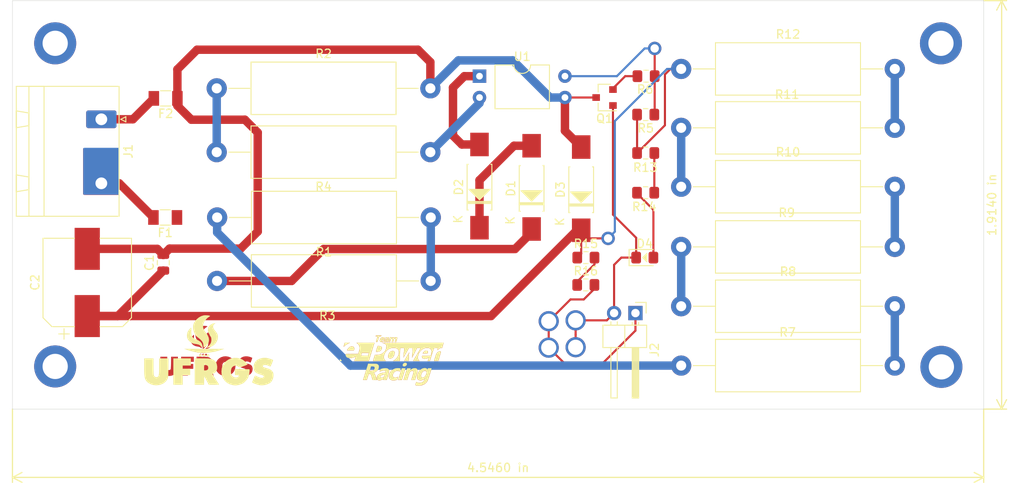
<source format=kicad_pcb>
(kicad_pcb (version 20171130) (host pcbnew "(5.1.5)-3")

  (general
    (thickness 1.6)
    (drawings 6)
    (tracks 120)
    (zones 0)
    (modules 31)
    (nets 24)
  )

  (page A4)
  (layers
    (0 F.Cu signal)
    (31 B.Cu signal)
    (32 B.Adhes user)
    (33 F.Adhes user)
    (34 B.Paste user hide)
    (35 F.Paste user)
    (36 B.SilkS user)
    (37 F.SilkS user)
    (38 B.Mask user)
    (39 F.Mask user)
    (40 Dwgs.User user)
    (41 Cmts.User user)
    (42 Eco1.User user)
    (43 Eco2.User user)
    (44 Edge.Cuts user)
    (45 Margin user)
    (46 B.CrtYd user hide)
    (47 F.CrtYd user)
    (48 B.Fab user)
    (49 F.Fab user)
  )

  (setup
    (last_trace_width 0.25)
    (user_trace_width 1)
    (trace_clearance 0.2)
    (zone_clearance 0.508)
    (zone_45_only no)
    (trace_min 0.25)
    (via_size 0.8)
    (via_drill 0.4)
    (via_min_size 0.4)
    (via_min_drill 0.3)
    (uvia_size 0.3)
    (uvia_drill 0.1)
    (uvias_allowed no)
    (uvia_min_size 0.2)
    (uvia_min_drill 0.1)
    (edge_width 0.1)
    (segment_width 0.2)
    (pcb_text_width 0.3)
    (pcb_text_size 1.5 1.5)
    (mod_edge_width 0.15)
    (mod_text_size 1 1)
    (mod_text_width 0.15)
    (pad_size 1.524 1.524)
    (pad_drill 0.762)
    (pad_to_mask_clearance 0)
    (aux_axis_origin 0 0)
    (visible_elements 7FFFFFFF)
    (pcbplotparams
      (layerselection 0x010fc_ffffffff)
      (usegerberextensions false)
      (usegerberattributes false)
      (usegerberadvancedattributes false)
      (creategerberjobfile false)
      (excludeedgelayer true)
      (linewidth 0.100000)
      (plotframeref false)
      (viasonmask false)
      (mode 1)
      (useauxorigin false)
      (hpglpennumber 1)
      (hpglpenspeed 20)
      (hpglpendiameter 15.000000)
      (psnegative false)
      (psa4output false)
      (plotreference true)
      (plotvalue true)
      (plotinvisibletext false)
      (padsonsilk false)
      (subtractmaskfromsilk false)
      (outputformat 1)
      (mirror false)
      (drillshape 1)
      (scaleselection 1)
      (outputdirectory ""))
  )

  (net 0 "")
  (net 1 +20V)
  (net 2 GND)
  (net 3 "Net-(D1-Pad1)")
  (net 4 "Net-(D1-Pad2)")
  (net 5 "Net-(D2-Pad2)")
  (net 6 "Net-(D4-Pad1)")
  (net 7 "Net-(D4-Pad2)")
  (net 8 "Net-(F1-Pad2)")
  (net 9 "Net-(F2-Pad2)")
  (net 10 "Net-(Q1-Pad2)")
  (net 11 "Net-(R1-Pad1)")
  (net 12 "Net-(R2-Pad1)")
  (net 13 "Net-(R4-Pad1)")
  (net 14 "Net-(R5-Pad2)")
  (net 15 "Net-(R7-Pad1)")
  (net 16 "Net-(R8-Pad1)")
  (net 17 "Net-(R10-Pad2)")
  (net 18 "Net-(R10-Pad1)")
  (net 19 "Net-(R11-Pad1)")
  (net 20 "Net-(R13-Pad2)")
  (net 21 /TS+)
  (net 22 "Net-(J2-Pad1)")
  (net 23 "Net-(R15-Pad2)")

  (net_class Default "Esta é a classe de rede padrão."
    (clearance 0.2)
    (trace_width 0.25)
    (via_dia 0.8)
    (via_drill 0.4)
    (uvia_dia 0.3)
    (uvia_drill 0.1)
    (diff_pair_width 0.25)
    (diff_pair_gap 0.25)
    (add_net +20V)
    (add_net /TS+)
    (add_net GND)
    (add_net "Net-(D1-Pad1)")
    (add_net "Net-(D1-Pad2)")
    (add_net "Net-(D2-Pad2)")
    (add_net "Net-(D4-Pad1)")
    (add_net "Net-(D4-Pad2)")
    (add_net "Net-(F1-Pad2)")
    (add_net "Net-(F2-Pad2)")
    (add_net "Net-(J2-Pad1)")
    (add_net "Net-(Q1-Pad2)")
    (add_net "Net-(R1-Pad1)")
    (add_net "Net-(R10-Pad1)")
    (add_net "Net-(R10-Pad2)")
    (add_net "Net-(R11-Pad1)")
    (add_net "Net-(R13-Pad2)")
    (add_net "Net-(R15-Pad2)")
    (add_net "Net-(R2-Pad1)")
    (add_net "Net-(R4-Pad1)")
    (add_net "Net-(R5-Pad2)")
    (add_net "Net-(R7-Pad1)")
    (add_net "Net-(R8-Pad1)")
  )

  (net_class grossa ""
    (clearance 0.2)
    (trace_width 0.25)
    (via_dia 0.8)
    (via_drill 0.4)
    (uvia_dia 0.3)
    (uvia_drill 0.1)
    (diff_pair_width 0.25)
    (diff_pair_gap 0.25)
  )

  (module e-Power:Logo_UFRGS_14.7x8.0mm_SilkS (layer F.Cu) (tedit 5F1951B5) (tstamp 5F2DFC9B)
    (at 89.916 128.016)
    (tags "logo UFRGS")
    (attr virtual)
    (fp_text reference G*** (at -5.588 0) (layer F.SilkS) hide
      (effects (font (size 1.524 1.524) (thickness 0.3)))
    )
    (fp_text value UFRGS_14.7x8.0mm_Copper (at 0 5.588) (layer F.SilkS) hide
      (effects (font (size 1.524 1.524) (thickness 0.3)))
    )
    (fp_poly (pts (xy -0.306807 -4.154941) (xy -0.139661 -4.14138) (xy 0.001991 -4.12007) (xy 0.097504 -4.094004)
      (xy 0.127 -4.069906) (xy 0.093307 -4.033604) (xy 0.009144 -3.978186) (xy -0.024799 -3.959171)
      (xy -0.184958 -3.845512) (xy -0.352107 -3.682682) (xy -0.503505 -3.497047) (xy -0.616409 -3.314971)
      (xy -0.651675 -3.232462) (xy -0.712597 -2.982052) (xy -0.713073 -2.748695) (xy -0.649357 -2.517705)
      (xy -0.517701 -2.274397) (xy -0.349091 -2.046328) (xy -0.152207 -1.755732) (xy -0.036777 -1.471501)
      (xy -0.003085 -1.19653) (xy -0.051414 -0.933717) (xy -0.182047 -0.685957) (xy -0.212177 -0.645903)
      (xy -0.294982 -0.559299) (xy -0.404347 -0.467367) (xy -0.514837 -0.389105) (xy -0.60102 -0.343509)
      (xy -0.623533 -0.338667) (xy -0.643572 -0.376938) (xy -0.657839 -0.47553) (xy -0.662211 -0.568295)
      (xy -0.68211 -0.758626) (xy -0.741562 -0.931363) (xy -0.849007 -1.098342) (xy -1.012885 -1.2714)
      (xy -1.241637 -1.462374) (xy -1.366823 -1.556455) (xy -1.540348 -1.728585) (xy -1.688921 -1.961075)
      (xy -1.803958 -2.231212) (xy -1.876872 -2.516288) (xy -1.899081 -2.793591) (xy -1.886926 -2.932364)
      (xy -1.803686 -3.20312) (xy -1.650822 -3.463506) (xy -1.443336 -3.700469) (xy -1.196228 -3.900952)
      (xy -0.924501 -4.051903) (xy -0.643155 -4.140267) (xy -0.478799 -4.157757) (xy -0.306807 -4.154941)) (layer F.SilkS) (width 0.01))
    (fp_poly (pts (xy -2.114884 -2.627893) (xy -2.108127 -2.52299) (xy -2.107848 -2.371066) (xy -2.110432 -2.28235)
      (xy -2.109268 -1.990003) (xy -2.074881 -1.764659) (xy -1.99941 -1.592542) (xy -1.874993 -1.459875)
      (xy -1.693768 -1.352883) (xy -1.545166 -1.291825) (xy -1.243812 -1.153473) (xy -1.01946 -0.989659)
      (xy -0.873586 -0.802127) (xy -0.807664 -0.59262) (xy -0.811245 -0.424321) (xy -0.823779 -0.368342)
      (xy -0.848903 -0.364865) (xy -0.904288 -0.418678) (xy -0.940726 -0.459406) (xy -1.077206 -0.586192)
      (xy -1.232728 -0.668798) (xy -1.432693 -0.718461) (xy -1.563989 -0.73513) (xy -1.883027 -0.800517)
      (xy -2.155423 -0.931386) (xy -2.349373 -1.087722) (xy -2.51571 -1.295545) (xy -2.606205 -1.526301)
      (xy -2.622438 -1.787576) (xy -2.565987 -2.086957) (xy -2.560988 -2.104063) (xy -2.508613 -2.225969)
      (xy -2.425849 -2.362948) (xy -2.328398 -2.494618) (xy -2.231962 -2.600597) (xy -2.152242 -2.660503)
      (xy -2.127297 -2.667022) (xy -2.114884 -2.627893)) (layer F.SilkS) (width 0.01))
    (fp_poly (pts (xy 0.746562 -3.20954) (xy 0.729104 -3.183916) (xy 0.668185 -3.143773) (xy 0.533858 -3.019548)
      (xy 0.475428 -2.864907) (xy 0.49249 -2.686128) (xy 0.58464 -2.489491) (xy 0.721677 -2.313027)
      (xy 0.895677 -2.098341) (xy 1.002883 -1.901872) (xy 1.052382 -1.704277) (xy 1.058334 -1.596544)
      (xy 1.01813 -1.28868) (xy 0.903788 -1.004883) (xy 0.724711 -0.755456) (xy 0.4903 -0.550704)
      (xy 0.209958 -0.400932) (xy -0.106913 -0.316445) (xy -0.110092 -0.315985) (xy -0.3175 -0.286218)
      (xy -0.143146 -0.414512) (xy 0.078838 -0.62219) (xy 0.222209 -0.861115) (xy 0.287416 -1.132247)
      (xy 0.287595 -1.332469) (xy 0.264783 -1.474303) (xy 0.214134 -1.613937) (xy 0.124491 -1.778774)
      (xy 0.07108 -1.864383) (xy -0.02875 -2.027196) (xy -0.088441 -2.148369) (xy -0.117841 -2.254596)
      (xy -0.126795 -2.372574) (xy -0.127 -2.401427) (xy -0.115434 -2.55632) (xy -0.086006 -2.695209)
      (xy -0.065662 -2.747485) (xy 0.066808 -2.924754) (xy 0.253588 -3.072887) (xy 0.467827 -3.175424)
      (xy 0.682673 -3.215901) (xy 0.6985 -3.215971) (xy 0.746562 -3.20954)) (layer F.SilkS) (width 0.01))
    (fp_poly (pts (xy -0.5715 -0.162144) (xy 1.799167 -0.161256) (xy 1.375145 -0.020228) (xy 0.74361 0.156051)
      (xy 0.106821 0.268953) (xy -0.517557 0.316219) (xy -1.102793 0.29646) (xy -1.397427 0.256508)
      (xy -1.738942 0.190678) (xy -2.096258 0.106113) (xy -2.438297 0.009958) (xy -2.645833 -0.058239)
      (xy -2.942166 -0.163032) (xy -0.5715 -0.162144)) (layer F.SilkS) (width 0.01))
    (fp_poly (pts (xy -0.015696 0.497388) (xy 0.01731 0.547051) (xy 0.021167 0.613833) (xy 0.008264 0.706661)
      (xy -0.046593 0.74586) (xy -0.095491 0.754251) (xy -0.19906 0.742945) (xy -0.236654 0.703807)
      (xy -0.253464 0.58445) (xy -0.201638 0.509142) (xy -0.105253 0.486833) (xy -0.015696 0.497388)) (layer F.SilkS) (width 0.01))
    (fp_poly (pts (xy -0.481363 0.497388) (xy -0.448357 0.547051) (xy -0.4445 0.613833) (xy -0.457402 0.706661)
      (xy -0.512259 0.74586) (xy -0.561157 0.754251) (xy -0.664727 0.742945) (xy -0.702321 0.703807)
      (xy -0.719131 0.58445) (xy -0.667305 0.509142) (xy -0.57092 0.486833) (xy -0.481363 0.497388)) (layer F.SilkS) (width 0.01))
    (fp_poly (pts (xy -1.013628 0.472229) (xy -0.938143 0.500363) (xy -0.91162 0.573073) (xy -0.910166 0.613833)
      (xy -0.92323 0.70687) (xy -0.977988 0.74606) (xy -1.023736 0.753953) (xy -1.132557 0.737906)
      (xy -1.180846 0.685718) (xy -1.19703 0.584873) (xy -1.147141 0.505183) (xy -1.049736 0.47034)
      (xy -1.013628 0.472229)) (layer F.SilkS) (width 0.01))
    (fp_poly (pts (xy -0.85725 0.974169) (xy -0.493868 0.977405) (xy -0.202309 0.988024) (xy 0.030105 1.008112)
      (xy 0.216053 1.039761) (xy 0.368213 1.085057) (xy 0.499263 1.146091) (xy 0.609021 1.215768)
      (xy 0.73307 1.327165) (xy 0.839141 1.461356) (xy 0.861966 1.500605) (xy 0.931785 1.701237)
      (xy 0.965383 1.941664) (xy 0.959348 2.183633) (xy 0.934657 2.315991) (xy 0.858938 2.486096)
      (xy 0.739162 2.636937) (xy 0.597673 2.744505) (xy 0.502607 2.780262) (xy 0.416165 2.80255)
      (xy 0.381 2.82134) (xy 0.40301 2.860473) (xy 0.464049 2.95858) (xy 0.556628 3.103891)
      (xy 0.673258 3.284636) (xy 0.783167 3.453445) (xy 0.914126 3.65485) (xy 1.027248 3.830787)
      (xy 1.11504 3.969439) (xy 1.170008 4.058989) (xy 1.185334 4.087562) (xy 1.145503 4.094252)
      (xy 1.036022 4.099885) (xy 0.871903 4.103998) (xy 0.668159 4.106121) (xy 0.582084 4.10631)
      (xy -0.021166 4.106287) (xy -0.5715 3.083487) (xy -0.595272 4.106333) (xy -1.693333 4.106333)
      (xy -1.693333 2.413) (xy -0.592666 2.413) (xy -0.462883 2.413) (xy -0.335767 2.39683)
      (xy -0.240633 2.364329) (xy -0.143991 2.297558) (xy -0.097705 2.210498) (xy -0.085323 2.072003)
      (xy -0.085315 2.070311) (xy -0.116179 1.917063) (xy -0.212801 1.812891) (xy -0.378937 1.754173)
      (xy -0.420047 1.747671) (xy -0.592666 1.724518) (xy -0.592666 2.413) (xy -1.693333 2.413)
      (xy -1.693333 0.973666) (xy -0.85725 0.974169)) (layer F.SilkS) (width 0.01))
    (fp_poly (pts (xy -2.159 1.820333) (xy -3.132666 1.820333) (xy -3.132666 2.201333) (xy -2.243666 2.201333)
      (xy -2.243666 2.963333) (xy -3.132666 2.963333) (xy -3.132666 4.106333) (xy -4.233333 4.106333)
      (xy -4.233333 0.973666) (xy -2.159 0.973666) (xy -2.159 1.820333)) (layer F.SilkS) (width 0.01))
    (fp_poly (pts (xy 6.858842 0.924842) (xy 7.019763 0.959557) (xy 7.192943 1.00699) (xy 7.358929 1.060447)
      (xy 7.49827 1.113234) (xy 7.591512 1.158658) (xy 7.62 1.186773) (xy 7.604723 1.240227)
      (xy 7.564745 1.346255) (xy 7.508846 1.484212) (xy 7.445805 1.63345) (xy 7.384403 1.773325)
      (xy 7.333418 1.883189) (xy 7.301631 1.942395) (xy 7.29658 1.947333) (xy 7.250968 1.929809)
      (xy 7.15775 1.88563) (xy 7.110449 1.861875) (xy 6.924118 1.786808) (xy 6.745443 1.749677)
      (xy 6.589557 1.749279) (xy 6.471595 1.784405) (xy 6.406691 1.853852) (xy 6.400348 1.918447)
      (xy 6.416309 1.962639) (xy 6.458335 2.002302) (xy 6.53819 2.042443) (xy 6.667643 2.088071)
      (xy 6.858459 2.144193) (xy 7.059785 2.199097) (xy 7.249695 2.282706) (xy 7.431245 2.417991)
      (xy 7.571513 2.578808) (xy 7.600996 2.628848) (xy 7.658979 2.822296) (xy 7.664083 3.053527)
      (xy 7.621539 3.298748) (xy 7.536576 3.534162) (xy 7.414424 3.735975) (xy 7.339604 3.818189)
      (xy 7.137732 3.960249) (xy 6.880022 4.071951) (xy 6.592011 4.146327) (xy 6.299232 4.176408)
      (xy 6.074834 4.16333) (xy 5.902784 4.128147) (xy 5.703967 4.072565) (xy 5.502054 4.004917)
      (xy 5.32072 3.933536) (xy 5.183637 3.866756) (xy 5.130996 3.831098) (xy 5.139977 3.789875)
      (xy 5.175014 3.691531) (xy 5.227752 3.556304) (xy 5.289837 3.404433) (xy 5.352915 3.256153)
      (xy 5.408631 3.131705) (xy 5.448632 3.051325) (xy 5.45999 3.03413) (xy 5.510931 3.035129)
      (xy 5.611239 3.072356) (xy 5.726397 3.130831) (xy 5.927474 3.224517) (xy 6.121731 3.279877)
      (xy 6.290566 3.294088) (xy 6.415376 3.264321) (xy 6.447858 3.240428) (xy 6.514888 3.149691)
      (xy 6.513902 3.073239) (xy 6.440403 3.006092) (xy 6.289896 2.943268) (xy 6.140873 2.900374)
      (xy 5.867207 2.817379) (xy 5.663549 2.723889) (xy 5.515241 2.609801) (xy 5.407626 2.465012)
      (xy 5.356781 2.359893) (xy 5.300438 2.122625) (xy 5.310713 1.863866) (xy 5.382321 1.606828)
      (xy 5.509976 1.374721) (xy 5.606956 1.261319) (xy 5.819438 1.104081) (xy 6.085781 0.988294)
      (xy 6.382865 0.920173) (xy 6.687564 0.905933) (xy 6.858842 0.924842)) (layer F.SilkS) (width 0.01))
    (fp_poly (pts (xy 3.362891 0.921267) (xy 3.724185 1.006898) (xy 3.918639 1.086332) (xy 4.033792 1.155128)
      (xy 4.168924 1.256824) (xy 4.307079 1.37573) (xy 4.431298 1.496156) (xy 4.524622 1.60241)
      (xy 4.570092 1.678801) (xy 4.572 1.690849) (xy 4.534623 1.717291) (xy 4.432832 1.764929)
      (xy 4.282141 1.827023) (xy 4.098062 1.896834) (xy 4.096622 1.89736) (xy 3.895136 1.970142)
      (xy 3.757311 2.016164) (xy 3.667425 2.038111) (xy 3.609757 2.03867) (xy 3.568587 2.020528)
      (xy 3.535705 1.993212) (xy 3.347856 1.865523) (xy 3.159166 1.822289) (xy 2.970351 1.863592)
      (xy 2.874344 1.917163) (xy 2.739948 2.033753) (xy 2.655361 2.178032) (xy 2.612713 2.368766)
      (xy 2.6035 2.563046) (xy 2.618599 2.79046) (xy 2.670254 2.957957) (xy 2.768002 3.085859)
      (xy 2.89155 3.176862) (xy 3.046132 3.239348) (xy 3.20907 3.254792) (xy 3.360287 3.228052)
      (xy 3.479705 3.163987) (xy 3.547246 3.067455) (xy 3.555352 3.01625) (xy 3.518428 2.981729)
      (xy 3.404056 2.965162) (xy 3.323167 2.963333) (xy 3.090334 2.963333) (xy 3.090334 2.241913)
      (xy 4.804834 2.264833) (xy 4.820025 2.370666) (xy 4.820182 2.493679) (xy 4.799125 2.668753)
      (xy 4.762258 2.867576) (xy 4.714988 3.061836) (xy 4.662717 3.223221) (xy 4.652491 3.248241)
      (xy 4.552967 3.420274) (xy 4.403394 3.608347) (xy 4.227382 3.786753) (xy 4.048539 3.92978)
      (xy 3.996181 3.962935) (xy 3.84912 4.029808) (xy 3.653419 4.093851) (xy 3.442343 4.146497)
      (xy 3.24916 4.179179) (xy 3.132667 4.185316) (xy 3.030637 4.176072) (xy 2.885536 4.157041)
      (xy 2.794 4.142931) (xy 2.454379 4.045825) (xy 2.147332 3.876391) (xy 1.884331 3.644297)
      (xy 1.676846 3.359209) (xy 1.559653 3.102666) (xy 1.496864 2.827437) (xy 1.481309 2.517981)
      (xy 1.511498 2.206884) (xy 1.585942 1.926735) (xy 1.616757 1.853435) (xy 1.805265 1.543372)
      (xy 2.048731 1.29054) (xy 2.336691 1.098427) (xy 2.65868 0.970519) (xy 3.004235 0.910303)
      (xy 3.362891 0.921267)) (layer F.SilkS) (width 0.01))
    (fp_poly (pts (xy -6.604 1.927526) (xy -6.602659 2.26458) (xy -6.598261 2.527183) (xy -6.590244 2.725514)
      (xy -6.578046 2.869752) (xy -6.561105 2.970075) (xy -6.543289 3.026686) (xy -6.451536 3.154785)
      (xy -6.31572 3.211604) (xy -6.15671 3.199249) (xy -6.088958 3.173217) (xy -6.0357 3.126873)
      (xy -5.99526 3.050949) (xy -5.965963 2.93618) (xy -5.946131 2.773299) (xy -5.93409 2.55304)
      (xy -5.928162 2.266137) (xy -5.926666 1.927526) (xy -5.926666 0.973666) (xy -4.818832 0.973666)
      (xy -4.833922 2.106083) (xy -4.838757 2.446689) (xy -4.843747 2.713866) (xy -4.849856 2.918846)
      (xy -4.858046 3.072863) (xy -4.869279 3.18715) (xy -4.884518 3.27294) (xy -4.904725 3.341468)
      (xy -4.930863 3.403964) (xy -4.94822 3.440048) (xy -5.118618 3.693785) (xy -5.350017 3.898773)
      (xy -5.631018 4.050155) (xy -5.950218 4.143074) (xy -6.29622 4.172673) (xy -6.601947 4.144581)
      (xy -6.867402 4.069095) (xy -7.121291 3.943745) (xy -7.338129 3.783554) (xy -7.475177 3.629907)
      (xy -7.541839 3.519728) (xy -7.594735 3.396873) (xy -7.635321 3.250589) (xy -7.665049 3.070127)
      (xy -7.685374 2.844735) (xy -7.697751 2.563662) (xy -7.703634 2.216158) (xy -7.704666 1.933282)
      (xy -7.704666 0.973666) (xy -6.604 0.973666) (xy -6.604 1.927526)) (layer F.SilkS) (width 0.01))
  )

  (module Capacitor_SMD:C_0805_2012Metric (layer F.Cu) (tedit 5B36C52B) (tstamp 5F1C4A27)
    (at 84.4804 117.602 90)
    (descr "Capacitor SMD 0805 (2012 Metric), square (rectangular) end terminal, IPC_7351 nominal, (Body size source: https://docs.google.com/spreadsheets/d/1BsfQQcO9C6DZCsRaXUlFlo91Tg2WpOkGARC1WS5S8t0/edit?usp=sharing), generated with kicad-footprint-generator")
    (tags capacitor)
    (path /5F14614D)
    (attr smd)
    (fp_text reference C1 (at 0 -1.65 90) (layer F.SilkS)
      (effects (font (size 1 1) (thickness 0.15)))
    )
    (fp_text value 100n (at 0 1.65 90) (layer F.Fab)
      (effects (font (size 1 1) (thickness 0.15)))
    )
    (fp_line (start -1 0.6) (end -1 -0.6) (layer F.Fab) (width 0.1))
    (fp_line (start -1 -0.6) (end 1 -0.6) (layer F.Fab) (width 0.1))
    (fp_line (start 1 -0.6) (end 1 0.6) (layer F.Fab) (width 0.1))
    (fp_line (start 1 0.6) (end -1 0.6) (layer F.Fab) (width 0.1))
    (fp_line (start -0.258578 -0.71) (end 0.258578 -0.71) (layer F.SilkS) (width 0.12))
    (fp_line (start -0.258578 0.71) (end 0.258578 0.71) (layer F.SilkS) (width 0.12))
    (fp_line (start -1.68 0.95) (end -1.68 -0.95) (layer F.CrtYd) (width 0.05))
    (fp_line (start -1.68 -0.95) (end 1.68 -0.95) (layer F.CrtYd) (width 0.05))
    (fp_line (start 1.68 -0.95) (end 1.68 0.95) (layer F.CrtYd) (width 0.05))
    (fp_line (start 1.68 0.95) (end -1.68 0.95) (layer F.CrtYd) (width 0.05))
    (fp_text user %R (at 0 0 90) (layer F.Fab)
      (effects (font (size 0.5 0.5) (thickness 0.08)))
    )
    (pad 1 smd roundrect (at -0.9375 0 90) (size 0.975 1.4) (layers F.Cu F.Paste F.Mask) (roundrect_rratio 0.25)
      (net 1 +20V))
    (pad 2 smd roundrect (at 0.9375 0 90) (size 0.975 1.4) (layers F.Cu F.Paste F.Mask) (roundrect_rratio 0.25)
      (net 2 GND))
    (model ${KISYS3DMOD}/Capacitor_SMD.3dshapes/C_0805_2012Metric.wrl
      (at (xyz 0 0 0))
      (scale (xyz 1 1 1))
      (rotate (xyz 0 0 0))
    )
  )

  (module e-Power:CP_Elec_10x10 (layer F.Cu) (tedit 5EB7C328) (tstamp 5F1C49C9)
    (at 75.438 119.952 90)
    (descr "SMD capacitor, aluminum electrolytic, Nichicon, 10.0x10.0mm")
    (tags "capacitor electrolytic")
    (path /5F14813E)
    (attr smd)
    (fp_text reference C2 (at 0 -6.2 90) (layer F.SilkS)
      (effects (font (size 1 1) (thickness 0.15)))
    )
    (fp_text value 10u (at 0 6.2 90) (layer F.Fab)
      (effects (font (size 1 1) (thickness 0.15)))
    )
    (fp_circle (center 0 0) (end 5 0) (layer F.Fab) (width 0.1))
    (fp_line (start 5.15 -5.15) (end 5.15 5.15) (layer F.Fab) (width 0.1))
    (fp_line (start -4.15 -5.15) (end 5.15 -5.15) (layer F.Fab) (width 0.1))
    (fp_line (start -4.15 5.15) (end 5.15 5.15) (layer F.Fab) (width 0.1))
    (fp_line (start -5.15 -4.15) (end -5.15 4.15) (layer F.Fab) (width 0.1))
    (fp_line (start -5.15 -4.15) (end -4.15 -5.15) (layer F.Fab) (width 0.1))
    (fp_line (start -5.15 4.15) (end -4.15 5.15) (layer F.Fab) (width 0.1))
    (fp_line (start -4.558325 -1.7) (end -3.558325 -1.7) (layer F.Fab) (width 0.1))
    (fp_line (start -4.058325 -2.2) (end -4.058325 -1.2) (layer F.Fab) (width 0.1))
    (fp_line (start 5.26 5.26) (end 5.26 1.51) (layer F.SilkS) (width 0.12))
    (fp_line (start 5.26 -5.26) (end 5.26 -1.51) (layer F.SilkS) (width 0.12))
    (fp_line (start -4.195563 -5.26) (end 5.26 -5.26) (layer F.SilkS) (width 0.12))
    (fp_line (start -4.195563 5.26) (end 5.26 5.26) (layer F.SilkS) (width 0.12))
    (fp_line (start -5.26 4.195563) (end -5.26 1.51) (layer F.SilkS) (width 0.12))
    (fp_line (start -5.26 -4.195563) (end -5.26 -1.51) (layer F.SilkS) (width 0.12))
    (fp_line (start -5.26 -4.195563) (end -4.195563 -5.26) (layer F.SilkS) (width 0.12))
    (fp_line (start -5.26 4.195563) (end -4.195563 5.26) (layer F.SilkS) (width 0.12))
    (fp_line (start -6.75 -2.76) (end -5.5 -2.76) (layer F.SilkS) (width 0.12))
    (fp_line (start -6.125 -3.385) (end -6.125 -2.135) (layer F.SilkS) (width 0.12))
    (fp_line (start 5.4 -5.4) (end 5.4 -1.5) (layer F.CrtYd) (width 0.05))
    (fp_line (start 5.4 -1.5) (end 6.25 -1.5) (layer F.CrtYd) (width 0.05))
    (fp_line (start 6.25 -1.5) (end 6.25 1.5) (layer F.CrtYd) (width 0.05))
    (fp_line (start 6.25 1.5) (end 5.4 1.5) (layer F.CrtYd) (width 0.05))
    (fp_line (start 5.4 1.5) (end 5.4 5.4) (layer F.CrtYd) (width 0.05))
    (fp_line (start -4.25 5.4) (end 5.4 5.4) (layer F.CrtYd) (width 0.05))
    (fp_line (start -4.25 -5.4) (end 5.4 -5.4) (layer F.CrtYd) (width 0.05))
    (fp_line (start -5.4 4.25) (end -4.25 5.4) (layer F.CrtYd) (width 0.05))
    (fp_line (start -5.4 -4.25) (end -4.25 -5.4) (layer F.CrtYd) (width 0.05))
    (fp_line (start -5.4 -4.25) (end -5.4 -1.5) (layer F.CrtYd) (width 0.05))
    (fp_line (start -5.4 1.5) (end -5.4 4.25) (layer F.CrtYd) (width 0.05))
    (fp_line (start -5.4 -1.5) (end -6.25 -1.5) (layer F.CrtYd) (width 0.05))
    (fp_line (start -6.25 -1.5) (end -6.25 1.5) (layer F.CrtYd) (width 0.05))
    (fp_line (start -6.25 1.5) (end -5.4 1.5) (layer F.CrtYd) (width 0.05))
    (fp_text user %R (at 0 0 90) (layer F.Fab)
      (effects (font (size 1 1) (thickness 0.15)))
    )
    (pad 1 smd rect (at -4 0 90) (size 5 3) (layers F.Cu F.Paste F.Mask)
      (net 1 +20V))
    (pad 2 smd rect (at 4 0 90) (size 5 3) (layers F.Cu F.Paste F.Mask)
      (net 2 GND))
    (model ${KISYS3DMOD}/Capacitor_SMD.3dshapes/CP_Elec_10x10.wrl
      (at (xyz 0 0 0))
      (scale (xyz 1 1 1))
      (rotate (xyz 0 0 0))
    )
  )

  (module e-Power:DO-41_SMD (layer F.Cu) (tedit 5EB7BFED) (tstamp 5F1C4964)
    (at 128.27 112.5728 90)
    (descr "DO-41 SMD 1N5819")
    (tags "Diode DO-41_SOD81 series Axial Horizontal pin pitch 7.62mm  length 5.2mm diameter 2.7mm")
    (path /5E915885)
    (fp_text reference D1 (at 3.81 -2.47 90) (layer F.SilkS)
      (effects (font (size 1 1) (thickness 0.15)))
    )
    (fp_text value 1N4747A (at 3.81 2.47 90) (layer F.Fab)
      (effects (font (size 1 1) (thickness 0.15)))
    )
    (fp_line (start 1.21 -1.35) (end 1.21 1.35) (layer F.Fab) (width 0.1))
    (fp_line (start 1.21 1.35) (end 6.41 1.35) (layer F.Fab) (width 0.1))
    (fp_line (start 6.41 1.35) (end 6.41 -1.35) (layer F.Fab) (width 0.1))
    (fp_line (start 6.41 -1.35) (end 1.21 -1.35) (layer F.Fab) (width 0.1))
    (fp_line (start 0 0) (end 1.21 0) (layer F.Fab) (width 0.1))
    (fp_line (start 7.62 0) (end 6.41 0) (layer F.Fab) (width 0.1))
    (fp_line (start 1.99 -1.35) (end 1.99 1.35) (layer F.Fab) (width 0.1))
    (fp_line (start 2.09 -1.35) (end 2.09 1.35) (layer F.Fab) (width 0.1))
    (fp_line (start 1.89 -1.35) (end 1.89 1.35) (layer F.Fab) (width 0.1))
    (fp_line (start 1.09 -1.34) (end 1.09 -1.47) (layer F.SilkS) (width 0.12))
    (fp_line (start 1.09 -1.47) (end 6.53 -1.47) (layer F.SilkS) (width 0.12))
    (fp_line (start 6.53 -1.47) (end 6.53 -1.34) (layer F.SilkS) (width 0.12))
    (fp_line (start 1.09 1.34) (end 1.09 1.47) (layer F.SilkS) (width 0.12))
    (fp_line (start 1.09 1.47) (end 6.53 1.47) (layer F.SilkS) (width 0.12))
    (fp_line (start 6.53 1.47) (end 6.53 1.34) (layer F.SilkS) (width 0.12))
    (fp_line (start 1.99 -1.47) (end 1.99 1.47) (layer F.SilkS) (width 0.12))
    (fp_line (start 2.11 -1.47) (end 2.11 1.47) (layer F.SilkS) (width 0.12))
    (fp_line (start 1.87 -1.47) (end 1.87 1.47) (layer F.SilkS) (width 0.12))
    (fp_line (start -2.54 -1.6) (end -2.54 1.6) (layer F.CrtYd) (width 0.05))
    (fp_line (start -2.54 1.6) (end 10.414 1.6) (layer F.CrtYd) (width 0.05))
    (fp_line (start 10.414 1.6) (end 10.414 -1.6) (layer F.CrtYd) (width 0.05))
    (fp_line (start 10.414 -1.6) (end -2.54 -1.6) (layer F.CrtYd) (width 0.05))
    (fp_text user %R (at 4.2 0 90) (layer F.Fab)
      (effects (font (size 1 1) (thickness 0.15)))
    )
    (fp_text user K (at 0 -2.54 90) (layer F.Fab)
      (effects (font (size 1 1) (thickness 0.15)))
    )
    (fp_text user K (at 0 -2.54 90) (layer F.SilkS)
      (effects (font (size 1 1) (thickness 0.15)))
    )
    (fp_poly (pts (xy 3.556 1.27) (xy 2.286 0) (xy 3.556 -1.27)) (layer F.SilkS) (width 0.1))
    (pad 1 smd rect (at -1.016 0 90) (size 2.8 2.2) (layers F.Cu F.Paste F.Mask)
      (net 3 "Net-(D1-Pad1)"))
    (pad 2 smd rect (at 8.89 0 90) (size 2.8 2.2) (layers F.Cu F.Paste F.Mask)
      (net 4 "Net-(D1-Pad2)"))
    (model "C:/Program Files/KiCad/share/kicad/modules/e-Power.pretty/3D/DO-41.STEP"
      (offset (xyz 9 0 0.2))
      (scale (xyz 1 1 1))
      (rotate (xyz 0 0 0))
    )
  )

  (module e-Power:DO-41_SMD (layer F.Cu) (tedit 5EB7BFED) (tstamp 5F1C47CF)
    (at 122.0724 112.4204 90)
    (descr "DO-41 SMD 1N5819")
    (tags "Diode DO-41_SOD81 series Axial Horizontal pin pitch 7.62mm  length 5.2mm diameter 2.7mm")
    (path /5E91587D)
    (fp_text reference D2 (at 3.81 -2.47 90) (layer F.SilkS)
      (effects (font (size 1 1) (thickness 0.15)))
    )
    (fp_text value 1N4747A (at 3.81 2.47 90) (layer F.Fab)
      (effects (font (size 1 1) (thickness 0.15)))
    )
    (fp_line (start 1.21 -1.35) (end 1.21 1.35) (layer F.Fab) (width 0.1))
    (fp_line (start 1.21 1.35) (end 6.41 1.35) (layer F.Fab) (width 0.1))
    (fp_line (start 6.41 1.35) (end 6.41 -1.35) (layer F.Fab) (width 0.1))
    (fp_line (start 6.41 -1.35) (end 1.21 -1.35) (layer F.Fab) (width 0.1))
    (fp_line (start 0 0) (end 1.21 0) (layer F.Fab) (width 0.1))
    (fp_line (start 7.62 0) (end 6.41 0) (layer F.Fab) (width 0.1))
    (fp_line (start 1.99 -1.35) (end 1.99 1.35) (layer F.Fab) (width 0.1))
    (fp_line (start 2.09 -1.35) (end 2.09 1.35) (layer F.Fab) (width 0.1))
    (fp_line (start 1.89 -1.35) (end 1.89 1.35) (layer F.Fab) (width 0.1))
    (fp_line (start 1.09 -1.34) (end 1.09 -1.47) (layer F.SilkS) (width 0.12))
    (fp_line (start 1.09 -1.47) (end 6.53 -1.47) (layer F.SilkS) (width 0.12))
    (fp_line (start 6.53 -1.47) (end 6.53 -1.34) (layer F.SilkS) (width 0.12))
    (fp_line (start 1.09 1.34) (end 1.09 1.47) (layer F.SilkS) (width 0.12))
    (fp_line (start 1.09 1.47) (end 6.53 1.47) (layer F.SilkS) (width 0.12))
    (fp_line (start 6.53 1.47) (end 6.53 1.34) (layer F.SilkS) (width 0.12))
    (fp_line (start 1.99 -1.47) (end 1.99 1.47) (layer F.SilkS) (width 0.12))
    (fp_line (start 2.11 -1.47) (end 2.11 1.47) (layer F.SilkS) (width 0.12))
    (fp_line (start 1.87 -1.47) (end 1.87 1.47) (layer F.SilkS) (width 0.12))
    (fp_line (start -2.54 -1.6) (end -2.54 1.6) (layer F.CrtYd) (width 0.05))
    (fp_line (start -2.54 1.6) (end 10.414 1.6) (layer F.CrtYd) (width 0.05))
    (fp_line (start 10.414 1.6) (end 10.414 -1.6) (layer F.CrtYd) (width 0.05))
    (fp_line (start 10.414 -1.6) (end -2.54 -1.6) (layer F.CrtYd) (width 0.05))
    (fp_text user %R (at 4.2 0 90) (layer F.Fab)
      (effects (font (size 1 1) (thickness 0.15)))
    )
    (fp_text user K (at 0 -2.54 90) (layer F.Fab)
      (effects (font (size 1 1) (thickness 0.15)))
    )
    (fp_text user K (at 0 -2.54 90) (layer F.SilkS)
      (effects (font (size 1 1) (thickness 0.15)))
    )
    (fp_poly (pts (xy 3.556 1.27) (xy 2.286 0) (xy 3.556 -1.27)) (layer F.SilkS) (width 0.1))
    (pad 1 smd rect (at -1.016 0 90) (size 2.8 2.2) (layers F.Cu F.Paste F.Mask)
      (net 4 "Net-(D1-Pad2)"))
    (pad 2 smd rect (at 8.89 0 90) (size 2.8 2.2) (layers F.Cu F.Paste F.Mask)
      (net 5 "Net-(D2-Pad2)"))
    (model "C:/Program Files/KiCad/share/kicad/modules/e-Power.pretty/3D/DO-41.STEP"
      (offset (xyz 9 0 0.2))
      (scale (xyz 1 1 1))
      (rotate (xyz 0 0 0))
    )
  )

  (module e-Power:DO-41_SMD (layer F.Cu) (tedit 5EB7BFED) (tstamp 5F1C465B)
    (at 134.1628 112.7252 90)
    (descr "DO-41 SMD 1N5819")
    (tags "Diode DO-41_SOD81 series Axial Horizontal pin pitch 7.62mm  length 5.2mm diameter 2.7mm")
    (path /5F1396A6)
    (fp_text reference D3 (at 3.81 -2.47 90) (layer F.SilkS)
      (effects (font (size 1 1) (thickness 0.15)))
    )
    (fp_text value 1N4747A (at 3.81 2.47 90) (layer F.Fab)
      (effects (font (size 1 1) (thickness 0.15)))
    )
    (fp_poly (pts (xy 3.556 1.27) (xy 2.286 0) (xy 3.556 -1.27)) (layer F.SilkS) (width 0.1))
    (fp_text user K (at 0 -2.54 90) (layer F.SilkS)
      (effects (font (size 1 1) (thickness 0.15)))
    )
    (fp_text user K (at 0 -2.54 90) (layer F.Fab)
      (effects (font (size 1 1) (thickness 0.15)))
    )
    (fp_text user %R (at 4.2 0 90) (layer F.Fab)
      (effects (font (size 1 1) (thickness 0.15)))
    )
    (fp_line (start 10.414 -1.6) (end -2.54 -1.6) (layer F.CrtYd) (width 0.05))
    (fp_line (start 10.414 1.6) (end 10.414 -1.6) (layer F.CrtYd) (width 0.05))
    (fp_line (start -2.54 1.6) (end 10.414 1.6) (layer F.CrtYd) (width 0.05))
    (fp_line (start -2.54 -1.6) (end -2.54 1.6) (layer F.CrtYd) (width 0.05))
    (fp_line (start 1.87 -1.47) (end 1.87 1.47) (layer F.SilkS) (width 0.12))
    (fp_line (start 2.11 -1.47) (end 2.11 1.47) (layer F.SilkS) (width 0.12))
    (fp_line (start 1.99 -1.47) (end 1.99 1.47) (layer F.SilkS) (width 0.12))
    (fp_line (start 6.53 1.47) (end 6.53 1.34) (layer F.SilkS) (width 0.12))
    (fp_line (start 1.09 1.47) (end 6.53 1.47) (layer F.SilkS) (width 0.12))
    (fp_line (start 1.09 1.34) (end 1.09 1.47) (layer F.SilkS) (width 0.12))
    (fp_line (start 6.53 -1.47) (end 6.53 -1.34) (layer F.SilkS) (width 0.12))
    (fp_line (start 1.09 -1.47) (end 6.53 -1.47) (layer F.SilkS) (width 0.12))
    (fp_line (start 1.09 -1.34) (end 1.09 -1.47) (layer F.SilkS) (width 0.12))
    (fp_line (start 1.89 -1.35) (end 1.89 1.35) (layer F.Fab) (width 0.1))
    (fp_line (start 2.09 -1.35) (end 2.09 1.35) (layer F.Fab) (width 0.1))
    (fp_line (start 1.99 -1.35) (end 1.99 1.35) (layer F.Fab) (width 0.1))
    (fp_line (start 7.62 0) (end 6.41 0) (layer F.Fab) (width 0.1))
    (fp_line (start 0 0) (end 1.21 0) (layer F.Fab) (width 0.1))
    (fp_line (start 6.41 -1.35) (end 1.21 -1.35) (layer F.Fab) (width 0.1))
    (fp_line (start 6.41 1.35) (end 6.41 -1.35) (layer F.Fab) (width 0.1))
    (fp_line (start 1.21 1.35) (end 6.41 1.35) (layer F.Fab) (width 0.1))
    (fp_line (start 1.21 -1.35) (end 1.21 1.35) (layer F.Fab) (width 0.1))
    (pad 2 smd rect (at 8.89 0 90) (size 2.8 2.2) (layers F.Cu F.Paste F.Mask)
      (net 2 GND))
    (pad 1 smd rect (at -1.016 0 90) (size 2.8 2.2) (layers F.Cu F.Paste F.Mask)
      (net 1 +20V))
    (model "C:/Program Files/KiCad/share/kicad/modules/e-Power.pretty/3D/DO-41.STEP"
      (offset (xyz 9 0 0.2))
      (scale (xyz 1 1 1))
      (rotate (xyz 0 0 0))
    )
  )

  (module e-Power:FUSE_1206_3216Metric (layer F.Cu) (tedit 5ECA368E) (tstamp 5F1C45BC)
    (at 84.706 112.2172 180)
    (descr "FUSE SMD 1206 (3216 Metric), square (rectangular) end terminal")
    (tags FUSE)
    (path /5F14FB8F)
    (attr smd)
    (fp_text reference F1 (at 0 -1.82) (layer F.SilkS)
      (effects (font (size 1 1) (thickness 0.15)))
    )
    (fp_text value Fuse_1206 (at 0 1.82) (layer F.Fab)
      (effects (font (size 1 1) (thickness 0.15)))
    )
    (fp_text user %F (at 0 0) (layer F.Fab)
      (effects (font (size 0.8 0.8) (thickness 0.12)))
    )
    (fp_line (start 2.28 1.12) (end -2.28 1.12) (layer F.CrtYd) (width 0.05))
    (fp_line (start 2.28 -1.12) (end 2.28 1.12) (layer F.CrtYd) (width 0.05))
    (fp_line (start -2.28 -1.12) (end 2.28 -1.12) (layer F.CrtYd) (width 0.05))
    (fp_line (start -2.28 1.12) (end -2.28 -1.12) (layer F.CrtYd) (width 0.05))
    (fp_line (start -0.602064 0.91) (end 0.602064 0.91) (layer F.SilkS) (width 0.12))
    (fp_line (start -0.602064 -0.91) (end 0.602064 -0.91) (layer F.SilkS) (width 0.12))
    (fp_line (start 1.6 0.8) (end -1.6 0.8) (layer F.Fab) (width 0.1))
    (fp_line (start 1.6 -0.8) (end 1.6 0.8) (layer F.Fab) (width 0.1))
    (fp_line (start -1.6 -0.8) (end 1.6 -0.8) (layer F.Fab) (width 0.1))
    (fp_line (start -1.6 0.8) (end -1.6 -0.8) (layer F.Fab) (width 0.1))
    (pad 2 smd trapezoid (at 1.4 0 180) (size 1.25 1.75) (layers F.Cu F.Paste F.Mask)
      (net 8 "Net-(F1-Pad2)"))
    (pad 1 smd trapezoid (at -1.4 0 180) (size 1.25 1.75) (layers F.Cu F.Paste F.Mask)
      (net 21 /TS+))
    (model "C:/Program Files/KiCad/share/kicad/modules/e-Power.pretty/3D/FUSE_1206.step"
      (offset (xyz 0 0 1))
      (scale (xyz 1 1 1))
      (rotate (xyz 90 0 0))
    )
  )

  (module e-Power:FUSE_1206_3216Metric (layer F.Cu) (tedit 5ECA368E) (tstamp 5F1C4790)
    (at 84.7568 98.044 180)
    (descr "FUSE SMD 1206 (3216 Metric), square (rectangular) end terminal")
    (tags FUSE)
    (path /5F150096)
    (attr smd)
    (fp_text reference F2 (at 0 -1.82) (layer F.SilkS)
      (effects (font (size 1 1) (thickness 0.15)))
    )
    (fp_text value Fuse_1206 (at 0 1.82) (layer F.Fab)
      (effects (font (size 1 1) (thickness 0.15)))
    )
    (fp_line (start -1.6 0.8) (end -1.6 -0.8) (layer F.Fab) (width 0.1))
    (fp_line (start -1.6 -0.8) (end 1.6 -0.8) (layer F.Fab) (width 0.1))
    (fp_line (start 1.6 -0.8) (end 1.6 0.8) (layer F.Fab) (width 0.1))
    (fp_line (start 1.6 0.8) (end -1.6 0.8) (layer F.Fab) (width 0.1))
    (fp_line (start -0.602064 -0.91) (end 0.602064 -0.91) (layer F.SilkS) (width 0.12))
    (fp_line (start -0.602064 0.91) (end 0.602064 0.91) (layer F.SilkS) (width 0.12))
    (fp_line (start -2.28 1.12) (end -2.28 -1.12) (layer F.CrtYd) (width 0.05))
    (fp_line (start -2.28 -1.12) (end 2.28 -1.12) (layer F.CrtYd) (width 0.05))
    (fp_line (start 2.28 -1.12) (end 2.28 1.12) (layer F.CrtYd) (width 0.05))
    (fp_line (start 2.28 1.12) (end -2.28 1.12) (layer F.CrtYd) (width 0.05))
    (fp_text user %F (at 0 0) (layer F.Fab)
      (effects (font (size 0.8 0.8) (thickness 0.12)))
    )
    (pad 1 smd trapezoid (at -1.4 0 180) (size 1.25 1.75) (layers F.Cu F.Paste F.Mask)
      (net 2 GND))
    (pad 2 smd trapezoid (at 1.4 0 180) (size 1.25 1.75) (layers F.Cu F.Paste F.Mask)
      (net 9 "Net-(F2-Pad2)"))
    (model "C:/Program Files/KiCad/share/kicad/modules/e-Power.pretty/3D/FUSE_1206.step"
      (offset (xyz 0 0 1))
      (scale (xyz 1 1 1))
      (rotate (xyz 90 0 0))
    )
  )

  (module e-Power:e-Power_12.4x6.0mm_Copper (layer F.Cu) (tedit 5E7BC7E5) (tstamp 5F123EF4)
    (at 111.6076 129.2352)
    (path /5E91CE08)
    (fp_text reference G1 (at 0.4572 2.6924) (layer F.SilkS) hide
      (effects (font (size 1.524 1.524) (thickness 0.3)))
    )
    (fp_text value e-Power_12.4x6.0mm_Copper (at -0.6096 1.9304) (layer F.SilkS) hide
      (effects (font (size 1.524 1.524) (thickness 0.3)))
    )
    (fp_poly (pts (xy -0.024855 -2.770111) (xy -0.00435 -2.757958) (xy -0.006162 -2.730391) (xy -0.00629 -2.729901)
      (xy -0.017517 -2.68697) (xy 0.051948 -2.729901) (xy 0.13024 -2.76351) (xy 0.207772 -2.772202)
      (xy 0.272184 -2.756008) (xy 0.30325 -2.729311) (xy 0.333734 -2.685789) (xy 0.404992 -2.729232)
      (xy 0.475088 -2.758989) (xy 0.550678 -2.77158) (xy 0.616528 -2.765884) (xy 0.651933 -2.747433)
      (xy 0.671012 -2.709731) (xy 0.673443 -2.648156) (xy 0.658771 -2.558252) (xy 0.62654 -2.435563)
      (xy 0.616649 -2.402416) (xy 0.558816 -2.211916) (xy 0.480491 -2.205347) (xy 0.439184 -2.203325)
      (xy 0.414551 -2.210131) (xy 0.405745 -2.232515) (xy 0.411922 -2.277224) (xy 0.432237 -2.351006)
      (xy 0.453516 -2.420652) (xy 0.481504 -2.520157) (xy 0.492349 -2.586553) (xy 0.485591 -2.625636)
      (xy 0.460773 -2.643204) (xy 0.435697 -2.645833) (xy 0.387279 -2.637611) (xy 0.347683 -2.608941)
      (xy 0.312494 -2.553818) (xy 0.277293 -2.466235) (xy 0.256289 -2.401931) (xy 0.197184 -2.211916)
      (xy 0.119759 -2.205347) (xy 0.078853 -2.203346) (xy 0.054502 -2.21023) (xy 0.045886 -2.232745)
      (xy 0.052191 -2.277635) (xy 0.072598 -2.351645) (xy 0.093683 -2.420652) (xy 0.121671 -2.520157)
      (xy 0.132516 -2.586553) (xy 0.125758 -2.625636) (xy 0.100939 -2.643204) (xy 0.075864 -2.645833)
      (xy 0.028127 -2.637883) (xy -0.011054 -2.609998) (xy -0.046164 -2.556123) (xy -0.081688 -2.470205)
      (xy -0.10458 -2.402275) (xy -0.165661 -2.211916) (xy -0.244194 -2.205191) (xy -0.295204 -2.202979)
      (xy -0.314888 -2.213962) (xy -0.313979 -2.246521) (xy -0.311956 -2.258108) (xy -0.301375 -2.302416)
      (xy -0.281113 -2.375963) (xy -0.254312 -2.467644) (xy -0.230677 -2.545291) (xy -0.160167 -2.772833)
      (xy -0.077615 -2.772833) (xy -0.024855 -2.770111)) (layer F.Cu) (width 0.01))
    (fp_poly (pts (xy -0.398342 -2.765136) (xy -0.339396 -2.739967) (xy -0.306763 -2.693293) (xy -0.299222 -2.62139)
      (xy -0.315552 -2.520537) (xy -0.354531 -2.387011) (xy -0.35644 -2.38125) (xy -0.41275 -2.211916)
      (xy -0.493992 -2.205236) (xy -0.545826 -2.203051) (xy -0.565402 -2.212185) (xy -0.562457 -2.238603)
      (xy -0.560233 -2.24582) (xy -0.545232 -2.293085) (xy -0.603554 -2.247209) (xy -0.664527 -2.215993)
      (xy -0.736368 -2.20198) (xy -0.802518 -2.206588) (xy -0.842433 -2.226733) (xy -0.865682 -2.27692)
      (xy -0.864064 -2.344765) (xy -0.853324 -2.375414) (xy -0.70947 -2.375414) (xy -0.699458 -2.340071)
      (xy -0.659347 -2.31099) (xy -0.613107 -2.318151) (xy -0.555231 -2.362614) (xy -0.548705 -2.369038)
      (xy -0.500526 -2.424441) (xy -0.488633 -2.458731) (xy -0.51318 -2.472853) (xy -0.564943 -2.469363)
      (xy -0.636008 -2.448085) (xy -0.686578 -2.414467) (xy -0.70947 -2.375414) (xy -0.853324 -2.375414)
      (xy -0.839422 -2.41508) (xy -0.815212 -2.451122) (xy -0.749806 -2.502382) (xy -0.657782 -2.540503)
      (xy -0.554182 -2.559856) (xy -0.521043 -2.561166) (xy -0.46908 -2.572114) (xy -0.451266 -2.601073)
      (xy -0.468258 -2.638372) (xy -0.509521 -2.658641) (xy -0.575727 -2.660857) (xy -0.653644 -2.645266)
      (xy -0.684488 -2.634356) (xy -0.712586 -2.629633) (xy -0.717905 -2.65466) (xy -0.716238 -2.668782)
      (xy -0.688404 -2.721441) (xy -0.623276 -2.75587) (xy -0.522009 -2.77155) (xy -0.484822 -2.772521)
      (xy -0.398342 -2.765136)) (layer F.Cu) (width 0.01))
    (fp_poly (pts (xy -0.919474 -2.767397) (xy -0.875597 -2.746198) (xy -0.848203 -2.717062) (xy -0.812334 -2.651449)
      (xy -0.807766 -2.578261) (xy -0.827571 -2.500825) (xy -0.850808 -2.434166) (xy -1.027405 -2.434166)
      (xy -1.109873 -2.431877) (xy -1.175094 -2.425781) (xy -1.212307 -2.417039) (xy -1.216606 -2.413772)
      (xy -1.212897 -2.38518) (xy -1.184453 -2.34961) (xy -1.144169 -2.319472) (xy -1.105819 -2.307166)
      (xy -1.059942 -2.312879) (xy -1.000639 -2.326671) (xy -0.998932 -2.327158) (xy -0.952872 -2.338332)
      (xy -0.937338 -2.331745) (xy -0.942617 -2.302782) (xy -0.943243 -2.300699) (xy -0.962392 -2.254756)
      (xy -0.976105 -2.234083) (xy -1.009624 -2.220497) (xy -1.07112 -2.211708) (xy -1.146466 -2.208084)
      (xy -1.221539 -2.209991) (xy -1.282212 -2.217797) (xy -1.305925 -2.225513) (xy -1.352908 -2.271267)
      (xy -1.375949 -2.342176) (xy -1.375437 -2.428751) (xy -1.351762 -2.521506) (xy -1.331894 -2.559765)
      (xy -1.175502 -2.559765) (xy -1.171855 -2.545665) (xy -1.140453 -2.540639) (xy -1.081418 -2.54)
      (xy -1.009028 -2.544321) (xy -0.970171 -2.558756) (xy -0.959525 -2.573391) (xy -0.962808 -2.613277)
      (xy -0.981023 -2.641094) (xy -1.028084 -2.661681) (xy -1.085268 -2.650716) (xy -1.139572 -2.612104)
      (xy -1.15903 -2.587625) (xy -1.175502 -2.559765) (xy -1.331894 -2.559765) (xy -1.305312 -2.610951)
      (xy -1.289211 -2.632929) (xy -1.211267 -2.702267) (xy -1.109476 -2.751355) (xy -1.000409 -2.77253)
      (xy -0.98663 -2.772833) (xy -0.919474 -2.767397)) (layer F.Cu) (width 0.01))
    (fp_poly (pts (xy -1.230839 -2.921) (xy -1.247132 -2.883726) (xy -1.270827 -2.864879) (xy -1.314931 -2.858231)
      (xy -1.363455 -2.8575) (xy -1.473936 -2.8575) (xy -1.508127 -2.746375) (xy -1.529318 -2.677441)
      (xy -1.558317 -2.583034) (xy -1.590516 -2.478151) (xy -1.608886 -2.418291) (xy -1.675454 -2.201333)
      (xy -1.760946 -2.201333) (xy -1.815301 -2.204294) (xy -1.836852 -2.216242) (xy -1.835916 -2.238375)
      (xy -1.825804 -2.272136) (xy -1.805922 -2.337126) (xy -1.779092 -2.424158) (xy -1.748139 -2.524046)
      (xy -1.74647 -2.529416) (xy -1.715362 -2.629724) (xy -1.688201 -2.717653) (xy -1.66782 -2.784014)
      (xy -1.657048 -2.819622) (xy -1.656805 -2.820458) (xy -1.6561 -2.842197) (xy -1.676231 -2.853361)
      (xy -1.726102 -2.857246) (xy -1.756833 -2.8575) (xy -1.820921 -2.858824) (xy -1.851981 -2.865808)
      (xy -1.859307 -2.882965) (xy -1.854841 -2.905125) (xy -1.844619 -2.94906) (xy -1.841789 -2.968625)
      (xy -1.821741 -2.974159) (xy -1.766699 -2.978853) (xy -1.684003 -2.982339) (xy -1.580989 -2.98425)
      (xy -1.525101 -2.9845) (xy -1.208702 -2.9845) (xy -1.230839 -2.921)) (layer F.Cu) (width 0.01))
    (fp_poly (pts (xy -5.242793 -2.116234) (xy -4.942417 -2.115802) (xy -5.132917 -2.024327) (xy -5.331561 -1.916527)
      (xy -5.504861 -1.793846) (xy -5.616835 -1.696081) (xy -5.663236 -1.653646) (xy -5.685197 -1.638742)
      (xy -5.688505 -1.649255) (xy -5.682343 -1.672166) (xy -5.669212 -1.716968) (xy -5.648738 -1.789048)
      (xy -5.624759 -1.874855) (xy -5.618014 -1.899225) (xy -5.594532 -1.981279) (xy -5.573854 -2.048211)
      (xy -5.559433 -2.089016) (xy -5.556549 -2.095016) (xy -5.53022 -2.103833) (xy -5.466688 -2.110538)
      (xy -5.371048 -2.114789) (xy -5.248394 -2.11624) (xy -5.242793 -2.116234)) (layer F.SilkS) (width 0.01))
    (fp_poly (pts (xy -4.567136 -1.649104) (xy -4.493231 -1.60872) (xy -4.450391 -1.54325) (xy -4.435005 -1.449179)
      (xy -4.434836 -1.43356) (xy -4.438161 -1.356964) (xy -4.446117 -1.288584) (xy -4.451115 -1.264708)
      (xy -4.466973 -1.2065) (xy -4.880065 -1.2065) (xy -5.021675 -1.206664) (xy -5.126172 -1.207512)
      (xy -5.198775 -1.20958) (xy -5.244704 -1.213403) (xy -5.269179 -1.219518) (xy -5.277419 -1.228459)
      (xy -5.274644 -1.240761) (xy -5.271656 -1.246673) (xy -5.234555 -1.304887) (xy -5.179614 -1.378931)
      (xy -5.118427 -1.454214) (xy -5.062591 -1.51614) (xy -5.041109 -1.536823) (xy -4.921703 -1.620003)
      (xy -4.795179 -1.662589) (xy -4.675717 -1.667915) (xy -4.567136 -1.649104)) (layer F.Cu) (width 0.01))
    (fp_poly (pts (xy -1.525417 -1.713995) (xy -1.382528 -1.704417) (xy -1.275225 -1.676497) (xy -1.200538 -1.629375)
      (xy -1.188283 -1.616455) (xy -1.152345 -1.544775) (xy -1.148119 -1.458056) (xy -1.171638 -1.364042)
      (xy -1.218933 -1.270479) (xy -1.286038 -1.185112) (xy -1.368986 -1.115684) (xy -1.463809 -1.069942)
      (xy -1.469056 -1.068336) (xy -1.532777 -1.05432) (xy -1.610275 -1.044178) (xy -1.690716 -1.038353)
      (xy -1.763264 -1.037291) (xy -1.817085 -1.041436) (xy -1.841344 -1.051233) (xy -1.841763 -1.053041)
      (xy -1.835915 -1.077719) (xy -1.81959 -1.135594) (xy -1.794903 -1.219445) (xy -1.763966 -1.322051)
      (xy -1.742639 -1.391708) (xy -1.643251 -1.7145) (xy -1.525417 -1.713995)) (layer F.SilkS) (width 0.01))
    (fp_poly (pts (xy 4.210362 -1.15855) (xy 4.271975 -1.128915) (xy 4.296584 -1.101132) (xy 4.314789 -1.034717)
      (xy 4.314833 -0.949957) (xy 4.304659 -0.894291) (xy 4.297834 -0.875131) (xy 4.284784 -0.861949)
      (xy 4.258538 -0.853629) (xy 4.212124 -0.849054) (xy 4.138571 -0.847107) (xy 4.03091 -0.846671)
      (xy 4.007418 -0.846666) (xy 3.72294 -0.846666) (xy 3.761178 -0.912041) (xy 3.817255 -0.987566)
      (xy 3.891769 -1.061265) (xy 3.971785 -1.122039) (xy 4.044369 -1.158793) (xy 4.0512 -1.160853)
      (xy 4.131994 -1.170358) (xy 4.210362 -1.15855)) (layer F.Cu) (width 0.01))
    (fp_poly (pts (xy 0.21188 -1.118773) (xy 0.260765 -1.105477) (xy 0.302534 -1.075774) (xy 0.321959 -1.057131)
      (xy 0.358659 -1.016823) (xy 0.37638 -0.980532) (xy 0.379829 -0.931928) (xy 0.375357 -0.871922)
      (xy 0.349033 -0.72739) (xy 0.300389 -0.588619) (xy 0.234271 -0.464594) (xy 0.155524 -0.364297)
      (xy 0.068994 -0.296713) (xy 0.0635 -0.293812) (xy -0.040097 -0.256447) (xy -0.149653 -0.242726)
      (xy -0.245138 -0.254666) (xy -0.319671 -0.288852) (xy -0.36519 -0.341341) (xy -0.386271 -0.419763)
      (xy -0.38893 -0.49446) (xy -0.369211 -0.644865) (xy -0.319553 -0.788619) (xy -0.244968 -0.91674)
      (xy -0.150468 -1.020246) (xy -0.062069 -1.08023) (xy 0.041361 -1.113428) (xy 0.138368 -1.121833)
      (xy 0.21188 -1.118773)) (layer F.Cu) (width 0.01))
    (fp_poly (pts (xy 5.836164 -1.063556) (xy 5.875696 -1.051368) (xy 5.884283 -1.040103) (xy 5.87863 -1.016947)
      (xy 5.862722 -0.958593) (xy 5.838097 -0.870501) (xy 5.806291 -0.75813) (xy 5.76884 -0.626941)
      (xy 5.728563 -0.486833) (xy 5.572893 0.052917) (xy 5.316279 0.058857) (xy 5.204671 0.060507)
      (xy 5.129872 0.059047) (xy 5.08644 0.054011) (xy 5.068932 0.044934) (xy 5.068494 0.03769)
      (xy 5.077635 0.008452) (xy 5.096642 -0.053117) (xy 5.123004 -0.138864) (xy 5.154212 -0.240633)
      (xy 5.164786 -0.275166) (xy 5.211195 -0.426458) (xy 5.247472 -0.543166) (xy 5.275805 -0.631205)
      (xy 5.298384 -0.696494) (xy 5.317397 -0.744948) (xy 5.335032 -0.782485) (xy 5.353478 -0.81502)
      (xy 5.374924 -0.848471) (xy 5.379296 -0.855082) (xy 5.455508 -0.951406) (xy 5.539201 -1.015217)
      (xy 5.642966 -1.056024) (xy 5.646716 -1.057045) (xy 5.708705 -1.06732) (xy 5.776177 -1.069182)
      (xy 5.836164 -1.063556)) (layer F.Cu) (width 0.01))
    (fp_poly (pts (xy 2.087294 -0.836083) (xy 2.081965 -0.77343) (xy 2.075819 -0.680903) (xy 2.069612 -0.570932)
      (xy 2.064103 -0.455948) (xy 2.064066 -0.455083) (xy 2.058457 -0.338032) (xy 2.052026 -0.22388)
      (xy 2.045575 -0.125854) (xy 2.040009 -0.058208) (xy 2.027843 0.0635) (xy 1.520893 0.0635)
      (xy 1.589144 -0.058208) (xy 1.632929 -0.135154) (xy 1.688168 -0.230653) (xy 1.744568 -0.32694)
      (xy 1.75776 -0.34925) (xy 1.812844 -0.443049) (xy 1.8785 -0.55614) (xy 1.944534 -0.67092)
      (xy 1.978378 -0.73025) (xy 2.09863 -0.941916) (xy 2.087294 -0.836083)) (layer F.SilkS) (width 0.01))
    (fp_poly (pts (xy 6.169668 -2.016125) (xy 6.151217 -1.950422) (xy 6.125706 -1.859291) (xy 6.097433 -1.758085)
      (xy 6.084534 -1.711842) (xy 6.027733 -1.508101) (xy 5.911877 -1.494485) (xy 5.804553 -1.47418)
      (xy 5.714081 -1.436741) (xy 5.626163 -1.374891) (xy 5.561542 -1.316144) (xy 5.511033 -1.268871)
      (xy 5.474937 -1.238315) (xy 5.461001 -1.231032) (xy 5.461 -1.231093) (xy 5.467468 -1.256916)
      (xy 5.483787 -1.30759) (xy 5.49275 -1.3335) (xy 5.514347 -1.396556) (xy 5.522616 -1.438741)
      (xy 5.511952 -1.463998) (xy 5.476749 -1.476269) (xy 5.411402 -1.479497) (xy 5.310306 -1.477624)
      (xy 5.288632 -1.477068) (xy 5.179021 -1.472987) (xy 5.105121 -1.466667) (xy 5.060328 -1.457126)
      (xy 5.03804 -1.44338) (xy 5.035298 -1.439333) (xy 5.026423 -1.414624) (xy 5.006894 -1.355011)
      (xy 4.978444 -1.26607) (xy 4.942806 -1.153379) (xy 4.901713 -1.022514) (xy 4.856899 -0.879052)
      (xy 4.810097 -0.728568) (xy 4.76304 -0.57664) (xy 4.717461 -0.428843) (xy 4.675095 -0.290756)
      (xy 4.637673 -0.167954) (xy 4.60693 -0.066013) (xy 4.584598 0.009489) (xy 4.57971 0.026459)
      (xy 4.56709 0.046365) (xy 4.537264 0.057726) (xy 4.480988 0.062687) (xy 4.420062 0.0635)
      (xy 4.343291 0.062937) (xy 4.30238 0.059748) (xy 4.290855 0.051685) (xy 4.302245 0.036499)
      (xy 4.313447 0.026459) (xy 4.335304 -0.00529) (xy 4.362476 -0.061788) (xy 4.390717 -0.131448)
      (xy 4.415782 -0.202683) (xy 4.433427 -0.263907) (xy 4.439407 -0.303531) (xy 4.437161 -0.311228)
      (xy 4.414953 -0.308565) (xy 4.362658 -0.294645) (xy 4.290146 -0.272187) (xy 4.263329 -0.263321)
      (xy 4.130023 -0.228813) (xy 3.99736 -0.212768) (xy 3.87515 -0.215121) (xy 3.773205 -0.235813)
      (xy 3.711061 -0.266829) (xy 3.65343 -0.333588) (xy 3.624459 -0.418335) (xy 3.627739 -0.495614)
      (xy 3.641284 -0.549582) (xy 4.151785 -0.555249) (xy 4.662285 -0.560916) (xy 4.704267 -0.687916)
      (xy 4.726721 -0.77467) (xy 4.745544 -0.881026) (xy 4.756731 -0.984256) (xy 4.756852 -0.986179)
      (xy 4.760493 -1.083139) (xy 4.755926 -1.153499) (xy 4.74134 -1.212507) (xy 4.72516 -1.253058)
      (xy 4.660444 -1.356129) (xy 4.56894 -1.43095) (xy 4.448717 -1.478351) (xy 4.297845 -1.499164)
      (xy 4.157733 -1.497481) (xy 3.96078 -1.46436) (xy 3.774304 -1.39108) (xy 3.600979 -1.279089)
      (xy 3.443479 -1.129838) (xy 3.412513 -1.093714) (xy 3.311444 -0.948964) (xy 3.230775 -0.787655)
      (xy 3.173067 -0.618847) (xy 3.140882 -0.451601) (xy 3.136781 -0.294978) (xy 3.155326 -0.183834)
      (xy 3.183853 -0.121494) (xy 3.231503 -0.052793) (xy 3.261041 -0.019792) (xy 3.344333 0.0635)
      (xy 2.963333 0.0635) (xy 2.841623 0.06305) (xy 2.735999 0.061801) (xy 2.653141 0.059901)
      (xy 2.599728 0.057502) (xy 2.582333 0.054954) (xy 2.592826 0.035537) (xy 2.622786 -0.016345)
      (xy 2.669938 -0.096838) (xy 2.732005 -0.202084) (xy 2.80671 -0.328229) (xy 2.891777 -0.471415)
      (xy 2.98493 -0.627786) (xy 3.026833 -0.697999) (xy 3.122872 -0.8593) (xy 3.211782 -1.009525)
      (xy 3.291279 -1.144746) (xy 3.359078 -1.261036) (xy 3.412894 -1.354467) (xy 3.450442 -1.421113)
      (xy 3.469437 -1.457046) (xy 3.471333 -1.462036) (xy 3.451643 -1.470171) (xy 3.398462 -1.476662)
      (xy 3.320625 -1.48071) (xy 3.253663 -1.481666) (xy 3.035993 -1.481666) (xy 2.740371 -0.901637)
      (xy 2.667106 -0.758195) (xy 2.600233 -0.627866) (xy 2.542099 -0.515172) (xy 2.495049 -0.424639)
      (xy 2.461429 -0.360791) (xy 2.443585 -0.328151) (xy 2.44133 -0.324845) (xy 2.442484 -0.345602)
      (xy 2.449174 -0.395168) (xy 2.455249 -0.433916) (xy 2.461622 -0.48567) (xy 2.469839 -0.571368)
      (xy 2.479286 -0.682694) (xy 2.489345 -0.811331) (xy 2.499399 -0.948961) (xy 2.508832 -1.087268)
      (xy 2.517028 -1.217935) (xy 2.52337 -1.332645) (xy 2.525865 -1.386416) (xy 2.529417 -1.471083)
      (xy 2.06804 -1.471083) (xy 1.878285 -1.143) (xy 1.803612 -1.013422) (xy 1.72388 -0.874276)
      (xy 1.646627 -0.738763) (xy 1.579386 -0.620083) (xy 1.552054 -0.5715) (xy 1.497174 -0.47421)
      (xy 1.459831 -0.410528) (xy 1.437121 -0.37699) (xy 1.42614 -0.370132) (xy 1.423984 -0.38649)
      (xy 1.42775 -0.422601) (xy 1.427845 -0.423333) (xy 1.434817 -0.483046) (xy 1.444296 -0.572052)
      (xy 1.455558 -0.682738) (xy 1.467881 -0.807493) (xy 1.480541 -0.938703) (xy 1.492814 -1.068757)
      (xy 1.503978 -1.190042) (xy 1.513308 -1.294947) (xy 1.520081 -1.375858) (xy 1.523574 -1.425163)
      (xy 1.523891 -1.434041) (xy 1.522256 -1.454561) (xy 1.512413 -1.468137) (xy 1.487121 -1.476202)
      (xy 1.439141 -1.480189) (xy 1.361233 -1.481532) (xy 1.283353 -1.481666) (xy 1.042705 -1.481666)
      (xy 1.029586 -1.402291) (xy 1.023857 -1.346398) (xy 1.019343 -1.2621) (xy 1.016679 -1.163326)
      (xy 1.016233 -1.109379) (xy 1.015513 -1.022809) (xy 1.013638 -0.903977) (xy 1.010812 -0.762935)
      (xy 1.007243 -0.609731) (xy 1.003135 -0.454416) (xy 1.00204 -0.416171) (xy 0.98808 0.0635)
      (xy 0.583998 0.062515) (xy 0.179917 0.061529) (xy 0.28575 0.006578) (xy 0.38424 -0.057834)
      (xy 0.490765 -0.149276) (xy 0.594782 -0.256738) (xy 0.685746 -0.369211) (xy 0.753113 -0.475687)
      (xy 0.759236 -0.487793) (xy 0.835664 -0.67391) (xy 0.878916 -0.849908) (xy 0.888898 -1.012189)
      (xy 0.865518 -1.157153) (xy 0.808681 -1.281203) (xy 0.780794 -1.319103) (xy 0.694683 -1.398208)
      (xy 0.584246 -1.453318) (xy 0.444388 -1.486441) (xy 0.328083 -1.497525) (xy 0.140806 -1.497493)
      (xy -0.024579 -1.474229) (xy -0.183266 -1.424915) (xy -0.272058 -1.386208) (xy -0.418821 -1.299743)
      (xy -0.549658 -1.19003) (xy -0.662881 -1.062112) (xy -0.756804 -0.921032) (xy -0.829737 -0.771833)
      (xy -0.879994 -0.619557) (xy -0.905888 -0.469248) (xy -0.905731 -0.325948) (xy -0.877834 -0.1947)
      (xy -0.820512 -0.080547) (xy -0.738185 0.006746) (xy -0.66675 0.063031) (xy -1.423458 0.063265)
      (xy -1.59923 0.06282) (xy -1.760187 0.061448) (xy -1.901678 0.05926) (xy -2.019057 0.056369)
      (xy -2.107674 0.052888) (xy -2.162881 0.04893) (xy -2.180167 0.044965) (xy -2.174224 0.019448)
      (xy -2.157779 -0.039358) (xy -2.132912 -0.124319) (xy -2.101699 -0.228302) (xy -2.076884 -0.309577)
      (xy -1.973601 -0.645583) (xy -1.722342 -0.658384) (xy -1.531026 -0.675312) (xy -1.369936 -0.706683)
      (xy -1.228553 -0.75546) (xy -1.096356 -0.824606) (xy -1.06739 -0.842893) (xy -0.898202 -0.974265)
      (xy -0.766847 -1.123635) (xy -0.673787 -1.290203) (xy -0.619486 -1.473171) (xy -0.604144 -1.641992)
      (xy -0.605038 -1.730216) (xy -0.610984 -1.789534) (xy -0.625197 -1.833333) (xy -0.650893 -1.875001)
      (xy -0.664486 -1.893258) (xy -0.751084 -1.974191) (xy -0.871491 -2.037339) (xy -1.019996 -2.080103)
      (xy -1.103225 -2.093054) (xy -1.100801 -2.09517) (xy -1.057583 -2.097221) (xy -0.975109 -2.099199)
      (xy -0.85492 -2.101095) (xy -0.698554 -2.1029) (xy -0.507551 -2.104604) (xy -0.28345 -2.106199)
      (xy -0.027789 -2.107677) (xy 0.257892 -2.109027) (xy 0.572054 -2.110241) (xy 0.913157 -2.11131)
      (xy 1.279663 -2.112224) (xy 1.670032 -2.112976) (xy 2.082726 -2.113555) (xy 2.469292 -2.11392)
      (xy 6.198001 -2.116666) (xy 6.169668 -2.016125)) (layer F.Cu) (width 0.01))
    (fp_poly (pts (xy -2.897441 -2.115398) (xy -2.702059 -2.114864) (xy -2.52404 -2.113864) (xy -2.367361 -2.112446)
      (xy -2.236002 -2.110657) (xy -2.133938 -2.108544) (xy -2.06515 -2.106154) (xy -2.033613 -2.103533)
      (xy -2.032 -2.102772) (xy -2.038046 -2.079968) (xy -2.055222 -2.021498) (xy -2.082083 -1.932119)
      (xy -2.117186 -1.816586) (xy -2.159088 -1.679658) (xy -2.206343 -1.52609) (xy -2.24563 -1.39898)
      (xy -2.303059 -1.213416) (xy -2.362528 -1.021079) (xy -2.421314 -0.830791) (xy -2.476692 -0.651375)
      (xy -2.525938 -0.491652) (xy -2.566329 -0.360445) (xy -2.5779 -0.322791) (xy -2.696541 0.0635)
      (xy -3.562779 0.0635) (xy -3.783723 0.063264) (xy -3.965477 0.062489) (xy -4.111184 0.061077)
      (xy -4.223984 0.058931) (xy -4.307019 0.055951) (xy -4.36343 0.05204) (xy -4.39636 0.047098)
      (xy -4.408949 0.041028) (xy -4.40824 0.037042) (xy -4.394012 0.00705) (xy -4.371561 -0.052952)
      (xy -4.344319 -0.132275) (xy -4.315721 -0.220232) (xy -4.289198 -0.306135) (xy -4.268184 -0.379297)
      (xy -4.256111 -0.429029) (xy -4.2545 -0.441585) (xy -4.271019 -0.449697) (xy -4.31859 -0.433288)
      (xy -4.34088 -0.422459) (xy -4.464375 -0.372773) (xy -4.612194 -0.334059) (xy -4.771754 -0.307858)
      (xy -4.930473 -0.29571) (xy -5.07577 -0.299156) (xy -5.190468 -0.318431) (xy -5.295615 -0.366912)
      (xy -5.374828 -0.442687) (xy -5.423229 -0.538316) (xy -5.430247 -0.597958) (xy -3.617652 -0.597958)
      (xy -3.608516 -0.58846) (xy -3.576779 -0.58136) (xy -3.518205 -0.576388) (xy -3.428562 -0.573278)
      (xy -3.303615 -0.57176) (xy -3.200337 -0.5715) (xy -2.781175 -0.5715) (xy -2.734671 -0.720357)
      (xy -2.711973 -0.79569) (xy -2.695414 -0.855759) (xy -2.688243 -0.888695) (xy -2.688167 -0.890137)
      (xy -2.708906 -0.897606) (xy -2.769524 -0.902851) (xy -2.867618 -0.905784) (xy -3.000788 -0.906319)
      (xy -3.106208 -0.905322) (xy -3.52425 -0.899583) (xy -3.570027 -0.762) (xy -3.593474 -0.688632)
      (xy -3.610613 -0.629523) (xy -3.617652 -0.597958) (xy -5.430247 -0.597958) (xy -5.435942 -0.646355)
      (xy -5.431081 -0.685601) (xy -5.416851 -0.761453) (xy -3.951073 -0.772583) (xy -3.902487 -0.92075)
      (xy -3.839027 -1.138831) (xy -3.801867 -1.328505) (xy -3.790813 -1.494381) (xy -3.805672 -1.641069)
      (xy -3.846248 -1.773181) (xy -3.864948 -1.813762) (xy -3.916696 -1.899622) (xy -3.983566 -1.973838)
      (xy -4.07537 -2.046215) (xy -4.140317 -2.088963) (xy -4.1411 -2.094832) (xy -4.121531 -2.099808)
      (xy -4.078971 -2.103959) (xy -4.010781 -2.10735) (xy -3.914322 -2.110052) (xy -3.786957 -2.11213)
      (xy -3.626046 -2.113652) (xy -3.428951 -2.114686) (xy -3.193033 -2.1153) (xy -3.106208 -2.115422)
      (xy -2.897441 -2.115398)) (layer F.Cu) (width 0.01))
    (fp_poly (pts (xy -6.057922 -0.154992) (xy -6.024855 -0.103704) (xy -5.975963 -0.042552) (xy -5.95169 -0.015875)
      (xy -5.875742 0.0635) (xy -6.017621 0.0635) (xy -6.088911 0.062014) (xy -6.139851 0.058116)
      (xy -6.159499 0.052647) (xy -6.1595 0.052597) (xy -6.154247 0.028025) (xy -6.140561 -0.025145)
      (xy -6.123854 -0.08652) (xy -6.088207 -0.214734) (xy -6.057922 -0.154992)) (layer F.Cu) (width 0.01))
    (fp_poly (pts (xy 1.753356 0.300614) (xy 1.807958 0.347223) (xy 1.834965 0.411849) (xy 1.834338 0.459264)
      (xy 1.800002 0.548198) (xy 1.734185 0.623769) (xy 1.647188 0.679408) (xy 1.549316 0.708546)
      (xy 1.450872 0.704612) (xy 1.449917 0.704383) (xy 1.382226 0.670878) (xy 1.34377 0.615601)
      (xy 1.333486 0.546342) (xy 1.350308 0.470894) (xy 1.393174 0.397048) (xy 1.461018 0.332595)
      (xy 1.504303 0.306157) (xy 1.593495 0.276354) (xy 1.67919 0.275749) (xy 1.753356 0.300614)) (layer F.Cu) (width 0.01))
    (fp_poly (pts (xy 2.857622 0.917725) (xy 2.96088 0.947095) (xy 3.033113 1.004109) (xy 3.075774 1.089936)
      (xy 3.090316 1.20574) (xy 3.090333 1.210522) (xy 3.087175 1.26274) (xy 3.076983 1.329156)
      (xy 3.058677 1.413924) (xy 3.031178 1.521197) (xy 2.993408 1.655128) (xy 2.944287 1.819869)
      (xy 2.882736 2.019575) (xy 2.867286 2.069042) (xy 2.786142 2.328334) (xy 2.578404 2.328334)
      (xy 2.490454 2.326763) (xy 2.420954 2.322533) (xy 2.378947 2.316367) (xy 2.370667 2.311736)
      (xy 2.376634 2.287331) (xy 2.39329 2.228819) (xy 2.418763 2.14252) (xy 2.451183 2.034754)
      (xy 2.488681 1.911842) (xy 2.497514 1.883111) (xy 2.536457 1.752863) (xy 2.570576 1.63158)
      (xy 2.59791 1.526828) (xy 2.616498 1.446172) (xy 2.624376 1.397178) (xy 2.624514 1.39322)
      (xy 2.608884 1.312882) (xy 2.565955 1.258934) (xy 2.502218 1.232264) (xy 2.424163 1.233761)
      (xy 2.338279 1.264313) (xy 2.251058 1.324807) (xy 2.234727 1.339898) (xy 2.198531 1.376922)
      (xy 2.169543 1.413998) (xy 2.144094 1.458934) (xy 2.118513 1.519536) (xy 2.089134 1.603612)
      (xy 2.052287 1.718968) (xy 2.04377 1.74625) (xy 2.005686 1.868152) (xy 1.968205 1.987524)
      (xy 1.934853 2.093175) (xy 1.909158 2.173911) (xy 1.902035 2.196042) (xy 1.859215 2.328334)
      (xy 1.647848 2.328334) (xy 1.551706 2.327686) (xy 1.490768 2.324864) (xy 1.457914 2.318551)
      (xy 1.446025 2.30743) (xy 1.447638 2.291292) (xy 1.456565 2.262191) (xy 1.476331 2.198076)
      (xy 1.505263 2.10437) (xy 1.541683 1.986501) (xy 1.583916 1.849892) (xy 1.630286 1.69997)
      (xy 1.642162 1.661584) (xy 1.68985 1.507262) (xy 1.734275 1.363149) (xy 1.773655 1.235046)
      (xy 1.806212 1.128756) (xy 1.830165 1.050082) (xy 1.843733 1.004826) (xy 1.845092 1.000125)
      (xy 1.864656 0.931334) (xy 2.075328 0.931334) (xy 2.16395 0.933061) (xy 2.234186 0.937717)
      (xy 2.277057 0.944514) (xy 2.286 0.949839) (xy 2.279451 0.979772) (xy 2.263009 1.032898)
      (xy 2.255189 1.055672) (xy 2.23912 1.108177) (xy 2.234336 1.139313) (xy 2.236519 1.143)
      (xy 2.258329 1.130246) (xy 2.299361 1.098024) (xy 2.320836 1.07963) (xy 2.445861 0.990044)
      (xy 2.580202 0.93654) (xy 2.721884 0.914834) (xy 2.857622 0.917725)) (layer F.Cu) (width 0.01))
    (fp_poly (pts (xy 1.528818 0.932588) (xy 1.5991 0.935969) (xy 1.64202 0.940905) (xy 1.651 0.94478)
      (xy 1.644833 0.969553) (xy 1.627386 1.029513) (xy 1.600239 1.119515) (xy 1.564975 1.234412)
      (xy 1.523173 1.369059) (xy 1.476415 1.518311) (xy 1.426283 1.677022) (xy 1.417747 1.703917)
      (xy 1.383514 1.812785) (xy 1.343832 1.940624) (xy 1.305387 2.065845) (xy 1.291546 2.111375)
      (xy 1.225849 2.328334) (xy 1.015091 2.328334) (xy 0.926444 2.327368) (xy 0.856184 2.324764)
      (xy 0.813291 2.320964) (xy 0.804333 2.317984) (xy 0.810356 2.295897) (xy 0.827383 2.238522)
      (xy 0.853851 2.150996) (xy 0.888196 2.038458) (xy 0.928855 1.906045) (xy 0.974265 1.758893)
      (xy 0.986294 1.720026) (xy 1.034488 1.564324) (xy 1.080049 1.417002) (xy 1.121052 1.284294)
      (xy 1.155574 1.172431) (xy 1.18169 1.087644) (xy 1.197475 1.036167) (xy 1.19878 1.031875)
      (xy 1.229307 0.931334) (xy 1.440153 0.931334) (xy 1.528818 0.932588)) (layer F.Cu) (width 0.01))
    (fp_poly (pts (xy -2.278542 0.385312) (xy -2.115808 0.388287) (xy -1.989411 0.391803) (xy -1.893357 0.396337)
      (xy -1.82165 0.402369) (xy -1.768295 0.410378) (xy -1.727298 0.420843) (xy -1.698546 0.431657)
      (xy -1.59385 0.4949) (xy -1.525789 0.579103) (xy -1.494257 0.684521) (xy -1.499146 0.81141)
      (xy -1.512545 0.873116) (xy -1.561024 1.008687) (xy -1.633491 1.126291) (xy -1.738353 1.239415)
      (xy -1.74445 1.245059) (xy -1.811418 1.298818) (xy -1.891465 1.351672) (xy -1.97288 1.397048)
      (xy -2.043948 1.428371) (xy -2.090208 1.439127) (xy -2.11489 1.449113) (xy -2.105288 1.473369)
      (xy -2.074831 1.497611) (xy -2.041878 1.52753) (xy -2.007213 1.579185) (xy -1.968902 1.656758)
      (xy -1.925017 1.764433) (xy -1.873624 1.906393) (xy -1.838291 2.01004) (xy -1.802789 2.116317)
      (xy -1.77261 2.207381) (xy -1.750073 2.276175) (xy -1.737499 2.315639) (xy -1.735667 2.322248)
      (xy -1.755461 2.324612) (xy -1.809351 2.326548) (xy -1.889103 2.327855) (xy -1.986258 2.328334)
      (xy -2.236849 2.328334) (xy -2.306879 2.090209) (xy -2.336641 1.988668) (xy -2.363735 1.89562)
      (xy -2.38489 1.822327) (xy -2.395768 1.783949) (xy -2.422883 1.720767) (xy -2.463906 1.657419)
      (xy -2.468612 1.651657) (xy -2.513318 1.608621) (xy -2.562962 1.59043) (xy -2.614321 1.5875)
      (xy -2.706046 1.5875) (xy -2.772327 1.804459) (xy -2.806313 1.914722) (xy -2.842071 2.029137)
      (xy -2.874 2.129843) (xy -2.886815 2.169584) (xy -2.935022 2.31775) (xy -3.150261 2.323782)
      (xy -3.239894 2.325143) (xy -3.311253 2.324035) (xy -3.355461 2.32073) (xy -3.3655 2.317217)
      (xy -3.359487 2.294198) (xy -3.342646 2.23673) (xy -3.316777 2.150771) (xy -3.283679 2.042278)
      (xy -3.245153 1.917209) (xy -3.226212 1.856101) (xy -3.178149 1.701338) (xy -3.12739 1.537905)
      (xy -3.077697 1.377909) (xy -3.038933 1.253107) (xy -2.601771 1.253107) (xy -2.426434 1.245678)
      (xy -2.331554 1.239549) (xy -2.264773 1.228429) (xy -2.211882 1.208775) (xy -2.163134 1.180018)
      (xy -2.074523 1.099635) (xy -2.01612 1.000093) (xy -1.993196 0.891318) (xy -1.99381 0.861134)
      (xy -2.003028 0.800707) (xy -2.027002 0.76439) (xy -2.074333 0.735575) (xy -2.16417 0.708262)
      (xy -2.286073 0.69854) (xy -2.28965 0.698533) (xy -2.365024 0.699314) (xy -2.408975 0.704774)
      (xy -2.432412 0.719522) (xy -2.446244 0.748168) (xy -2.45239 0.767292) (xy -2.472666 0.832546)
      (xy -2.500521 0.922681) (xy -2.531148 1.022095) (xy -2.559742 1.115188) (xy -2.581499 1.186357)
      (xy -2.583445 1.192762) (xy -2.601771 1.253107) (xy -3.038933 1.253107) (xy -3.032829 1.233458)
      (xy -2.996547 1.116659) (xy -2.994866 1.11125) (xy -2.954546 0.981272) (xy -2.911574 0.84243)
      (xy -2.870916 0.710788) (xy -2.837538 0.602408) (xy -2.835655 0.596277) (xy -2.768501 0.377637)
      (xy -2.278542 0.385312)) (layer F.Cu) (width 0.01))
    (fp_poly (pts (xy 0.883086 0.915977) (xy 0.971318 0.926508) (xy 1.037999 0.942861) (xy 1.074844 0.964554)
      (xy 1.0795 0.976668) (xy 1.073971 1.004041) (xy 1.059768 1.05864) (xy 1.040468 1.128015)
      (xy 1.019647 1.199715) (xy 1.000881 1.261291) (xy 0.987746 1.300293) (xy 0.984525 1.307299)
      (xy 0.964583 1.302642) (xy 0.91798 1.284735) (xy 0.878075 1.267668) (xy 0.750861 1.233994)
      (xy 0.615741 1.240751) (xy 0.476314 1.287633) (xy 0.442427 1.304921) (xy 0.336346 1.377801)
      (xy 0.25664 1.470386) (xy 0.194602 1.593072) (xy 0.188941 1.607643) (xy 0.154771 1.736104)
      (xy 0.15603 1.845566) (xy 0.191932 1.93388) (xy 0.261687 1.998898) (xy 0.345388 2.03381)
      (xy 0.440827 2.043799) (xy 0.553889 2.031892) (xy 0.667685 2.000707) (xy 0.728044 1.974473)
      (xy 0.768831 1.955855) (xy 0.781361 1.958845) (xy 0.777936 1.972768) (xy 0.766515 2.007785)
      (xy 0.748098 2.06947) (xy 0.729267 2.135298) (xy 0.697764 2.224391) (xy 0.663157 2.282289)
      (xy 0.647625 2.29612) (xy 0.574365 2.326847) (xy 0.471568 2.349711) (xy 0.351461 2.363757)
      (xy 0.226273 2.368031) (xy 0.108232 2.361576) (xy 0.016683 2.345401) (xy -0.043468 2.319343)
      (xy -0.114095 2.274696) (xy -0.15785 2.240037) (xy -0.245718 2.136879) (xy -0.295511 2.015553)
      (xy -0.307232 1.875974) (xy -0.280885 1.71806) (xy -0.216472 1.541724) (xy -0.187073 1.479896)
      (xy -0.0767 1.305417) (xy 0.064447 1.158073) (xy 0.232015 1.041377) (xy 0.421649 0.958837)
      (xy 0.480341 0.94174) (xy 0.571931 0.924151) (xy 0.675108 0.914316) (xy 0.781588 0.911752)
      (xy 0.883086 0.915977)) (layer F.Cu) (width 0.01))
    (fp_poly (pts (xy -0.617789 0.918277) (xy -0.50702 0.938878) (xy -0.443788 0.965044) (xy -0.379572 1.009024)
      (xy -0.331912 1.058938) (xy -0.300743 1.119141) (xy -0.285998 1.193985) (xy -0.28761 1.287825)
      (xy -0.305515 1.405013) (xy -0.339645 1.549903) (xy -0.389934 1.726849) (xy -0.430208 1.857779)
      (xy -0.471086 1.988465) (xy -0.507325 2.105155) (xy -0.537114 2.201953) (xy -0.558644 2.272961)
      (xy -0.570106 2.312285) (xy -0.5715 2.318154) (xy -0.591142 2.322506) (xy -0.643973 2.325929)
      (xy -0.720853 2.327967) (xy -0.774878 2.328334) (xy -0.87005 2.328819) (xy -0.929389 2.326413)
      (xy -0.959293 2.315322) (xy -0.966163 2.289755) (xy -0.956399 2.243919) (xy -0.938576 2.180167)
      (xy -0.931431 2.149153) (xy -0.937684 2.143836) (xy -0.963823 2.165717) (xy -0.991697 2.192474)
      (xy -1.093229 2.269463) (xy -1.212511 2.326234) (xy -1.338961 2.360342) (xy -1.461996 2.369344)
      (xy -1.571033 2.350795) (xy -1.608667 2.334955) (xy -1.688886 2.272104) (xy -1.73539 2.185803)
      (xy -1.74768 2.078853) (xy -1.725256 1.954049) (xy -1.722558 1.946813) (xy -1.319641 1.946813)
      (xy -1.308742 2.010662) (xy -1.273048 2.05295) (xy -1.255327 2.060537) (xy -1.174822 2.06729)
      (xy -1.081223 2.051547) (xy -0.994704 2.016995) (xy -0.984658 2.011085) (xy -0.916119 1.951179)
      (xy -0.852729 1.86564) (xy -0.805593 1.770746) (xy -0.792742 1.729732) (xy -0.785791 1.692091)
      (xy -0.796986 1.677405) (xy -0.836359 1.678481) (xy -0.860086 1.681435) (xy -0.935931 1.691094)
      (xy -1.020366 1.701682) (xy -1.037856 1.703851) (xy -1.151272 1.733298) (xy -1.240709 1.788127)
      (xy -1.298862 1.863684) (xy -1.302885 1.872701) (xy -1.319641 1.946813) (xy -1.722558 1.946813)
      (xy -1.692431 1.86604) (xy -1.628466 1.752495) (xy -1.544071 1.660459) (xy -1.434866 1.587488)
      (xy -1.296472 1.531136) (xy -1.124507 1.48896) (xy -0.975197 1.465709) (xy -0.862695 1.450807)
      (xy -0.785301 1.438589) (xy -0.736048 1.427055) (xy -0.707971 1.414205) (xy -0.694104 1.398039)
      (xy -0.68909 1.383553) (xy -0.686429 1.308294) (xy -0.718143 1.251675) (xy -0.780265 1.214388)
      (xy -0.868829 1.197127) (xy -0.979868 1.200585) (xy -1.109418 1.225454) (xy -1.25351 1.272427)
      (xy -1.275413 1.281129) (xy -1.343292 1.305723) (xy -1.383243 1.31367) (xy -1.39119 1.306375)
      (xy -1.380327 1.273567) (xy -1.361849 1.213883) (xy -1.342715 1.150172) (xy -1.320181 1.079013)
      (xy -1.29889 1.036853) (xy -1.268669 1.011923) (xy -1.219345 0.992459) (xy -1.201255 0.986557)
      (xy -1.052605 0.947404) (xy -0.899719 0.9228) (xy -0.751734 0.913004) (xy -0.617789 0.918277)) (layer F.Cu) (width 0.01))
    (fp_poly (pts (xy 4.038931 0.916171) (xy 4.141745 0.945541) (xy 4.221226 0.998975) (xy 4.2517 1.037652)
      (xy 4.280206 1.078297) (xy 4.299597 1.08408) (xy 4.315075 1.052436) (xy 4.327776 1.000125)
      (xy 4.34253 0.931334) (xy 4.552515 0.931334) (xy 4.656188 0.932974) (xy 4.722405 0.938293)
      (xy 4.75593 0.947891) (xy 4.7625 0.957719) (xy 4.755976 0.992307) (xy 4.737662 1.061119)
      (xy 4.709443 1.158315) (xy 4.673203 1.278057) (xy 4.630827 1.414503) (xy 4.584201 1.561815)
      (xy 4.53521 1.714153) (xy 4.485738 1.865678) (xy 4.43767 2.010549) (xy 4.392892 2.142927)
      (xy 4.353288 2.256973) (xy 4.320743 2.346848) (xy 4.297143 2.40671) (xy 4.289419 2.423309)
      (xy 4.185187 2.579017) (xy 4.048476 2.718117) (xy 3.887995 2.833797) (xy 3.712449 2.919243)
      (xy 3.616368 2.94992) (xy 3.484642 2.975642) (xy 3.337181 2.990728) (xy 3.192515 2.994015)
      (xy 3.069177 2.984338) (xy 3.068909 2.984297) (xy 2.959955 2.962992) (xy 2.884375 2.938769)
      (xy 2.845469 2.912937) (xy 2.841953 2.894248) (xy 2.852965 2.862273) (xy 2.872789 2.802257)
      (xy 2.897369 2.726493) (xy 2.900323 2.717308) (xy 2.948771 2.566533) (xy 3.067177 2.621919)
      (xy 3.14692 2.654141) (xy 3.223415 2.671069) (xy 3.316764 2.676683) (xy 3.344333 2.676787)
      (xy 3.512936 2.658563) (xy 3.657859 2.605298) (xy 3.778655 2.517342) (xy 3.874879 2.39504)
      (xy 3.946085 2.238739) (xy 3.958916 2.197885) (xy 3.966116 2.168876) (xy 3.961203 2.159508)
      (xy 3.937765 2.171644) (xy 3.889391 2.207144) (xy 3.866202 2.224809) (xy 3.742691 2.300522)
      (xy 3.612311 2.348078) (xy 3.481767 2.367933) (xy 3.357763 2.360546) (xy 3.247003 2.326377)
      (xy 3.156193 2.265883) (xy 3.092036 2.179523) (xy 3.088299 2.171604) (xy 3.05381 2.047875)
      (xy 3.050567 1.901416) (xy 3.06443 1.819788) (xy 3.508422 1.819788) (xy 3.517467 1.914264)
      (xy 3.532746 1.954009) (xy 3.587471 2.015501) (xy 3.665038 2.044904) (xy 3.759387 2.041059)
      (xy 3.842931 2.013244) (xy 3.950755 1.941499) (xy 4.042239 1.833121) (xy 4.114786 1.691519)
      (xy 4.138073 1.625857) (xy 4.169128 1.508822) (xy 4.177601 1.419809) (xy 4.163166 1.350832)
      (xy 4.125501 1.293902) (xy 4.124561 1.292889) (xy 4.052094 1.244094) (xy 3.962682 1.230171)
      (xy 3.862897 1.250788) (xy 3.759308 1.305614) (xy 3.750698 1.311726) (xy 3.675232 1.384728)
      (xy 3.609875 1.482046) (xy 3.558023 1.593669) (xy 3.523073 1.709586) (xy 3.508422 1.819788)
      (xy 3.06443 1.819788) (xy 3.078352 1.737821) (xy 3.109085 1.63589) (xy 3.196943 1.430728)
      (xy 3.307125 1.259014) (xy 3.442743 1.116476) (xy 3.54365 1.039047) (xy 3.665143 0.972305)
      (xy 3.793165 0.929568) (xy 3.920249 0.910852) (xy 4.038931 0.916171)) (layer F.Cu) (width 0.01))
    (fp_poly (pts (xy -5.242793 -2.116234) (xy -4.942417 -2.115802) (xy -5.132917 -2.024327) (xy -5.331561 -1.916527)
      (xy -5.504861 -1.793846) (xy -5.616835 -1.696081) (xy -5.663236 -1.653646) (xy -5.685197 -1.638742)
      (xy -5.688505 -1.649255) (xy -5.682343 -1.672166) (xy -5.669212 -1.716968) (xy -5.648738 -1.789048)
      (xy -5.624759 -1.874855) (xy -5.618014 -1.899225) (xy -5.594532 -1.981279) (xy -5.573854 -2.048211)
      (xy -5.559433 -2.089016) (xy -5.556549 -2.095016) (xy -5.53022 -2.103833) (xy -5.466688 -2.110538)
      (xy -5.371048 -2.114789) (xy -5.248394 -2.11624) (xy -5.242793 -2.116234)) (layer F.Cu) (width 0.01))
    (fp_poly (pts (xy -4.567136 -1.649104) (xy -4.493231 -1.60872) (xy -4.450391 -1.54325) (xy -4.435005 -1.449179)
      (xy -4.434836 -1.43356) (xy -4.438161 -1.356964) (xy -4.446117 -1.288584) (xy -4.451115 -1.264708)
      (xy -4.466973 -1.2065) (xy -4.880065 -1.2065) (xy -5.021675 -1.206664) (xy -5.126172 -1.207512)
      (xy -5.198775 -1.20958) (xy -5.244704 -1.213403) (xy -5.269179 -1.219518) (xy -5.277419 -1.228459)
      (xy -5.274644 -1.240761) (xy -5.271656 -1.246673) (xy -5.234555 -1.304887) (xy -5.179614 -1.378931)
      (xy -5.118427 -1.454214) (xy -5.062591 -1.51614) (xy -5.041109 -1.536823) (xy -4.921703 -1.620003)
      (xy -4.795179 -1.662589) (xy -4.675717 -1.667915) (xy -4.567136 -1.649104)) (layer F.SilkS) (width 0.01))
    (fp_poly (pts (xy -6.057922 -0.154992) (xy -6.024855 -0.103704) (xy -5.975963 -0.042552) (xy -5.95169 -0.015875)
      (xy -5.875742 0.0635) (xy -6.017621 0.0635) (xy -6.088911 0.062014) (xy -6.139851 0.058116)
      (xy -6.159499 0.052647) (xy -6.1595 0.052597) (xy -6.154247 0.028025) (xy -6.140561 -0.025145)
      (xy -6.123854 -0.08652) (xy -6.088207 -0.214734) (xy -6.057922 -0.154992)) (layer F.SilkS) (width 0.01))
    (fp_poly (pts (xy -2.897441 -2.115398) (xy -2.702059 -2.114864) (xy -2.52404 -2.113864) (xy -2.367361 -2.112446)
      (xy -2.236002 -2.110657) (xy -2.133938 -2.108544) (xy -2.06515 -2.106154) (xy -2.033613 -2.103533)
      (xy -2.032 -2.102772) (xy -2.038046 -2.079968) (xy -2.055222 -2.021498) (xy -2.082083 -1.932119)
      (xy -2.117186 -1.816586) (xy -2.159088 -1.679658) (xy -2.206343 -1.52609) (xy -2.24563 -1.39898)
      (xy -2.303059 -1.213416) (xy -2.362528 -1.021079) (xy -2.421314 -0.830791) (xy -2.476692 -0.651375)
      (xy -2.525938 -0.491652) (xy -2.566329 -0.360445) (xy -2.5779 -0.322791) (xy -2.696541 0.0635)
      (xy -3.562779 0.0635) (xy -3.783723 0.063264) (xy -3.965477 0.062489) (xy -4.111184 0.061077)
      (xy -4.223984 0.058931) (xy -4.307019 0.055951) (xy -4.36343 0.05204) (xy -4.39636 0.047098)
      (xy -4.408949 0.041028) (xy -4.40824 0.037042) (xy -4.394012 0.00705) (xy -4.371561 -0.052952)
      (xy -4.344319 -0.132275) (xy -4.315721 -0.220232) (xy -4.289198 -0.306135) (xy -4.268184 -0.379297)
      (xy -4.256111 -0.429029) (xy -4.2545 -0.441585) (xy -4.271019 -0.449697) (xy -4.31859 -0.433288)
      (xy -4.34088 -0.422459) (xy -4.464375 -0.372773) (xy -4.612194 -0.334059) (xy -4.771754 -0.307858)
      (xy -4.930473 -0.29571) (xy -5.07577 -0.299156) (xy -5.190468 -0.318431) (xy -5.295615 -0.366912)
      (xy -5.374828 -0.442687) (xy -5.423229 -0.538316) (xy -5.430247 -0.597958) (xy -3.617652 -0.597958)
      (xy -3.608516 -0.58846) (xy -3.576779 -0.58136) (xy -3.518205 -0.576388) (xy -3.428562 -0.573278)
      (xy -3.303615 -0.57176) (xy -3.200337 -0.5715) (xy -2.781175 -0.5715) (xy -2.734671 -0.720357)
      (xy -2.711973 -0.79569) (xy -2.695414 -0.855759) (xy -2.688243 -0.888695) (xy -2.688167 -0.890137)
      (xy -2.708906 -0.897606) (xy -2.769524 -0.902851) (xy -2.867618 -0.905784) (xy -3.000788 -0.906319)
      (xy -3.106208 -0.905322) (xy -3.52425 -0.899583) (xy -3.570027 -0.762) (xy -3.593474 -0.688632)
      (xy -3.610613 -0.629523) (xy -3.617652 -0.597958) (xy -5.430247 -0.597958) (xy -5.435942 -0.646355)
      (xy -5.431081 -0.685601) (xy -5.416851 -0.761453) (xy -3.951073 -0.772583) (xy -3.902487 -0.92075)
      (xy -3.839027 -1.138831) (xy -3.801867 -1.328505) (xy -3.790813 -1.494381) (xy -3.805672 -1.641069)
      (xy -3.846248 -1.773181) (xy -3.864948 -1.813762) (xy -3.916696 -1.899622) (xy -3.983566 -1.973838)
      (xy -4.07537 -2.046215) (xy -4.140317 -2.088963) (xy -4.1411 -2.094832) (xy -4.121531 -2.099808)
      (xy -4.078971 -2.103959) (xy -4.010781 -2.10735) (xy -3.914322 -2.110052) (xy -3.786957 -2.11213)
      (xy -3.626046 -2.113652) (xy -3.428951 -2.114686) (xy -3.193033 -2.1153) (xy -3.106208 -2.115422)
      (xy -2.897441 -2.115398)) (layer F.SilkS) (width 0.01))
    (fp_poly (pts (xy -1.230839 -2.921) (xy -1.247132 -2.883726) (xy -1.270827 -2.864879) (xy -1.314931 -2.858231)
      (xy -1.363455 -2.8575) (xy -1.473936 -2.8575) (xy -1.508127 -2.746375) (xy -1.529318 -2.677441)
      (xy -1.558317 -2.583034) (xy -1.590516 -2.478151) (xy -1.608886 -2.418291) (xy -1.675454 -2.201333)
      (xy -1.760946 -2.201333) (xy -1.815301 -2.204294) (xy -1.836852 -2.216242) (xy -1.835916 -2.238375)
      (xy -1.825804 -2.272136) (xy -1.805922 -2.337126) (xy -1.779092 -2.424158) (xy -1.748139 -2.524046)
      (xy -1.74647 -2.529416) (xy -1.715362 -2.629724) (xy -1.688201 -2.717653) (xy -1.66782 -2.784014)
      (xy -1.657048 -2.819622) (xy -1.656805 -2.820458) (xy -1.6561 -2.842197) (xy -1.676231 -2.853361)
      (xy -1.726102 -2.857246) (xy -1.756833 -2.8575) (xy -1.820921 -2.858824) (xy -1.851981 -2.865808)
      (xy -1.859307 -2.882965) (xy -1.854841 -2.905125) (xy -1.844619 -2.94906) (xy -1.841789 -2.968625)
      (xy -1.821741 -2.974159) (xy -1.766699 -2.978853) (xy -1.684003 -2.982339) (xy -1.580989 -2.98425)
      (xy -1.525101 -2.9845) (xy -1.208702 -2.9845) (xy -1.230839 -2.921)) (layer F.SilkS) (width 0.01))
    (fp_poly (pts (xy -0.919474 -2.767397) (xy -0.875597 -2.746198) (xy -0.848203 -2.717062) (xy -0.812334 -2.651449)
      (xy -0.807766 -2.578261) (xy -0.827571 -2.500825) (xy -0.850808 -2.434166) (xy -1.027405 -2.434166)
      (xy -1.109873 -2.431877) (xy -1.175094 -2.425781) (xy -1.212307 -2.417039) (xy -1.216606 -2.413772)
      (xy -1.212897 -2.38518) (xy -1.184453 -2.34961) (xy -1.144169 -2.319472) (xy -1.105819 -2.307166)
      (xy -1.059942 -2.312879) (xy -1.000639 -2.326671) (xy -0.998932 -2.327158) (xy -0.952872 -2.338332)
      (xy -0.937338 -2.331745) (xy -0.942617 -2.302782) (xy -0.943243 -2.300699) (xy -0.962392 -2.254756)
      (xy -0.976105 -2.234083) (xy -1.009624 -2.220497) (xy -1.07112 -2.211708) (xy -1.146466 -2.208084)
      (xy -1.221539 -2.209991) (xy -1.282212 -2.217797) (xy -1.305925 -2.225513) (xy -1.352908 -2.271267)
      (xy -1.375949 -2.342176) (xy -1.375437 -2.428751) (xy -1.351762 -2.521506) (xy -1.331894 -2.559765)
      (xy -1.175502 -2.559765) (xy -1.171855 -2.545665) (xy -1.140453 -2.540639) (xy -1.081418 -2.54)
      (xy -1.009028 -2.544321) (xy -0.970171 -2.558756) (xy -0.959525 -2.573391) (xy -0.962808 -2.613277)
      (xy -0.981023 -2.641094) (xy -1.028084 -2.661681) (xy -1.085268 -2.650716) (xy -1.139572 -2.612104)
      (xy -1.15903 -2.587625) (xy -1.175502 -2.559765) (xy -1.331894 -2.559765) (xy -1.305312 -2.610951)
      (xy -1.289211 -2.632929) (xy -1.211267 -2.702267) (xy -1.109476 -2.751355) (xy -1.000409 -2.77253)
      (xy -0.98663 -2.772833) (xy -0.919474 -2.767397)) (layer F.SilkS) (width 0.01))
    (fp_poly (pts (xy -0.398342 -2.765136) (xy -0.339396 -2.739967) (xy -0.306763 -2.693293) (xy -0.299222 -2.62139)
      (xy -0.315552 -2.520537) (xy -0.354531 -2.387011) (xy -0.35644 -2.38125) (xy -0.41275 -2.211916)
      (xy -0.493992 -2.205236) (xy -0.545826 -2.203051) (xy -0.565402 -2.212185) (xy -0.562457 -2.238603)
      (xy -0.560233 -2.24582) (xy -0.545232 -2.293085) (xy -0.603554 -2.247209) (xy -0.664527 -2.215993)
      (xy -0.736368 -2.20198) (xy -0.802518 -2.206588) (xy -0.842433 -2.226733) (xy -0.865682 -2.27692)
      (xy -0.864064 -2.344765) (xy -0.853324 -2.375414) (xy -0.70947 -2.375414) (xy -0.699458 -2.340071)
      (xy -0.659347 -2.31099) (xy -0.613107 -2.318151) (xy -0.555231 -2.362614) (xy -0.548705 -2.369038)
      (xy -0.500526 -2.424441) (xy -0.488633 -2.458731) (xy -0.51318 -2.472853) (xy -0.564943 -2.469363)
      (xy -0.636008 -2.448085) (xy -0.686578 -2.414467) (xy -0.70947 -2.375414) (xy -0.853324 -2.375414)
      (xy -0.839422 -2.41508) (xy -0.815212 -2.451122) (xy -0.749806 -2.502382) (xy -0.657782 -2.540503)
      (xy -0.554182 -2.559856) (xy -0.521043 -2.561166) (xy -0.46908 -2.572114) (xy -0.451266 -2.601073)
      (xy -0.468258 -2.638372) (xy -0.509521 -2.658641) (xy -0.575727 -2.660857) (xy -0.653644 -2.645266)
      (xy -0.684488 -2.634356) (xy -0.712586 -2.629633) (xy -0.717905 -2.65466) (xy -0.716238 -2.668782)
      (xy -0.688404 -2.721441) (xy -0.623276 -2.75587) (xy -0.522009 -2.77155) (xy -0.484822 -2.772521)
      (xy -0.398342 -2.765136)) (layer F.SilkS) (width 0.01))
    (fp_poly (pts (xy -0.024855 -2.770111) (xy -0.00435 -2.757958) (xy -0.006162 -2.730391) (xy -0.00629 -2.729901)
      (xy -0.017517 -2.68697) (xy 0.051948 -2.729901) (xy 0.13024 -2.76351) (xy 0.207772 -2.772202)
      (xy 0.272184 -2.756008) (xy 0.30325 -2.729311) (xy 0.333734 -2.685789) (xy 0.404992 -2.729232)
      (xy 0.475088 -2.758989) (xy 0.550678 -2.77158) (xy 0.616528 -2.765884) (xy 0.651933 -2.747433)
      (xy 0.671012 -2.709731) (xy 0.673443 -2.648156) (xy 0.658771 -2.558252) (xy 0.62654 -2.435563)
      (xy 0.616649 -2.402416) (xy 0.558816 -2.211916) (xy 0.480491 -2.205347) (xy 0.439184 -2.203325)
      (xy 0.414551 -2.210131) (xy 0.405745 -2.232515) (xy 0.411922 -2.277224) (xy 0.432237 -2.351006)
      (xy 0.453516 -2.420652) (xy 0.481504 -2.520157) (xy 0.492349 -2.586553) (xy 0.485591 -2.625636)
      (xy 0.460773 -2.643204) (xy 0.435697 -2.645833) (xy 0.387279 -2.637611) (xy 0.347683 -2.608941)
      (xy 0.312494 -2.553818) (xy 0.277293 -2.466235) (xy 0.256289 -2.401931) (xy 0.197184 -2.211916)
      (xy 0.119759 -2.205347) (xy 0.078853 -2.203346) (xy 0.054502 -2.21023) (xy 0.045886 -2.232745)
      (xy 0.052191 -2.277635) (xy 0.072598 -2.351645) (xy 0.093683 -2.420652) (xy 0.121671 -2.520157)
      (xy 0.132516 -2.586553) (xy 0.125758 -2.625636) (xy 0.100939 -2.643204) (xy 0.075864 -2.645833)
      (xy 0.028127 -2.637883) (xy -0.011054 -2.609998) (xy -0.046164 -2.556123) (xy -0.081688 -2.470205)
      (xy -0.10458 -2.402275) (xy -0.165661 -2.211916) (xy -0.244194 -2.205191) (xy -0.295204 -2.202979)
      (xy -0.314888 -2.213962) (xy -0.313979 -2.246521) (xy -0.311956 -2.258108) (xy -0.301375 -2.302416)
      (xy -0.281113 -2.375963) (xy -0.254312 -2.467644) (xy -0.230677 -2.545291) (xy -0.160167 -2.772833)
      (xy -0.077615 -2.772833) (xy -0.024855 -2.770111)) (layer F.SilkS) (width 0.01))
    (fp_poly (pts (xy -1.525417 -1.713995) (xy -1.382528 -1.704417) (xy -1.275225 -1.676497) (xy -1.200538 -1.629375)
      (xy -1.188283 -1.616455) (xy -1.152345 -1.544775) (xy -1.148119 -1.458056) (xy -1.171638 -1.364042)
      (xy -1.218933 -1.270479) (xy -1.286038 -1.185112) (xy -1.368986 -1.115684) (xy -1.463809 -1.069942)
      (xy -1.469056 -1.068336) (xy -1.532777 -1.05432) (xy -1.610275 -1.044178) (xy -1.690716 -1.038353)
      (xy -1.763264 -1.037291) (xy -1.817085 -1.041436) (xy -1.841344 -1.051233) (xy -1.841763 -1.053041)
      (xy -1.835915 -1.077719) (xy -1.81959 -1.135594) (xy -1.794903 -1.219445) (xy -1.763966 -1.322051)
      (xy -1.742639 -1.391708) (xy -1.643251 -1.7145) (xy -1.525417 -1.713995)) (layer F.Cu) (width 0.01))
    (fp_poly (pts (xy 6.169668 -2.016125) (xy 6.151217 -1.950422) (xy 6.125706 -1.859291) (xy 6.097433 -1.758085)
      (xy 6.084534 -1.711842) (xy 6.027733 -1.508101) (xy 5.911877 -1.494485) (xy 5.804553 -1.47418)
      (xy 5.714081 -1.436741) (xy 5.626163 -1.374891) (xy 5.561542 -1.316144) (xy 5.511033 -1.268871)
      (xy 5.474937 -1.238315) (xy 5.461001 -1.231032) (xy 5.461 -1.231093) (xy 5.467468 -1.256916)
      (xy 5.483787 -1.30759) (xy 5.49275 -1.3335) (xy 5.514347 -1.396556) (xy 5.522616 -1.438741)
      (xy 5.511952 -1.463998) (xy 5.476749 -1.476269) (xy 5.411402 -1.479497) (xy 5.310306 -1.477624)
      (xy 5.288632 -1.477068) (xy 5.179021 -1.472987) (xy 5.105121 -1.466667) (xy 5.060328 -1.457126)
      (xy 5.03804 -1.44338) (xy 5.035298 -1.439333) (xy 5.026423 -1.414624) (xy 5.006894 -1.355011)
      (xy 4.978444 -1.26607) (xy 4.942806 -1.153379) (xy 4.901713 -1.022514) (xy 4.856899 -0.879052)
      (xy 4.810097 -0.728568) (xy 4.76304 -0.57664) (xy 4.717461 -0.428843) (xy 4.675095 -0.290756)
      (xy 4.637673 -0.167954) (xy 4.60693 -0.066013) (xy 4.584598 0.009489) (xy 4.57971 0.026459)
      (xy 4.56709 0.046365) (xy 4.537264 0.057726) (xy 4.480988 0.062687) (xy 4.420062 0.0635)
      (xy 4.343291 0.062937) (xy 4.30238 0.059748) (xy 4.290855 0.051685) (xy 4.302245 0.036499)
      (xy 4.313447 0.026459) (xy 4.335304 -0.00529) (xy 4.362476 -0.061788) (xy 4.390717 -0.131448)
      (xy 4.415782 -0.202683) (xy 4.433427 -0.263907) (xy 4.439407 -0.303531) (xy 4.437161 -0.311228)
      (xy 4.414953 -0.308565) (xy 4.362658 -0.294645) (xy 4.290146 -0.272187) (xy 4.263329 -0.263321)
      (xy 4.130023 -0.228813) (xy 3.99736 -0.212768) (xy 3.87515 -0.215121) (xy 3.773205 -0.235813)
      (xy 3.711061 -0.266829) (xy 3.65343 -0.333588) (xy 3.624459 -0.418335) (xy 3.627739 -0.495614)
      (xy 3.641284 -0.549582) (xy 4.151785 -0.555249) (xy 4.662285 -0.560916) (xy 4.704267 -0.687916)
      (xy 4.726721 -0.77467) (xy 4.745544 -0.881026) (xy 4.756731 -0.984256) (xy 4.756852 -0.986179)
      (xy 4.760493 -1.083139) (xy 4.755926 -1.153499) (xy 4.74134 -1.212507) (xy 4.72516 -1.253058)
      (xy 4.660444 -1.356129) (xy 4.56894 -1.43095) (xy 4.448717 -1.478351) (xy 4.297845 -1.499164)
      (xy 4.157733 -1.497481) (xy 3.96078 -1.46436) (xy 3.774304 -1.39108) (xy 3.600979 -1.279089)
      (xy 3.443479 -1.129838) (xy 3.412513 -1.093714) (xy 3.311444 -0.948964) (xy 3.230775 -0.787655)
      (xy 3.173067 -0.618847) (xy 3.140882 -0.451601) (xy 3.136781 -0.294978) (xy 3.155326 -0.183834)
      (xy 3.183853 -0.121494) (xy 3.231503 -0.052793) (xy 3.261041 -0.019792) (xy 3.344333 0.0635)
      (xy 2.963333 0.0635) (xy 2.841623 0.06305) (xy 2.735999 0.061801) (xy 2.653141 0.059901)
      (xy 2.599728 0.057502) (xy 2.582333 0.054954) (xy 2.592826 0.035537) (xy 2.622786 -0.016345)
      (xy 2.669938 -0.096838) (xy 2.732005 -0.202084) (xy 2.80671 -0.328229) (xy 2.891777 -0.471415)
      (xy 2.98493 -0.627786) (xy 3.026833 -0.697999) (xy 3.122872 -0.8593) (xy 3.211782 -1.009525)
      (xy 3.291279 -1.144746) (xy 3.359078 -1.261036) (xy 3.412894 -1.354467) (xy 3.450442 -1.421113)
      (xy 3.469437 -1.457046) (xy 3.471333 -1.462036) (xy 3.451643 -1.470171) (xy 3.398462 -1.476662)
      (xy 3.320625 -1.48071) (xy 3.253663 -1.481666) (xy 3.035993 -1.481666) (xy 2.740371 -0.901637)
      (xy 2.667106 -0.758195) (xy 2.600233 -0.627866) (xy 2.542099 -0.515172) (xy 2.495049 -0.424639)
      (xy 2.461429 -0.360791) (xy 2.443585 -0.328151) (xy 2.44133 -0.324845) (xy 2.442484 -0.345602)
      (xy 2.449174 -0.395168) (xy 2.455249 -0.433916) (xy 2.461622 -0.48567) (xy 2.469839 -0.571368)
      (xy 2.479286 -0.682694) (xy 2.489345 -0.811331) (xy 2.499399 -0.948961) (xy 2.508832 -1.087268)
      (xy 2.517028 -1.217935) (xy 2.52337 -1.332645) (xy 2.525865 -1.386416) (xy 2.529417 -1.471083)
      (xy 2.06804 -1.471083) (xy 1.878285 -1.143) (xy 1.803612 -1.013422) (xy 1.72388 -0.874276)
      (xy 1.646627 -0.738763) (xy 1.579386 -0.620083) (xy 1.552054 -0.5715) (xy 1.497174 -0.47421)
      (xy 1.459831 -0.410528) (xy 1.437121 -0.37699) (xy 1.42614 -0.370132) (xy 1.423984 -0.38649)
      (xy 1.42775 -0.422601) (xy 1.427845 -0.423333) (xy 1.434817 -0.483046) (xy 1.444296 -0.572052)
      (xy 1.455558 -0.682738) (xy 1.467881 -0.807493) (xy 1.480541 -0.938703) (xy 1.492814 -1.068757)
      (xy 1.503978 -1.190042) (xy 1.513308 -1.294947) (xy 1.520081 -1.375858) (xy 1.523574 -1.425163)
      (xy 1.523891 -1.434041) (xy 1.522256 -1.454561) (xy 1.512413 -1.468137) (xy 1.487121 -1.476202)
      (xy 1.439141 -1.480189) (xy 1.361233 -1.481532) (xy 1.283353 -1.481666) (xy 1.042705 -1.481666)
      (xy 1.029586 -1.402291) (xy 1.023857 -1.346398) (xy 1.019343 -1.2621) (xy 1.016679 -1.163326)
      (xy 1.016233 -1.109379) (xy 1.015513 -1.022809) (xy 1.013638 -0.903977) (xy 1.010812 -0.762935)
      (xy 1.007243 -0.609731) (xy 1.003135 -0.454416) (xy 1.00204 -0.416171) (xy 0.98808 0.0635)
      (xy 0.583998 0.062515) (xy 0.179917 0.061529) (xy 0.28575 0.006578) (xy 0.38424 -0.057834)
      (xy 0.490765 -0.149276) (xy 0.594782 -0.256738) (xy 0.685746 -0.369211) (xy 0.753113 -0.475687)
      (xy 0.759236 -0.487793) (xy 0.835664 -0.67391) (xy 0.878916 -0.849908) (xy 0.888898 -1.012189)
      (xy 0.865518 -1.157153) (xy 0.808681 -1.281203) (xy 0.780794 -1.319103) (xy 0.694683 -1.398208)
      (xy 0.584246 -1.453318) (xy 0.444388 -1.486441) (xy 0.328083 -1.497525) (xy 0.140806 -1.497493)
      (xy -0.024579 -1.474229) (xy -0.183266 -1.424915) (xy -0.272058 -1.386208) (xy -0.418821 -1.299743)
      (xy -0.549658 -1.19003) (xy -0.662881 -1.062112) (xy -0.756804 -0.921032) (xy -0.829737 -0.771833)
      (xy -0.879994 -0.619557) (xy -0.905888 -0.469248) (xy -0.905731 -0.325948) (xy -0.877834 -0.1947)
      (xy -0.820512 -0.080547) (xy -0.738185 0.006746) (xy -0.66675 0.063031) (xy -1.423458 0.063265)
      (xy -1.59923 0.06282) (xy -1.760187 0.061448) (xy -1.901678 0.05926) (xy -2.019057 0.056369)
      (xy -2.107674 0.052888) (xy -2.162881 0.04893) (xy -2.180167 0.044965) (xy -2.174224 0.019448)
      (xy -2.157779 -0.039358) (xy -2.132912 -0.124319) (xy -2.101699 -0.228302) (xy -2.076884 -0.309577)
      (xy -1.973601 -0.645583) (xy -1.722342 -0.658384) (xy -1.531026 -0.675312) (xy -1.369936 -0.706683)
      (xy -1.228553 -0.75546) (xy -1.096356 -0.824606) (xy -1.06739 -0.842893) (xy -0.898202 -0.974265)
      (xy -0.766847 -1.123635) (xy -0.673787 -1.290203) (xy -0.619486 -1.473171) (xy -0.604144 -1.641992)
      (xy -0.605038 -1.730216) (xy -0.610984 -1.789534) (xy -0.625197 -1.833333) (xy -0.650893 -1.875001)
      (xy -0.664486 -1.893258) (xy -0.751084 -1.974191) (xy -0.871491 -2.037339) (xy -1.019996 -2.080103)
      (xy -1.103225 -2.093054) (xy -1.100801 -2.09517) (xy -1.057583 -2.097221) (xy -0.975109 -2.099199)
      (xy -0.85492 -2.101095) (xy -0.698554 -2.1029) (xy -0.507551 -2.104604) (xy -0.28345 -2.106199)
      (xy -0.027789 -2.107677) (xy 0.257892 -2.109027) (xy 0.572054 -2.110241) (xy 0.913157 -2.11131)
      (xy 1.279663 -2.112224) (xy 1.670032 -2.112976) (xy 2.082726 -2.113555) (xy 2.469292 -2.11392)
      (xy 6.198001 -2.116666) (xy 6.169668 -2.016125)) (layer F.SilkS) (width 0.01))
    (fp_poly (pts (xy 0.21188 -1.118773) (xy 0.260765 -1.105477) (xy 0.302534 -1.075774) (xy 0.321959 -1.057131)
      (xy 0.358659 -1.016823) (xy 0.37638 -0.980532) (xy 0.379829 -0.931928) (xy 0.375357 -0.871922)
      (xy 0.349033 -0.72739) (xy 0.300389 -0.588619) (xy 0.234271 -0.464594) (xy 0.155524 -0.364297)
      (xy 0.068994 -0.296713) (xy 0.0635 -0.293812) (xy -0.040097 -0.256447) (xy -0.149653 -0.242726)
      (xy -0.245138 -0.254666) (xy -0.319671 -0.288852) (xy -0.36519 -0.341341) (xy -0.386271 -0.419763)
      (xy -0.38893 -0.49446) (xy -0.369211 -0.644865) (xy -0.319553 -0.788619) (xy -0.244968 -0.91674)
      (xy -0.150468 -1.020246) (xy -0.062069 -1.08023) (xy 0.041361 -1.113428) (xy 0.138368 -1.121833)
      (xy 0.21188 -1.118773)) (layer F.SilkS) (width 0.01))
    (fp_poly (pts (xy 2.087294 -0.836083) (xy 2.081965 -0.77343) (xy 2.075819 -0.680903) (xy 2.069612 -0.570932)
      (xy 2.064103 -0.455948) (xy 2.064066 -0.455083) (xy 2.058457 -0.338032) (xy 2.052026 -0.22388)
      (xy 2.045575 -0.125854) (xy 2.040009 -0.058208) (xy 2.027843 0.0635) (xy 1.520893 0.0635)
      (xy 1.589144 -0.058208) (xy 1.632929 -0.135154) (xy 1.688168 -0.230653) (xy 1.744568 -0.32694)
      (xy 1.75776 -0.34925) (xy 1.812844 -0.443049) (xy 1.8785 -0.55614) (xy 1.944534 -0.67092)
      (xy 1.978378 -0.73025) (xy 2.09863 -0.941916) (xy 2.087294 -0.836083)) (layer F.Cu) (width 0.01))
    (fp_poly (pts (xy 4.210362 -1.15855) (xy 4.271975 -1.128915) (xy 4.296584 -1.101132) (xy 4.314789 -1.034717)
      (xy 4.314833 -0.949957) (xy 4.304659 -0.894291) (xy 4.297834 -0.875131) (xy 4.284784 -0.861949)
      (xy 4.258538 -0.853629) (xy 4.212124 -0.849054) (xy 4.138571 -0.847107) (xy 4.03091 -0.846671)
      (xy 4.007418 -0.846666) (xy 3.72294 -0.846666) (xy 3.761178 -0.912041) (xy 3.817255 -0.987566)
      (xy 3.891769 -1.061265) (xy 3.971785 -1.122039) (xy 4.044369 -1.158793) (xy 4.0512 -1.160853)
      (xy 4.131994 -1.170358) (xy 4.210362 -1.15855)) (layer F.SilkS) (width 0.01))
    (fp_poly (pts (xy 5.836164 -1.063556) (xy 5.875696 -1.051368) (xy 5.884283 -1.040103) (xy 5.87863 -1.016947)
      (xy 5.862722 -0.958593) (xy 5.838097 -0.870501) (xy 5.806291 -0.75813) (xy 5.76884 -0.626941)
      (xy 5.728563 -0.486833) (xy 5.572893 0.052917) (xy 5.316279 0.058857) (xy 5.204671 0.060507)
      (xy 5.129872 0.059047) (xy 5.08644 0.054011) (xy 5.068932 0.044934) (xy 5.068494 0.03769)
      (xy 5.077635 0.008452) (xy 5.096642 -0.053117) (xy 5.123004 -0.138864) (xy 5.154212 -0.240633)
      (xy 5.164786 -0.275166) (xy 5.211195 -0.426458) (xy 5.247472 -0.543166) (xy 5.275805 -0.631205)
      (xy 5.298384 -0.696494) (xy 5.317397 -0.744948) (xy 5.335032 -0.782485) (xy 5.353478 -0.81502)
      (xy 5.374924 -0.848471) (xy 5.379296 -0.855082) (xy 5.455508 -0.951406) (xy 5.539201 -1.015217)
      (xy 5.642966 -1.056024) (xy 5.646716 -1.057045) (xy 5.708705 -1.06732) (xy 5.776177 -1.069182)
      (xy 5.836164 -1.063556)) (layer F.SilkS) (width 0.01))
    (fp_poly (pts (xy -2.279824 0.385312) (xy -2.11709 0.388287) (xy -1.990693 0.391803) (xy -1.894639 0.396337)
      (xy -1.822932 0.402369) (xy -1.769577 0.410378) (xy -1.72858 0.420843) (xy -1.699828 0.431657)
      (xy -1.595132 0.4949) (xy -1.527071 0.579103) (xy -1.495539 0.684521) (xy -1.500428 0.81141)
      (xy -1.513827 0.873116) (xy -1.562306 1.008687) (xy -1.634773 1.126291) (xy -1.739635 1.239415)
      (xy -1.745732 1.245059) (xy -1.8127 1.298818) (xy -1.892747 1.351672) (xy -1.974162 1.397048)
      (xy -2.04523 1.428371) (xy -2.09149 1.439127) (xy -2.116172 1.449113) (xy -2.10657 1.473369)
      (xy -2.076113 1.497611) (xy -2.04316 1.52753) (xy -2.008495 1.579185) (xy -1.970184 1.656758)
      (xy -1.926299 1.764433) (xy -1.874906 1.906393) (xy -1.839573 2.01004) (xy -1.804071 2.116317)
      (xy -1.773892 2.207381) (xy -1.751355 2.276175) (xy -1.738781 2.315639) (xy -1.736949 2.322248)
      (xy -1.756743 2.324612) (xy -1.810633 2.326548) (xy -1.890385 2.327855) (xy -1.98754 2.328334)
      (xy -2.238131 2.328334) (xy -2.308161 2.090209) (xy -2.337923 1.988668) (xy -2.365017 1.89562)
      (xy -2.386172 1.822327) (xy -2.39705 1.783949) (xy -2.424165 1.720767) (xy -2.465188 1.657419)
      (xy -2.469894 1.651657) (xy -2.5146 1.608621) (xy -2.564244 1.59043) (xy -2.615603 1.5875)
      (xy -2.707328 1.5875) (xy -2.773609 1.804459) (xy -2.807595 1.914722) (xy -2.843353 2.029137)
      (xy -2.875282 2.129843) (xy -2.888097 2.169584) (xy -2.936304 2.31775) (xy -3.151543 2.323782)
      (xy -3.241176 2.325143) (xy -3.312535 2.324035) (xy -3.356743 2.32073) (xy -3.366782 2.317217)
      (xy -3.360769 2.294198) (xy -3.343928 2.23673) (xy -3.318059 2.150771) (xy -3.284961 2.042278)
      (xy -3.246435 1.917209) (xy -3.227494 1.856101) (xy -3.179431 1.701338) (xy -3.128672 1.537905)
      (xy -3.078979 1.377909) (xy -3.040215 1.253107) (xy -2.603053 1.253107) (xy -2.427716 1.245678)
      (xy -2.332836 1.239549) (xy -2.266055 1.228429) (xy -2.213164 1.208775) (xy -2.164416 1.180018)
      (xy -2.075805 1.099635) (xy -2.017402 1.000093) (xy -1.994478 0.891318) (xy -1.995092 0.861134)
      (xy -2.00431 0.800707) (xy -2.028284 0.76439) (xy -2.075615 0.735575) (xy -2.165452 0.708262)
      (xy -2.287355 0.69854) (xy -2.290932 0.698533) (xy -2.366306 0.699314) (xy -2.410257 0.704774)
      (xy -2.433694 0.719522) (xy -2.447526 0.748168) (xy -2.453672 0.767292) (xy -2.473948 0.832546)
      (xy -2.501803 0.922681) (xy -2.53243 1.022095) (xy -2.561024 1.115188) (xy -2.582781 1.186357)
      (xy -2.584727 1.192762) (xy -2.603053 1.253107) (xy -3.040215 1.253107) (xy -3.034111 1.233458)
      (xy -2.997829 1.116659) (xy -2.996148 1.11125) (xy -2.955828 0.981272) (xy -2.912856 0.84243)
      (xy -2.872198 0.710788) (xy -2.83882 0.602408) (xy -2.836937 0.596277) (xy -2.769783 0.377637)
      (xy -2.279824 0.385312)) (layer F.SilkS) (width 0.01))
    (fp_poly (pts (xy -0.617789 0.918277) (xy -0.50702 0.938878) (xy -0.443788 0.965044) (xy -0.379572 1.009024)
      (xy -0.331912 1.058938) (xy -0.300743 1.119141) (xy -0.285998 1.193985) (xy -0.28761 1.287825)
      (xy -0.305515 1.405013) (xy -0.339645 1.549903) (xy -0.389934 1.726849) (xy -0.430208 1.857779)
      (xy -0.471086 1.988465) (xy -0.507325 2.105155) (xy -0.537114 2.201953) (xy -0.558644 2.272961)
      (xy -0.570106 2.312285) (xy -0.5715 2.318154) (xy -0.591142 2.322506) (xy -0.643973 2.325929)
      (xy -0.720853 2.327967) (xy -0.774878 2.328334) (xy -0.87005 2.328819) (xy -0.929389 2.326413)
      (xy -0.959293 2.315322) (xy -0.966163 2.289755) (xy -0.956399 2.243919) (xy -0.938576 2.180167)
      (xy -0.931431 2.149153) (xy -0.937684 2.143836) (xy -0.963823 2.165717) (xy -0.991697 2.192474)
      (xy -1.093229 2.269463) (xy -1.212511 2.326234) (xy -1.338961 2.360342) (xy -1.461996 2.369344)
      (xy -1.571033 2.350795) (xy -1.608667 2.334955) (xy -1.688886 2.272104) (xy -1.73539 2.185803)
      (xy -1.74768 2.078853) (xy -1.725256 1.954049) (xy -1.722558 1.946813) (xy -1.319641 1.946813)
      (xy -1.308742 2.010662) (xy -1.273048 2.05295) (xy -1.255327 2.060537) (xy -1.174822 2.06729)
      (xy -1.081223 2.051547) (xy -0.994704 2.016995) (xy -0.984658 2.011085) (xy -0.916119 1.951179)
      (xy -0.852729 1.86564) (xy -0.805593 1.770746) (xy -0.792742 1.729732) (xy -0.785791 1.692091)
      (xy -0.796986 1.677405) (xy -0.836359 1.678481) (xy -0.860086 1.681435) (xy -0.935931 1.691094)
      (xy -1.020366 1.701682) (xy -1.037856 1.703851) (xy -1.151272 1.733298) (xy -1.240709 1.788127)
      (xy -1.298862 1.863684) (xy -1.302885 1.872701) (xy -1.319641 1.946813) (xy -1.722558 1.946813)
      (xy -1.692431 1.86604) (xy -1.628466 1.752495) (xy -1.544071 1.660459) (xy -1.434866 1.587488)
      (xy -1.296472 1.531136) (xy -1.124507 1.48896) (xy -0.975197 1.465709) (xy -0.862695 1.450807)
      (xy -0.785301 1.438589) (xy -0.736048 1.427055) (xy -0.707971 1.414205) (xy -0.694104 1.398039)
      (xy -0.68909 1.383553) (xy -0.686429 1.308294) (xy -0.718143 1.251675) (xy -0.780265 1.214388)
      (xy -0.868829 1.197127) (xy -0.979868 1.200585) (xy -1.109418 1.225454) (xy -1.25351 1.272427)
      (xy -1.275413 1.281129) (xy -1.343292 1.305723) (xy -1.383243 1.31367) (xy -1.39119 1.306375)
      (xy -1.380327 1.273567) (xy -1.361849 1.213883) (xy -1.342715 1.150172) (xy -1.320181 1.079013)
      (xy -1.29889 1.036853) (xy -1.268669 1.011923) (xy -1.219345 0.992459) (xy -1.201255 0.986557)
      (xy -1.052605 0.947404) (xy -0.899719 0.9228) (xy -0.751734 0.913004) (xy -0.617789 0.918277)) (layer F.SilkS) (width 0.01))
    (fp_poly (pts (xy 0.883086 0.915977) (xy 0.971318 0.926508) (xy 1.037999 0.942861) (xy 1.074844 0.964554)
      (xy 1.0795 0.976668) (xy 1.073971 1.004041) (xy 1.059768 1.05864) (xy 1.040468 1.128015)
      (xy 1.019647 1.199715) (xy 1.000881 1.261291) (xy 0.987746 1.300293) (xy 0.984525 1.307299)
      (xy 0.964583 1.302642) (xy 0.91798 1.284735) (xy 0.878075 1.267668) (xy 0.750861 1.233994)
      (xy 0.615741 1.240751) (xy 0.476314 1.287633) (xy 0.442427 1.304921) (xy 0.336346 1.377801)
      (xy 0.25664 1.470386) (xy 0.194602 1.593072) (xy 0.188941 1.607643) (xy 0.154771 1.736104)
      (xy 0.15603 1.845566) (xy 0.191932 1.93388) (xy 0.261687 1.998898) (xy 0.345388 2.03381)
      (xy 0.440827 2.043799) (xy 0.553889 2.031892) (xy 0.667685 2.000707) (xy 0.728044 1.974473)
      (xy 0.768831 1.955855) (xy 0.781361 1.958845) (xy 0.777936 1.972768) (xy 0.766515 2.007785)
      (xy 0.748098 2.06947) (xy 0.729267 2.135298) (xy 0.697764 2.224391) (xy 0.663157 2.282289)
      (xy 0.647625 2.29612) (xy 0.574365 2.326847) (xy 0.471568 2.349711) (xy 0.351461 2.363757)
      (xy 0.226273 2.368031) (xy 0.108232 2.361576) (xy 0.016683 2.345401) (xy -0.043468 2.319343)
      (xy -0.114095 2.274696) (xy -0.15785 2.240037) (xy -0.245718 2.136879) (xy -0.295511 2.015553)
      (xy -0.307232 1.875974) (xy -0.280885 1.71806) (xy -0.216472 1.541724) (xy -0.187073 1.479896)
      (xy -0.0767 1.305417) (xy 0.064447 1.158073) (xy 0.232015 1.041377) (xy 0.421649 0.958837)
      (xy 0.480341 0.94174) (xy 0.571931 0.924151) (xy 0.675108 0.914316) (xy 0.781588 0.911752)
      (xy 0.883086 0.915977)) (layer F.SilkS) (width 0.01))
    (fp_poly (pts (xy 1.528818 0.92613) (xy 1.5991 0.929511) (xy 1.64202 0.934447) (xy 1.651 0.938322)
      (xy 1.644833 0.963095) (xy 1.627386 1.023055) (xy 1.600239 1.113057) (xy 1.564975 1.227954)
      (xy 1.523173 1.362601) (xy 1.476415 1.511853) (xy 1.426283 1.670564) (xy 1.417747 1.697459)
      (xy 1.383514 1.806327) (xy 1.343832 1.934166) (xy 1.305387 2.059387) (xy 1.291546 2.104917)
      (xy 1.225849 2.321876) (xy 1.015091 2.321876) (xy 0.926444 2.32091) (xy 0.856184 2.318306)
      (xy 0.813291 2.314506) (xy 0.804333 2.311526) (xy 0.810356 2.289439) (xy 0.827383 2.232064)
      (xy 0.853851 2.144538) (xy 0.888196 2.032) (xy 0.928855 1.899587) (xy 0.974265 1.752435)
      (xy 0.986294 1.713568) (xy 1.034488 1.557866) (xy 1.080049 1.410544) (xy 1.121052 1.277836)
      (xy 1.155574 1.165973) (xy 1.18169 1.081186) (xy 1.197475 1.029709) (xy 1.19878 1.025417)
      (xy 1.229307 0.924876) (xy 1.440153 0.924876) (xy 1.528818 0.92613)) (layer F.SilkS) (width 0.01))
    (fp_poly (pts (xy 1.753356 0.300614) (xy 1.807958 0.347223) (xy 1.834965 0.411849) (xy 1.834338 0.459264)
      (xy 1.800002 0.548198) (xy 1.734185 0.623769) (xy 1.647188 0.679408) (xy 1.549316 0.708546)
      (xy 1.450872 0.704612) (xy 1.449917 0.704383) (xy 1.382226 0.670878) (xy 1.34377 0.615601)
      (xy 1.333486 0.546342) (xy 1.350308 0.470894) (xy 1.393174 0.397048) (xy 1.461018 0.332595)
      (xy 1.504303 0.306157) (xy 1.593495 0.276354) (xy 1.67919 0.275749) (xy 1.753356 0.300614)) (layer F.SilkS) (width 0.01))
    (fp_poly (pts (xy 2.857622 0.917725) (xy 2.96088 0.947095) (xy 3.033113 1.004109) (xy 3.075774 1.089936)
      (xy 3.090316 1.20574) (xy 3.090333 1.210522) (xy 3.087175 1.26274) (xy 3.076983 1.329156)
      (xy 3.058677 1.413924) (xy 3.031178 1.521197) (xy 2.993408 1.655128) (xy 2.944287 1.819869)
      (xy 2.882736 2.019575) (xy 2.867286 2.069042) (xy 2.786142 2.328334) (xy 2.578404 2.328334)
      (xy 2.490454 2.326763) (xy 2.420954 2.322533) (xy 2.378947 2.316367) (xy 2.370667 2.311736)
      (xy 2.376634 2.287331) (xy 2.39329 2.228819) (xy 2.418763 2.14252) (xy 2.451183 2.034754)
      (xy 2.488681 1.911842) (xy 2.497514 1.883111) (xy 2.536457 1.752863) (xy 2.570576 1.63158)
      (xy 2.59791 1.526828) (xy 2.616498 1.446172) (xy 2.624376 1.397178) (xy 2.624514 1.39322)
      (xy 2.608884 1.312882) (xy 2.565955 1.258934) (xy 2.502218 1.232264) (xy 2.424163 1.233761)
      (xy 2.338279 1.264313) (xy 2.251058 1.324807) (xy 2.234727 1.339898) (xy 2.198531 1.376922)
      (xy 2.169543 1.413998) (xy 2.144094 1.458934) (xy 2.118513 1.519536) (xy 2.089134 1.603612)
      (xy 2.052287 1.718968) (xy 2.04377 1.74625) (xy 2.005686 1.868152) (xy 1.968205 1.987524)
      (xy 1.934853 2.093175) (xy 1.909158 2.173911) (xy 1.902035 2.196042) (xy 1.859215 2.328334)
      (xy 1.647848 2.328334) (xy 1.551706 2.327686) (xy 1.490768 2.324864) (xy 1.457914 2.318551)
      (xy 1.446025 2.30743) (xy 1.447638 2.291292) (xy 1.456565 2.262191) (xy 1.476331 2.198076)
      (xy 1.505263 2.10437) (xy 1.541683 1.986501) (xy 1.583916 1.849892) (xy 1.630286 1.69997)
      (xy 1.642162 1.661584) (xy 1.68985 1.507262) (xy 1.734275 1.363149) (xy 1.773655 1.235046)
      (xy 1.806212 1.128756) (xy 1.830165 1.050082) (xy 1.843733 1.004826) (xy 1.845092 1.000125)
      (xy 1.864656 0.931334) (xy 2.075328 0.931334) (xy 2.16395 0.933061) (xy 2.234186 0.937717)
      (xy 2.277057 0.944514) (xy 2.286 0.949839) (xy 2.279451 0.979772) (xy 2.263009 1.032898)
      (xy 2.255189 1.055672) (xy 2.23912 1.108177) (xy 2.234336 1.139313) (xy 2.236519 1.143)
      (xy 2.258329 1.130246) (xy 2.299361 1.098024) (xy 2.320836 1.07963) (xy 2.445861 0.990044)
      (xy 2.580202 0.93654) (xy 2.721884 0.914834) (xy 2.857622 0.917725)) (layer F.SilkS) (width 0.01))
    (fp_poly (pts (xy 4.038931 0.908385) (xy 4.141745 0.937755) (xy 4.221226 0.991189) (xy 4.2517 1.029866)
      (xy 4.280206 1.070511) (xy 4.299597 1.076294) (xy 4.315075 1.04465) (xy 4.327776 0.992339)
      (xy 4.34253 0.923548) (xy 4.552515 0.923548) (xy 4.656188 0.925188) (xy 4.722405 0.930507)
      (xy 4.75593 0.940105) (xy 4.7625 0.949933) (xy 4.755976 0.984521) (xy 4.737662 1.053333)
      (xy 4.709443 1.150529) (xy 4.673203 1.270271) (xy 4.630827 1.406717) (xy 4.584201 1.554029)
      (xy 4.53521 1.706367) (xy 4.485738 1.857892) (xy 4.43767 2.002763) (xy 4.392892 2.135141)
      (xy 4.353288 2.249187) (xy 4.320743 2.339062) (xy 4.297143 2.398924) (xy 4.289419 2.415523)
      (xy 4.185187 2.571231) (xy 4.048476 2.710331) (xy 3.887995 2.826011) (xy 3.712449 2.911457)
      (xy 3.616368 2.942134) (xy 3.484642 2.967856) (xy 3.337181 2.982942) (xy 3.192515 2.986229)
      (xy 3.069177 2.976552) (xy 3.068909 2.976511) (xy 2.959955 2.955206) (xy 2.884375 2.930983)
      (xy 2.845469 2.905151) (xy 2.841953 2.886462) (xy 2.852965 2.854487) (xy 2.872789 2.794471)
      (xy 2.897369 2.718707) (xy 2.900323 2.709522) (xy 2.948771 2.558747) (xy 3.067177 2.614133)
      (xy 3.14692 2.646355) (xy 3.223415 2.663283) (xy 3.316764 2.668897) (xy 3.344333 2.669001)
      (xy 3.512936 2.650777) (xy 3.657859 2.597512) (xy 3.778655 2.509556) (xy 3.874879 2.387254)
      (xy 3.946085 2.230953) (xy 3.958916 2.190099) (xy 3.966116 2.16109) (xy 3.961203 2.151722)
      (xy 3.937765 2.163858) (xy 3.889391 2.199358) (xy 3.866202 2.217023) (xy 3.742691 2.292736)
      (xy 3.612311 2.340292) (xy 3.481767 2.360147) (xy 3.357763 2.35276) (xy 3.247003 2.318591)
      (xy 3.156193 2.258097) (xy 3.092036 2.171737) (xy 3.088299 2.163818) (xy 3.05381 2.040089)
      (xy 3.050567 1.89363) (xy 3.06443 1.812002) (xy 3.508422 1.812002) (xy 3.517467 1.906478)
      (xy 3.532746 1.946223) (xy 3.587471 2.007715) (xy 3.665038 2.037118) (xy 3.759387 2.033273)
      (xy 3.842931 2.005458) (xy 3.950755 1.933713) (xy 4.042239 1.825335) (xy 4.114786 1.683733)
      (xy 4.138073 1.618071) (xy 4.169128 1.501036) (xy 4.177601 1.412023) (xy 4.163166 1.343046)
      (xy 4.125501 1.286116) (xy 4.124561 1.285103) (xy 4.052094 1.236308) (xy 3.962682 1.222385)
      (xy 3.862897 1.243002) (xy 3.759308 1.297828) (xy 3.750698 1.30394) (xy 3.675232 1.376942)
      (xy 3.609875 1.47426) (xy 3.558023 1.585883) (xy 3.523073 1.7018) (xy 3.508422 1.812002)
      (xy 3.06443 1.812002) (xy 3.078352 1.730035) (xy 3.109085 1.628104) (xy 3.196943 1.422942)
      (xy 3.307125 1.251228) (xy 3.442743 1.10869) (xy 3.54365 1.031261) (xy 3.665143 0.964519)
      (xy 3.793165 0.921782) (xy 3.920249 0.903066) (xy 4.038931 0.908385)) (layer F.SilkS) (width 0.01))
  )

  (module e-Power:UFRGS_11.0x6.0mm_Copper (layer F.Cu) (tedit 5E7BCEC4) (tstamp 5F123F04)
    (at 89.2048 128.1176)
    (descr "logo da UFRGS com 11.0mm de altura e 6.0mm de largura")
    (tags "logo UFRGS")
    (path /5E9314EC)
    (fp_text reference G2 (at -2.6162 4.2926) (layer F.SilkS) hide
      (effects (font (size 1.524 1.524) (thickness 0.3)))
    )
    (fp_text value UFRGS_1_11.0x6.0mm_Copper (at 3.2258 4.2926) (layer F.SilkS) hide
      (effects (font (size 1.524 1.524) (thickness 0.3)))
    )
    (fp_poly (pts (xy -4.26204 1.398647) (xy -4.261322 1.645277) (xy -4.258793 1.833979) (xy -4.253893 1.973393)
      (xy -4.246062 2.072159) (xy -4.23474 2.138915) (xy -4.219366 2.182302) (xy -4.210218 2.197599)
      (xy -4.132432 2.256944) (xy -4.029929 2.272011) (xy -3.927978 2.242499) (xy -3.876046 2.201588)
      (xy -3.85506 2.173339) (xy -3.838997 2.134971) (xy -3.827029 2.077494) (xy -3.818329 1.991921)
      (xy -3.812069 1.869263) (xy -3.807423 1.700532) (xy -3.803563 1.476738) (xy -3.802505 1.402637)
      (xy -3.792381 0.673682) (xy -2.989294 0.673682) (xy -3.006022 1.447666) (xy -3.012442 1.676333)
      (xy -3.021178 1.888708) (xy -3.03155 2.0736) (xy -3.042883 2.219817) (xy -3.054499 2.31617)
      (xy -3.060126 2.341906) (xy -3.153198 2.534049) (xy -3.298137 2.696212) (xy -3.48515 2.823536)
      (xy -3.704444 2.911158) (xy -3.946226 2.954218) (xy -4.200704 2.947855) (xy -4.26204 2.93853)
      (xy -4.508643 2.867092) (xy -4.71745 2.749557) (xy -4.881001 2.591164) (xy -4.974483 2.438033)
      (xy -4.996386 2.385237) (xy -5.013393 2.327725) (xy -5.026296 2.256115) (xy -5.035886 2.161027)
      (xy -5.042954 2.03308) (xy -5.048291 1.862893) (xy -5.052688 1.641083) (xy -5.055179 1.480956)
      (xy -5.067039 0.673682) (xy -4.26204 0.673682) (xy -4.26204 1.398647)) (layer F.Cu) (width 0.01))
    (fp_poly (pts (xy 2.977379 0.662908) (xy 3.216691 0.746204) (xy 3.337486 0.81845) (xy 3.465032 0.918917)
      (xy 3.577985 1.028751) (xy 3.655 1.129096) (xy 3.659757 1.13761) (xy 3.675912 1.166366)
      (xy 3.681961 1.187945) (xy 3.668962 1.207479) (xy 3.627972 1.230099) (xy 3.550049 1.260938)
      (xy 3.426249 1.305127) (xy 3.276114 1.357777) (xy 3.007845 1.452086) (xy 2.938284 1.382525)
      (xy 2.818757 1.305642) (xy 2.680927 1.282372) (xy 2.5424 1.310263) (xy 2.42078 1.386862)
      (xy 2.358039 1.463367) (xy 2.300775 1.607548) (xy 2.279019 1.77961) (xy 2.293226 1.952243)
      (xy 2.343851 2.098138) (xy 2.347364 2.104271) (xy 2.437961 2.2061) (xy 2.55775 2.270824)
      (xy 2.689472 2.296286) (xy 2.81587 2.280331) (xy 2.919684 2.220803) (xy 2.953901 2.180039)
      (xy 2.979046 2.137579) (xy 2.974507 2.115262) (xy 2.928361 2.106608) (xy 2.828684 2.105138)
      (xy 2.81607 2.105137) (xy 2.628917 2.105137) (xy 2.628917 1.572503) (xy 3.870147 1.572503)
      (xy 3.852018 1.837002) (xy 3.802713 2.12168) (xy 3.70001 2.371969) (xy 3.549961 2.583458)
      (xy 3.358618 2.751736) (xy 3.132032 2.872393) (xy 2.876254 2.941018) (xy 2.597335 2.9532)
      (xy 2.365826 2.920287) (xy 2.113771 2.831189) (xy 1.889634 2.686188) (xy 1.704087 2.49369)
      (xy 1.589607 2.309112) (xy 1.54962 2.211558) (xy 1.523835 2.101632) (xy 1.508595 1.959278)
      (xy 1.502271 1.830461) (xy 1.498403 1.674933) (xy 1.502212 1.564144) (xy 1.517237 1.47638)
      (xy 1.547015 1.389931) (xy 1.589554 1.294877) (xy 1.733403 1.056447) (xy 1.918061 0.870148)
      (xy 2.145044 0.734837) (xy 2.415867 0.649371) (xy 2.456243 0.641521) (xy 2.712385 0.625393)
      (xy 2.977379 0.662908)) (layer F.Cu) (width 0.01))
    (fp_poly (pts (xy 5.332477 0.639005) (xy 5.591695 0.703864) (xy 5.704929 0.745565) (xy 5.793212 0.782659)
      (xy 5.837196 0.806957) (xy 5.835644 0.844674) (xy 5.814537 0.926161) (xy 5.780091 1.033796)
      (xy 5.738527 1.149963) (xy 5.696061 1.25704) (xy 5.658912 1.337409) (xy 5.638852 1.368952)
      (xy 5.606121 1.362147) (xy 5.54589 1.328597) (xy 5.424826 1.268061) (xy 5.295941 1.233515)
      (xy 5.173852 1.22484) (xy 5.073176 1.241921) (xy 5.008529 1.28464) (xy 4.992482 1.333026)
      (xy 5.008875 1.383115) (xy 5.063836 1.426852) (xy 5.166036 1.468704) (xy 5.324144 1.513136)
      (xy 5.358668 1.521621) (xy 5.571865 1.592252) (xy 5.726783 1.689731) (xy 5.828193 1.819521)
      (xy 5.880869 1.987085) (xy 5.891302 2.131381) (xy 5.862503 2.364097) (xy 5.77805 2.562371)
      (xy 5.640861 2.723415) (xy 5.453855 2.844444) (xy 5.219948 2.922673) (xy 5.033709 2.950158)
      (xy 4.889756 2.953913) (xy 4.740205 2.945351) (xy 4.676628 2.936749) (xy 4.571805 2.911685)
      (xy 4.448699 2.872759) (xy 4.323346 2.826375) (xy 4.211777 2.778937) (xy 4.130026 2.736846)
      (xy 4.094127 2.706507) (xy 4.093661 2.703933) (xy 4.105772 2.663437) (xy 4.138203 2.577005)
      (xy 4.185103 2.45992) (xy 4.210992 2.39743) (xy 4.328322 2.117143) (xy 4.547896 2.227654)
      (xy 4.73268 2.306239) (xy 4.877677 2.334901) (xy 4.986757 2.313982) (xy 5.042416 2.271585)
      (xy 5.082484 2.218587) (xy 5.075825 2.178467) (xy 5.047117 2.143621) (xy 4.984736 2.102826)
      (xy 4.882663 2.062528) (xy 4.800608 2.040258) (xy 4.572128 1.970826) (xy 4.402533 1.874109)
      (xy 4.288538 1.746657) (xy 4.22686 1.585019) (xy 4.213044 1.422699) (xy 4.245635 1.202398)
      (xy 4.332352 1.01212) (xy 4.466184 0.855521) (xy 4.640123 0.736255) (xy 4.847157 0.657977)
      (xy 5.080278 0.624342) (xy 5.332477 0.639005)) (layer F.Cu) (width 0.01))
    (fp_poly (pts (xy -1.099524 1.272896) (xy -1.798606 1.272896) (xy -1.798606 1.539213) (xy -1.166103 1.539213)
      (xy -1.166103 2.105137) (xy -1.798606 2.105137) (xy -1.798606 2.904089) (xy -2.597558 2.904089)
      (xy -2.597558 0.673682) (xy -1.099524 0.673682) (xy -1.099524 1.272896)) (layer F.Cu) (width 0.01))
    (fp_poly (pts (xy -0.092512 0.679046) (xy 0.138409 0.68336) (xy 0.313538 0.6883) (xy 0.443659 0.695036)
      (xy 0.53956 0.704738) (xy 0.612023 0.718575) (xy 0.671835 0.737717) (xy 0.72978 0.763335)
      (xy 0.742721 0.769647) (xy 0.917399 0.88965) (xy 1.040896 1.049861) (xy 1.110822 1.24518)
      (xy 1.124782 1.47051) (xy 1.114927 1.562865) (xy 1.081433 1.688181) (xy 1.013133 1.794381)
      (xy 0.96526 1.845827) (xy 0.880893 1.917591) (xy 0.802953 1.963287) (xy 0.768613 1.971978)
      (xy 0.712346 1.978451) (xy 0.698117 1.988186) (xy 0.715481 2.020139) (xy 0.763382 2.097649)
      (xy 0.835531 2.210805) (xy 0.92564 2.349693) (xy 0.981079 2.434222) (xy 1.078505 2.583445)
      (xy 1.161435 2.712811) (xy 1.223569 2.812305) (xy 1.258605 2.871908) (xy 1.264041 2.88407)
      (xy 1.23283 2.891573) (xy 1.147504 2.897794) (xy 1.020522 2.902149) (xy 0.864345 2.904051)
      (xy 0.838204 2.904089) (xy 0.412368 2.904089) (xy 0.01568 2.155071) (xy -0.003146 2.904089)
      (xy -0.766627 2.904089) (xy -0.766627 1.714428) (xy -0.000965 1.714428) (xy 0.136773 1.695953)
      (xy 0.237081 1.671994) (xy 0.314317 1.635554) (xy 0.326524 1.625466) (xy 0.362265 1.557596)
      (xy 0.378453 1.4634) (xy 0.378537 1.45668) (xy 0.353853 1.342471) (xy 0.27902 1.271113)
      (xy 0.152869 1.241613) (xy 0.123871 1.240665) (xy -0.000965 1.239606) (xy -0.000965 1.714428)
      (xy -0.766627 1.714428) (xy -0.766627 0.667764) (xy -0.092512 0.679046)) (layer F.Cu) (width 0.01))
    (fp_poly (pts (xy -0.229091 0.348976) (xy -0.203395 0.409126) (xy -0.228265 0.483057) (xy -0.23532 0.492188)
      (xy -0.303319 0.537153) (xy -0.373811 0.51627) (xy -0.402757 0.487799) (xy -0.425866 0.420258)
      (xy -0.395686 0.360073) (xy -0.324475 0.326284) (xy -0.2974 0.324141) (xy -0.229091 0.348976)) (layer F.Cu) (width 0.01))
    (fp_poly (pts (xy 0.103805 0.348976) (xy 0.129502 0.409126) (xy 0.104631 0.483057) (xy 0.097576 0.492188)
      (xy 0.029578 0.537153) (xy -0.040914 0.51627) (xy -0.06986 0.487799) (xy -0.092969 0.420258)
      (xy -0.06279 0.360073) (xy 0.008421 0.326284) (xy 0.035497 0.324141) (xy 0.103805 0.348976)) (layer F.Cu) (width 0.01))
    (fp_poly (pts (xy 0.438919 0.348229) (xy 0.45906 0.383997) (xy 0.450291 0.450962) (xy 0.413456 0.5135)
      (xy 0.367507 0.540524) (xy 0.325783 0.52271) (xy 0.280037 0.492539) (xy 0.2364 0.444544)
      (xy 0.248155 0.391403) (xy 0.252335 0.384348) (xy 0.308383 0.337242) (xy 0.379478 0.325187)
      (xy 0.438919 0.348229)) (layer F.Cu) (width 0.01))
    (fp_poly (pts (xy 0.01568 -0.154286) (xy 0.41012 -0.15403) (xy 0.741466 -0.153489) (xy 1.013203 -0.152136)
      (xy 1.228815 -0.14944) (xy 1.391788 -0.144872) (xy 1.505606 -0.137901) (xy 1.573753 -0.128)
      (xy 1.599715 -0.114637) (xy 1.586976 -0.097284) (xy 1.539021 -0.07541) (xy 1.459336 -0.048487)
      (xy 1.351404 -0.015984) (xy 1.21871 0.022628) (xy 1.205359 0.026512) (xy 0.783358 0.126281)
      (xy 0.350702 0.185645) (xy -0.073588 0.203015) (xy -0.470488 0.176797) (xy -0.51598 0.170557)
      (xy -0.682865 0.140355) (xy -0.884412 0.09507) (xy -1.097646 0.040681) (xy -1.299594 -0.016831)
      (xy -1.467281 -0.071487) (xy -1.515644 -0.089631) (xy -1.682092 -0.155445) (xy 0.01568 -0.154286)) (layer F.Cu) (width 0.01))
    (fp_poly (pts (xy 0.918281 -2.289372) (xy 0.86801 -2.231172) (xy 0.857837 -2.22091) (xy 0.78133 -2.106451)
      (xy 0.769766 -1.98051) (xy 0.823235 -1.842402) (xy 0.925336 -1.708973) (xy 1.050032 -1.559881)
      (xy 1.127615 -1.42744) (xy 1.16677 -1.291978) (xy 1.176265 -1.140603) (xy 1.154491 -0.932875)
      (xy 1.087818 -0.755015) (xy 0.967322 -0.584592) (xy 0.944973 -0.5593) (xy 0.758845 -0.397755)
      (xy 0.54842 -0.297786) (xy 0.46509 -0.27665) (xy 0.365655 -0.255966) (xy 0.284729 -0.237701)
      (xy 0.281997 -0.237031) (xy 0.263077 -0.244339) (xy 0.296881 -0.287188) (xy 0.358169 -0.343201)
      (xy 0.506637 -0.500076) (xy 0.595145 -0.669654) (xy 0.630303 -0.8658) (xy 0.631538 -0.916674)
      (xy 0.626756 -1.027244) (xy 0.607067 -1.118972) (xy 0.564456 -1.216551) (xy 0.49462 -1.33853)
      (xy 0.394176 -1.530428) (xy 0.344177 -1.694637) (xy 0.341898 -1.843535) (xy 0.363391 -1.93401)
      (xy 0.435778 -2.063565) (xy 0.553362 -2.180442) (xy 0.695063 -2.265655) (xy 0.755464 -2.287095)
      (xy 0.866408 -2.314489) (xy 0.919214 -2.316196) (xy 0.918281 -2.289372)) (layer F.Cu) (width 0.01))
    (fp_poly (pts (xy 0.207663 -2.99448) (xy 0.333263 -2.985749) (xy 0.441191 -2.970567) (xy 0.510369 -2.950608)
      (xy 0.520832 -2.943533) (xy 0.502479 -2.920246) (xy 0.441321 -2.873054) (xy 0.36462 -2.821345)
      (xy 0.166268 -2.660174) (xy 0.025761 -2.469868) (xy -0.05474 -2.254098) (xy -0.074458 -2.075443)
      (xy -0.050281 -1.870117) (xy 0.029569 -1.684466) (xy 0.144669 -1.532432) (xy 0.252007 -1.390104)
      (xy 0.342317 -1.226653) (xy 0.405467 -1.063903) (xy 0.431322 -0.923678) (xy 0.431475 -0.914829)
      (xy 0.401022 -0.728261) (xy 0.31639 -0.549667) (xy 0.189095 -0.397831) (xy 0.057292 -0.304535)
      (xy -0.034255 -0.256718) (xy -0.034255 -0.408703) (xy -0.05982 -0.583772) (xy -0.139695 -0.748193)
      (xy -0.278649 -0.910441) (xy -0.355539 -0.979777) (xy -0.551666 -1.155902) (xy -0.696441 -1.312353)
      (xy -0.79675 -1.461725) (xy -0.859478 -1.616613) (xy -0.891509 -1.789614) (xy -0.899786 -1.97542)
      (xy -0.887787 -2.164991) (xy -0.846021 -2.32261) (xy -0.765836 -2.467584) (xy -0.638578 -2.619221)
      (xy -0.588214 -2.670603) (xy -0.419153 -2.817789) (xy -0.251041 -2.915392) (xy -0.060933 -2.975975)
      (xy -0.012242 -2.985889) (xy 0.085468 -2.995085) (xy 0.207663 -2.99448)) (layer F.Cu) (width 0.01))
    (fp_poly (pts (xy -1.074811 -1.891567) (xy -1.075094 -1.800192) (xy -1.081277 -1.741111) (xy -1.095145 -1.508688)
      (xy -1.068669 -1.323321) (xy -0.996838 -1.175632) (xy -0.874638 -1.056245) (xy -0.697059 -0.955784)
      (xy -0.650662 -0.935543) (xy -0.446131 -0.836587) (xy -0.301487 -0.734242) (xy -0.210084 -0.622724)
      (xy -0.169392 -0.516874) (xy -0.15663 -0.416684) (xy -0.168515 -0.35701) (xy -0.200858 -0.346939)
      (xy -0.234507 -0.375561) (xy -0.338075 -0.457971) (xy -0.493451 -0.5146) (xy -0.650148 -0.541979)
      (xy -0.905353 -0.597547) (xy -1.11427 -0.694465) (xy -1.273641 -0.828415) (xy -1.380212 -0.995079)
      (xy -1.430726 -1.190139) (xy -1.421928 -1.409278) (xy -1.393786 -1.528147) (xy -1.354894 -1.616918)
      (xy -1.293052 -1.717719) (xy -1.221222 -1.81353) (xy -1.152369 -1.887332) (xy -1.099457 -1.922104)
      (xy -1.093094 -1.92291) (xy -1.074811 -1.891567)) (layer F.Cu) (width 0.01))
  )

  (module Connector_Phoenix_GMSTB:PhoenixContact_GMSTBA_2,5_2-G-7,62_1x02_P7.62mm_Horizontal (layer F.Cu) (tedit 5B785048) (tstamp 5F1C473A)
    (at 77.1144 100.5332 270)
    (descr "Generic Phoenix Contact connector footprint for: GMSTBA_2,5/2-G-7,62; number of pins: 02; pin pitch: 7.62mm; Angled || order number: 1766233 12A 630V")
    (tags "phoenix_contact connector GMSTBA_01x02_G_7.62mm")
    (path /5E9158A8)
    (fp_text reference J1 (at 3.81 -3.2 90) (layer F.SilkS)
      (effects (font (size 1 1) (thickness 0.15)))
    )
    (fp_text value Screw_Terminal_01x02 (at 3.81 11.2 90) (layer F.Fab)
      (effects (font (size 1 1) (thickness 0.15)))
    )
    (fp_line (start -3.92 -2.11) (end -3.92 10.11) (layer F.SilkS) (width 0.12))
    (fp_line (start -3.92 10.11) (end 11.54 10.11) (layer F.SilkS) (width 0.12))
    (fp_line (start 11.54 10.11) (end 11.54 -2.11) (layer F.SilkS) (width 0.12))
    (fp_line (start 11.54 -2.11) (end -3.92 -2.11) (layer F.SilkS) (width 0.12))
    (fp_line (start -3.81 -2) (end -3.81 10) (layer F.Fab) (width 0.1))
    (fp_line (start -3.81 10) (end 11.43 10) (layer F.Fab) (width 0.1))
    (fp_line (start 11.43 10) (end 11.43 -2) (layer F.Fab) (width 0.1))
    (fp_line (start 11.43 -2) (end -3.81 -2) (layer F.Fab) (width 0.1))
    (fp_line (start -3.92 8.61) (end -3.92 6.81) (layer F.SilkS) (width 0.12))
    (fp_line (start -3.92 6.81) (end 11.54 6.81) (layer F.SilkS) (width 0.12))
    (fp_line (start 11.54 6.81) (end 11.54 8.61) (layer F.SilkS) (width 0.12))
    (fp_line (start 11.54 8.61) (end -3.92 8.61) (layer F.SilkS) (width 0.12))
    (fp_line (start -1 10.11) (end 1 10.11) (layer F.SilkS) (width 0.12))
    (fp_line (start 1 10.11) (end 0.75 8.61) (layer F.SilkS) (width 0.12))
    (fp_line (start 0.75 8.61) (end -0.75 8.61) (layer F.SilkS) (width 0.12))
    (fp_line (start -0.75 8.61) (end -1 10.11) (layer F.SilkS) (width 0.12))
    (fp_line (start 6.62 10.11) (end 8.62 10.11) (layer F.SilkS) (width 0.12))
    (fp_line (start 8.62 10.11) (end 8.37 8.61) (layer F.SilkS) (width 0.12))
    (fp_line (start 8.37 8.61) (end 6.87 8.61) (layer F.SilkS) (width 0.12))
    (fp_line (start 6.87 8.61) (end 6.62 10.11) (layer F.SilkS) (width 0.12))
    (fp_line (start -4.31 -2.5) (end -4.31 10.5) (layer F.CrtYd) (width 0.05))
    (fp_line (start -4.31 10.5) (end 11.93 10.5) (layer F.CrtYd) (width 0.05))
    (fp_line (start 11.93 10.5) (end 11.93 -2.5) (layer F.CrtYd) (width 0.05))
    (fp_line (start 11.93 -2.5) (end -4.31 -2.5) (layer F.CrtYd) (width 0.05))
    (fp_line (start 0.3 -2.91) (end 0 -2.31) (layer F.SilkS) (width 0.12))
    (fp_line (start 0 -2.31) (end -0.3 -2.91) (layer F.SilkS) (width 0.12))
    (fp_line (start -0.3 -2.91) (end 0.3 -2.91) (layer F.SilkS) (width 0.12))
    (fp_line (start 0.95 -2) (end 0 -0.5) (layer F.Fab) (width 0.1))
    (fp_line (start 0 -0.5) (end -0.95 -2) (layer F.Fab) (width 0.1))
    (fp_text user %R (at 3.81 -1.3 90) (layer F.Fab)
      (effects (font (size 1 1) (thickness 0.15)))
    )
    (pad 1 thru_hole roundrect (at 0 0 270) (size 2.1 3.6) (drill 1.4) (layers *.Cu *.Mask) (roundrect_rratio 0.119048)
      (net 9 "Net-(F2-Pad2)"))
    (pad 2 thru_hole oval (at 7.62 0 270) (size 2.1 3.6) (drill 1.4) (layers *.Cu *.Mask)
      (net 8 "Net-(F1-Pad2)"))
    (model ${KISYS3DMOD}/Connector_Phoenix_GMSTB.3dshapes/PhoenixContact_GMSTBA_2,5_2-G-7,62_1x02_P7.62mm_Horizontal.wrl
      (at (xyz 0 0 0))
      (scale (xyz 1 1 1))
      (rotate (xyz 0 0 0))
    )
  )

  (module e-Power:SOT-23 (layer F.Cu) (tedit 5F0620F2) (tstamp 5F1C46EF)
    (at 136.9408 97.9424 180)
    (descr "SOT-23, Standard")
    (tags SOT-23)
    (path /5E9158C6)
    (attr smd)
    (fp_text reference Q1 (at 0 -2.5) (layer F.SilkS)
      (effects (font (size 1 1) (thickness 0.15)))
    )
    (fp_text value BC548 (at 0 2.54) (layer F.Fab)
      (effects (font (size 1 1) (thickness 0.15)))
    )
    (fp_line (start 0.76 1.58) (end -0.7 1.58) (layer F.SilkS) (width 0.12))
    (fp_line (start 0.76 -1.58) (end -1.4 -1.58) (layer F.SilkS) (width 0.12))
    (fp_line (start -1.524 1.651) (end -1.524 -1.651) (layer F.CrtYd) (width 0.05))
    (fp_line (start 1.524 1.651) (end -1.524 1.651) (layer F.CrtYd) (width 0.05))
    (fp_line (start 1.524 -1.651) (end 1.524 1.651) (layer F.CrtYd) (width 0.05))
    (fp_line (start -1.524 -1.651) (end 1.524 -1.651) (layer F.CrtYd) (width 0.05))
    (fp_line (start 0.76 -1.58) (end 0.76 -0.65) (layer F.SilkS) (width 0.12))
    (fp_line (start 0.76 1.58) (end 0.76 0.65) (layer F.SilkS) (width 0.12))
    (fp_line (start -0.7 1.52) (end 0.7 1.52) (layer F.Fab) (width 0.1))
    (fp_line (start 0.7 -1.52) (end 0.7 1.52) (layer F.Fab) (width 0.1))
    (fp_line (start -0.7 -0.95) (end -0.15 -1.52) (layer F.Fab) (width 0.1))
    (fp_line (start -0.15 -1.52) (end 0.7 -1.52) (layer F.Fab) (width 0.1))
    (fp_line (start -0.7 -0.95) (end -0.7 1.5) (layer F.Fab) (width 0.1))
    (fp_text user %R (at 0 0 90) (layer F.Fab)
      (effects (font (size 0.5 0.5) (thickness 0.075)))
    )
    (pad 3 smd rect (at 1 0 180) (size 0.9 0.8) (layers F.Cu F.Paste F.Mask)
      (net 2 GND))
    (pad 2 smd rect (at -1 0.95 180) (size 0.9 0.8) (layers F.Cu F.Paste F.Mask)
      (net 10 "Net-(Q1-Pad2)"))
    (pad 1 smd rect (at -1 -0.95 180) (size 0.9 0.8) (layers F.Cu F.Paste F.Mask)
      (net 6 "Net-(D4-Pad1)"))
    (model ${KISYS3DMOD}/Package_TO_SOT_SMD.3dshapes/SOT-23.wrl
      (at (xyz 0 0 0))
      (scale (xyz 1 1 1))
      (rotate (xyz 0 0 0))
    )
  )

  (module Resistor_THT:R_Axial_DIN0617_L17.0mm_D6.0mm_P25.40mm_Horizontal (layer F.Cu) (tedit 5AE5139B) (tstamp 5F1C46AF)
    (at 116.2812 112.2172 180)
    (descr "Resistor, Axial_DIN0617 series, Axial, Horizontal, pin pitch=25.4mm, 2W, length*diameter=17*6mm^2, http://www.vishay.com/docs/20128/wkxwrx.pdf")
    (tags "Resistor Axial_DIN0617 series Axial Horizontal pin pitch 25.4mm 2W length 17mm diameter 6mm")
    (path /5E91588C)
    (fp_text reference R1 (at 12.7 -4.12) (layer F.SilkS)
      (effects (font (size 1 1) (thickness 0.15)))
    )
    (fp_text value 4K7R (at 12.7 4.12) (layer F.Fab)
      (effects (font (size 1 1) (thickness 0.15)))
    )
    (fp_text user %R (at 12.7 0) (layer F.Fab)
      (effects (font (size 1 1) (thickness 0.15)))
    )
    (fp_line (start 26.85 -3.25) (end -1.45 -3.25) (layer F.CrtYd) (width 0.05))
    (fp_line (start 26.85 3.25) (end 26.85 -3.25) (layer F.CrtYd) (width 0.05))
    (fp_line (start -1.45 3.25) (end 26.85 3.25) (layer F.CrtYd) (width 0.05))
    (fp_line (start -1.45 -3.25) (end -1.45 3.25) (layer F.CrtYd) (width 0.05))
    (fp_line (start 23.96 0) (end 21.32 0) (layer F.SilkS) (width 0.12))
    (fp_line (start 1.44 0) (end 4.08 0) (layer F.SilkS) (width 0.12))
    (fp_line (start 21.32 -3.12) (end 4.08 -3.12) (layer F.SilkS) (width 0.12))
    (fp_line (start 21.32 3.12) (end 21.32 -3.12) (layer F.SilkS) (width 0.12))
    (fp_line (start 4.08 3.12) (end 21.32 3.12) (layer F.SilkS) (width 0.12))
    (fp_line (start 4.08 -3.12) (end 4.08 3.12) (layer F.SilkS) (width 0.12))
    (fp_line (start 25.4 0) (end 21.2 0) (layer F.Fab) (width 0.1))
    (fp_line (start 0 0) (end 4.2 0) (layer F.Fab) (width 0.1))
    (fp_line (start 21.2 -3) (end 4.2 -3) (layer F.Fab) (width 0.1))
    (fp_line (start 21.2 3) (end 21.2 -3) (layer F.Fab) (width 0.1))
    (fp_line (start 4.2 3) (end 21.2 3) (layer F.Fab) (width 0.1))
    (fp_line (start 4.2 -3) (end 4.2 3) (layer F.Fab) (width 0.1))
    (pad 2 thru_hole oval (at 25.4 0 180) (size 2.4 2.4) (drill 1.2) (layers *.Cu *.Mask)
      (net 21 /TS+))
    (pad 1 thru_hole circle (at 0 0 180) (size 2.4 2.4) (drill 1.2) (layers *.Cu *.Mask)
      (net 11 "Net-(R1-Pad1)"))
    (model ${KISYS3DMOD}/Resistor_THT.3dshapes/R_Axial_DIN0617_L17.0mm_D6.0mm_P25.40mm_Horizontal.wrl
      (at (xyz 0 0 0))
      (scale (xyz 1 1 1))
      (rotate (xyz 0 0 0))
    )
  )

  (module Resistor_THT:R_Axial_DIN0617_L17.0mm_D6.0mm_P25.40mm_Horizontal (layer F.Cu) (tedit 5AE5139B) (tstamp 5F1C4823)
    (at 90.832201 96.848601)
    (descr "Resistor, Axial_DIN0617 series, Axial, Horizontal, pin pitch=25.4mm, 2W, length*diameter=17*6mm^2, http://www.vishay.com/docs/20128/wkxwrx.pdf")
    (tags "Resistor Axial_DIN0617 series Axial Horizontal pin pitch 25.4mm 2W length 17mm diameter 6mm")
    (path /5E9158A1)
    (fp_text reference R2 (at 12.7 -4.12) (layer F.SilkS)
      (effects (font (size 1 1) (thickness 0.15)))
    )
    (fp_text value 4K7R (at 12.7 4.12) (layer F.Fab)
      (effects (font (size 1 1) (thickness 0.15)))
    )
    (fp_line (start 4.2 -3) (end 4.2 3) (layer F.Fab) (width 0.1))
    (fp_line (start 4.2 3) (end 21.2 3) (layer F.Fab) (width 0.1))
    (fp_line (start 21.2 3) (end 21.2 -3) (layer F.Fab) (width 0.1))
    (fp_line (start 21.2 -3) (end 4.2 -3) (layer F.Fab) (width 0.1))
    (fp_line (start 0 0) (end 4.2 0) (layer F.Fab) (width 0.1))
    (fp_line (start 25.4 0) (end 21.2 0) (layer F.Fab) (width 0.1))
    (fp_line (start 4.08 -3.12) (end 4.08 3.12) (layer F.SilkS) (width 0.12))
    (fp_line (start 4.08 3.12) (end 21.32 3.12) (layer F.SilkS) (width 0.12))
    (fp_line (start 21.32 3.12) (end 21.32 -3.12) (layer F.SilkS) (width 0.12))
    (fp_line (start 21.32 -3.12) (end 4.08 -3.12) (layer F.SilkS) (width 0.12))
    (fp_line (start 1.44 0) (end 4.08 0) (layer F.SilkS) (width 0.12))
    (fp_line (start 23.96 0) (end 21.32 0) (layer F.SilkS) (width 0.12))
    (fp_line (start -1.45 -3.25) (end -1.45 3.25) (layer F.CrtYd) (width 0.05))
    (fp_line (start -1.45 3.25) (end 26.85 3.25) (layer F.CrtYd) (width 0.05))
    (fp_line (start 26.85 3.25) (end 26.85 -3.25) (layer F.CrtYd) (width 0.05))
    (fp_line (start 26.85 -3.25) (end -1.45 -3.25) (layer F.CrtYd) (width 0.05))
    (fp_text user %R (at 12.7 0) (layer F.Fab)
      (effects (font (size 1 1) (thickness 0.15)))
    )
    (pad 1 thru_hole circle (at 0 0) (size 2.4 2.4) (drill 1.2) (layers *.Cu *.Mask)
      (net 12 "Net-(R2-Pad1)"))
    (pad 2 thru_hole oval (at 25.4 0) (size 2.4 2.4) (drill 1.2) (layers *.Cu *.Mask)
      (net 2 GND))
    (model ${KISYS3DMOD}/Resistor_THT.3dshapes/R_Axial_DIN0617_L17.0mm_D6.0mm_P25.40mm_Horizontal.wrl
      (at (xyz 0 0 0))
      (scale (xyz 1 1 1))
      (rotate (xyz 0 0 0))
    )
  )

  (module Resistor_THT:R_Axial_DIN0617_L17.0mm_D6.0mm_P25.40mm_Horizontal (layer F.Cu) (tedit 5AE5139B) (tstamp 5F1C4580)
    (at 90.870601 119.771801)
    (descr "Resistor, Axial_DIN0617 series, Axial, Horizontal, pin pitch=25.4mm, 2W, length*diameter=17*6mm^2, http://www.vishay.com/docs/20128/wkxwrx.pdf")
    (tags "Resistor Axial_DIN0617 series Axial Horizontal pin pitch 25.4mm 2W length 17mm diameter 6mm")
    (path /5E915893)
    (fp_text reference R3 (at 13.116999 4.129399) (layer F.SilkS)
      (effects (font (size 1 1) (thickness 0.15)))
    )
    (fp_text value 4K7R (at 12.7 4.12) (layer F.Fab)
      (effects (font (size 1 1) (thickness 0.15)))
    )
    (fp_line (start 4.2 -3) (end 4.2 3) (layer F.Fab) (width 0.1))
    (fp_line (start 4.2 3) (end 21.2 3) (layer F.Fab) (width 0.1))
    (fp_line (start 21.2 3) (end 21.2 -3) (layer F.Fab) (width 0.1))
    (fp_line (start 21.2 -3) (end 4.2 -3) (layer F.Fab) (width 0.1))
    (fp_line (start 0 0) (end 4.2 0) (layer F.Fab) (width 0.1))
    (fp_line (start 25.4 0) (end 21.2 0) (layer F.Fab) (width 0.1))
    (fp_line (start 4.08 -3.12) (end 4.08 3.12) (layer F.SilkS) (width 0.12))
    (fp_line (start 4.08 3.12) (end 21.32 3.12) (layer F.SilkS) (width 0.12))
    (fp_line (start 21.32 3.12) (end 21.32 -3.12) (layer F.SilkS) (width 0.12))
    (fp_line (start 21.32 -3.12) (end 4.08 -3.12) (layer F.SilkS) (width 0.12))
    (fp_line (start 1.44 0) (end 4.08 0) (layer F.SilkS) (width 0.12))
    (fp_line (start 23.96 0) (end 21.32 0) (layer F.SilkS) (width 0.12))
    (fp_line (start -1.45 -3.25) (end -1.45 3.25) (layer F.CrtYd) (width 0.05))
    (fp_line (start -1.45 3.25) (end 26.85 3.25) (layer F.CrtYd) (width 0.05))
    (fp_line (start 26.85 3.25) (end 26.85 -3.25) (layer F.CrtYd) (width 0.05))
    (fp_line (start 26.85 -3.25) (end -1.45 -3.25) (layer F.CrtYd) (width 0.05))
    (fp_text user %R (at 12.7 0) (layer F.Fab)
      (effects (font (size 1 1) (thickness 0.15)))
    )
    (pad 1 thru_hole circle (at 0 0) (size 2.4 2.4) (drill 1.2) (layers *.Cu *.Mask)
      (net 3 "Net-(D1-Pad1)"))
    (pad 2 thru_hole oval (at 25.4 0) (size 2.4 2.4) (drill 1.2) (layers *.Cu *.Mask)
      (net 11 "Net-(R1-Pad1)"))
    (model ${KISYS3DMOD}/Resistor_THT.3dshapes/R_Axial_DIN0617_L17.0mm_D6.0mm_P25.40mm_Horizontal.wrl
      (at (xyz 0 0 0))
      (scale (xyz 1 1 1))
      (rotate (xyz 0 0 0))
    )
  )

  (module Resistor_THT:R_Axial_DIN0617_L17.0mm_D6.0mm_P25.40mm_Horizontal (layer F.Cu) (tedit 5AE5139B) (tstamp 5F1C4865)
    (at 116.2304 104.4448 180)
    (descr "Resistor, Axial_DIN0617 series, Axial, Horizontal, pin pitch=25.4mm, 2W, length*diameter=17*6mm^2, http://www.vishay.com/docs/20128/wkxwrx.pdf")
    (tags "Resistor Axial_DIN0617 series Axial Horizontal pin pitch 25.4mm 2W length 17mm diameter 6mm")
    (path /5E91589A)
    (fp_text reference R4 (at 12.7 -4.12) (layer F.SilkS)
      (effects (font (size 1 1) (thickness 0.15)))
    )
    (fp_text value 4K7R (at 12.7 4.12) (layer F.Fab)
      (effects (font (size 1 1) (thickness 0.15)))
    )
    (fp_text user %R (at 12.7 0) (layer F.Fab)
      (effects (font (size 1 1) (thickness 0.15)))
    )
    (fp_line (start 26.85 -3.25) (end -1.45 -3.25) (layer F.CrtYd) (width 0.05))
    (fp_line (start 26.85 3.25) (end 26.85 -3.25) (layer F.CrtYd) (width 0.05))
    (fp_line (start -1.45 3.25) (end 26.85 3.25) (layer F.CrtYd) (width 0.05))
    (fp_line (start -1.45 -3.25) (end -1.45 3.25) (layer F.CrtYd) (width 0.05))
    (fp_line (start 23.96 0) (end 21.32 0) (layer F.SilkS) (width 0.12))
    (fp_line (start 1.44 0) (end 4.08 0) (layer F.SilkS) (width 0.12))
    (fp_line (start 21.32 -3.12) (end 4.08 -3.12) (layer F.SilkS) (width 0.12))
    (fp_line (start 21.32 3.12) (end 21.32 -3.12) (layer F.SilkS) (width 0.12))
    (fp_line (start 4.08 3.12) (end 21.32 3.12) (layer F.SilkS) (width 0.12))
    (fp_line (start 4.08 -3.12) (end 4.08 3.12) (layer F.SilkS) (width 0.12))
    (fp_line (start 25.4 0) (end 21.2 0) (layer F.Fab) (width 0.1))
    (fp_line (start 0 0) (end 4.2 0) (layer F.Fab) (width 0.1))
    (fp_line (start 21.2 -3) (end 4.2 -3) (layer F.Fab) (width 0.1))
    (fp_line (start 21.2 3) (end 21.2 -3) (layer F.Fab) (width 0.1))
    (fp_line (start 4.2 3) (end 21.2 3) (layer F.Fab) (width 0.1))
    (fp_line (start 4.2 -3) (end 4.2 3) (layer F.Fab) (width 0.1))
    (pad 2 thru_hole oval (at 25.4 0 180) (size 2.4 2.4) (drill 1.2) (layers *.Cu *.Mask)
      (net 12 "Net-(R2-Pad1)"))
    (pad 1 thru_hole circle (at 0 0 180) (size 2.4 2.4) (drill 1.2) (layers *.Cu *.Mask)
      (net 13 "Net-(R4-Pad1)"))
    (model ${KISYS3DMOD}/Resistor_THT.3dshapes/R_Axial_DIN0617_L17.0mm_D6.0mm_P25.40mm_Horizontal.wrl
      (at (xyz 0 0 0))
      (scale (xyz 1 1 1))
      (rotate (xyz 0 0 0))
    )
  )

  (module Resistor_SMD:R_0805_2012Metric_Pad1.15x1.40mm_HandSolder (layer F.Cu) (tedit 5B36C52B) (tstamp 5F1C461C)
    (at 141.8336 99.9744)
    (descr "Resistor SMD 0805 (2012 Metric), square (rectangular) end terminal, IPC_7351 nominal with elongated pad for handsoldering. (Body size source: https://docs.google.com/spreadsheets/d/1BsfQQcO9C6DZCsRaXUlFlo91Tg2WpOkGARC1WS5S8t0/edit?usp=sharing), generated with kicad-footprint-generator")
    (tags "resistor handsolder")
    (path /5E915900)
    (attr smd)
    (fp_text reference R5 (at 0 1.6256) (layer F.SilkS)
      (effects (font (size 1 1) (thickness 0.15)))
    )
    (fp_text value 10K (at 0.1016 -1.5748) (layer F.Fab)
      (effects (font (size 1 1) (thickness 0.15)))
    )
    (fp_text user %R (at 0 0) (layer F.Fab)
      (effects (font (size 0.5 0.5) (thickness 0.08)))
    )
    (fp_line (start 1.85 0.95) (end -1.85 0.95) (layer F.CrtYd) (width 0.05))
    (fp_line (start 1.85 -0.95) (end 1.85 0.95) (layer F.CrtYd) (width 0.05))
    (fp_line (start -1.85 -0.95) (end 1.85 -0.95) (layer F.CrtYd) (width 0.05))
    (fp_line (start -1.85 0.95) (end -1.85 -0.95) (layer F.CrtYd) (width 0.05))
    (fp_line (start -0.261252 0.71) (end 0.261252 0.71) (layer F.SilkS) (width 0.12))
    (fp_line (start -0.261252 -0.71) (end 0.261252 -0.71) (layer F.SilkS) (width 0.12))
    (fp_line (start 1 0.6) (end -1 0.6) (layer F.Fab) (width 0.1))
    (fp_line (start 1 -0.6) (end 1 0.6) (layer F.Fab) (width 0.1))
    (fp_line (start -1 -0.6) (end 1 -0.6) (layer F.Fab) (width 0.1))
    (fp_line (start -1 0.6) (end -1 -0.6) (layer F.Fab) (width 0.1))
    (pad 2 smd roundrect (at 1.025 0) (size 1.15 1.4) (layers F.Cu F.Paste F.Mask) (roundrect_rratio 0.217391)
      (net 14 "Net-(R5-Pad2)"))
    (pad 1 smd roundrect (at -1.025 0) (size 1.15 1.4) (layers F.Cu F.Paste F.Mask) (roundrect_rratio 0.217391)
      (net 1 +20V))
    (model ${KISYS3DMOD}/Resistor_SMD.3dshapes/R_0805_2012Metric.wrl
      (at (xyz 0 0 0))
      (scale (xyz 1 1 1))
      (rotate (xyz 0 0 0))
    )
  )

  (module Resistor_SMD:R_0805_2012Metric_Pad1.15x1.40mm_HandSolder (layer F.Cu) (tedit 5B36C52B) (tstamp 5F1C45EC)
    (at 141.8754 95.4024)
    (descr "Resistor SMD 0805 (2012 Metric), square (rectangular) end terminal, IPC_7351 nominal with elongated pad for handsoldering. (Body size source: https://docs.google.com/spreadsheets/d/1BsfQQcO9C6DZCsRaXUlFlo91Tg2WpOkGARC1WS5S8t0/edit?usp=sharing), generated with kicad-footprint-generator")
    (tags "resistor handsolder")
    (path /5E9158CC)
    (attr smd)
    (fp_text reference R6 (at -0.1106 1.5748) (layer F.SilkS)
      (effects (font (size 1 1) (thickness 0.15)))
    )
    (fp_text value 10K (at 0.0926 -1.6256) (layer F.Fab)
      (effects (font (size 1 1) (thickness 0.15)))
    )
    (fp_line (start -1 0.6) (end -1 -0.6) (layer F.Fab) (width 0.1))
    (fp_line (start -1 -0.6) (end 1 -0.6) (layer F.Fab) (width 0.1))
    (fp_line (start 1 -0.6) (end 1 0.6) (layer F.Fab) (width 0.1))
    (fp_line (start 1 0.6) (end -1 0.6) (layer F.Fab) (width 0.1))
    (fp_line (start -0.261252 -0.71) (end 0.261252 -0.71) (layer F.SilkS) (width 0.12))
    (fp_line (start -0.261252 0.71) (end 0.261252 0.71) (layer F.SilkS) (width 0.12))
    (fp_line (start -1.85 0.95) (end -1.85 -0.95) (layer F.CrtYd) (width 0.05))
    (fp_line (start -1.85 -0.95) (end 1.85 -0.95) (layer F.CrtYd) (width 0.05))
    (fp_line (start 1.85 -0.95) (end 1.85 0.95) (layer F.CrtYd) (width 0.05))
    (fp_line (start 1.85 0.95) (end -1.85 0.95) (layer F.CrtYd) (width 0.05))
    (fp_text user %R (at 0 0) (layer F.Fab)
      (effects (font (size 0.5 0.5) (thickness 0.08)))
    )
    (pad 1 smd roundrect (at -1.025 0) (size 1.15 1.4) (layers F.Cu F.Paste F.Mask) (roundrect_rratio 0.217391)
      (net 10 "Net-(Q1-Pad2)"))
    (pad 2 smd roundrect (at 1.025 0) (size 1.15 1.4) (layers F.Cu F.Paste F.Mask) (roundrect_rratio 0.217391)
      (net 14 "Net-(R5-Pad2)"))
    (model ${KISYS3DMOD}/Resistor_SMD.3dshapes/R_0805_2012Metric.wrl
      (at (xyz 0 0 0))
      (scale (xyz 1 1 1))
      (rotate (xyz 0 0 0))
    )
  )

  (module Resistor_THT:R_Axial_DIN0617_L17.0mm_D6.0mm_P25.40mm_Horizontal (layer F.Cu) (tedit 5AE5139B) (tstamp 5F126D05)
    (at 171.45 129.8448 180)
    (descr "Resistor, Axial_DIN0617 series, Axial, Horizontal, pin pitch=25.4mm, 2W, length*diameter=17*6mm^2, http://www.vishay.com/docs/20128/wkxwrx.pdf")
    (tags "Resistor Axial_DIN0617 series Axial Horizontal pin pitch 25.4mm 2W length 17mm diameter 6mm")
    (path /5F122FD2)
    (fp_text reference R7 (at 12.7508 3.9624) (layer F.SilkS)
      (effects (font (size 1 1) (thickness 0.15)))
    )
    (fp_text value 4K7R (at 12.5984 2.286) (layer F.Fab)
      (effects (font (size 1 1) (thickness 0.15)))
    )
    (fp_text user %R (at 12.7 0) (layer F.Fab)
      (effects (font (size 1 1) (thickness 0.15)))
    )
    (fp_line (start 26.85 -3.25) (end -1.45 -3.25) (layer F.CrtYd) (width 0.05))
    (fp_line (start 26.85 3.25) (end 26.85 -3.25) (layer F.CrtYd) (width 0.05))
    (fp_line (start -1.45 3.25) (end 26.85 3.25) (layer F.CrtYd) (width 0.05))
    (fp_line (start -1.45 -3.25) (end -1.45 3.25) (layer F.CrtYd) (width 0.05))
    (fp_line (start 23.96 0) (end 21.32 0) (layer F.SilkS) (width 0.12))
    (fp_line (start 1.44 0) (end 4.08 0) (layer F.SilkS) (width 0.12))
    (fp_line (start 21.32 -3.12) (end 4.08 -3.12) (layer F.SilkS) (width 0.12))
    (fp_line (start 21.32 3.12) (end 21.32 -3.12) (layer F.SilkS) (width 0.12))
    (fp_line (start 4.08 3.12) (end 21.32 3.12) (layer F.SilkS) (width 0.12))
    (fp_line (start 4.08 -3.12) (end 4.08 3.12) (layer F.SilkS) (width 0.12))
    (fp_line (start 25.4 0) (end 21.2 0) (layer F.Fab) (width 0.1))
    (fp_line (start 0 0) (end 4.2 0) (layer F.Fab) (width 0.1))
    (fp_line (start 21.2 -3) (end 4.2 -3) (layer F.Fab) (width 0.1))
    (fp_line (start 21.2 3) (end 21.2 -3) (layer F.Fab) (width 0.1))
    (fp_line (start 4.2 3) (end 21.2 3) (layer F.Fab) (width 0.1))
    (fp_line (start 4.2 -3) (end 4.2 3) (layer F.Fab) (width 0.1))
    (pad 2 thru_hole oval (at 25.4 0 180) (size 2.4 2.4) (drill 1.2) (layers *.Cu *.Mask)
      (net 21 /TS+))
    (pad 1 thru_hole circle (at 0 0 180) (size 2.4 2.4) (drill 1.2) (layers *.Cu *.Mask)
      (net 15 "Net-(R7-Pad1)"))
    (model ${KISYS3DMOD}/Resistor_THT.3dshapes/R_Axial_DIN0617_L17.0mm_D6.0mm_P25.40mm_Horizontal.wrl
      (at (xyz 0 0 0))
      (scale (xyz 1 1 1))
      (rotate (xyz 0 0 0))
    )
  )

  (module Resistor_THT:R_Axial_DIN0617_L17.0mm_D6.0mm_P25.40mm_Horizontal (layer F.Cu) (tedit 5AE5139B) (tstamp 5F126C81)
    (at 146.05 122.7836)
    (descr "Resistor, Axial_DIN0617 series, Axial, Horizontal, pin pitch=25.4mm, 2W, length*diameter=17*6mm^2, http://www.vishay.com/docs/20128/wkxwrx.pdf")
    (tags "Resistor Axial_DIN0617 series Axial Horizontal pin pitch 25.4mm 2W length 17mm diameter 6mm")
    (path /5F135BF1)
    (fp_text reference R8 (at 12.7 -4.12) (layer F.SilkS)
      (effects (font (size 1 1) (thickness 0.15)))
    )
    (fp_text value 4K7R (at 12.6492 -2.0828) (layer F.Fab)
      (effects (font (size 1 1) (thickness 0.15)))
    )
    (fp_line (start 4.2 -3) (end 4.2 3) (layer F.Fab) (width 0.1))
    (fp_line (start 4.2 3) (end 21.2 3) (layer F.Fab) (width 0.1))
    (fp_line (start 21.2 3) (end 21.2 -3) (layer F.Fab) (width 0.1))
    (fp_line (start 21.2 -3) (end 4.2 -3) (layer F.Fab) (width 0.1))
    (fp_line (start 0 0) (end 4.2 0) (layer F.Fab) (width 0.1))
    (fp_line (start 25.4 0) (end 21.2 0) (layer F.Fab) (width 0.1))
    (fp_line (start 4.08 -3.12) (end 4.08 3.12) (layer F.SilkS) (width 0.12))
    (fp_line (start 4.08 3.12) (end 21.32 3.12) (layer F.SilkS) (width 0.12))
    (fp_line (start 21.32 3.12) (end 21.32 -3.12) (layer F.SilkS) (width 0.12))
    (fp_line (start 21.32 -3.12) (end 4.08 -3.12) (layer F.SilkS) (width 0.12))
    (fp_line (start 1.44 0) (end 4.08 0) (layer F.SilkS) (width 0.12))
    (fp_line (start 23.96 0) (end 21.32 0) (layer F.SilkS) (width 0.12))
    (fp_line (start -1.45 -3.25) (end -1.45 3.25) (layer F.CrtYd) (width 0.05))
    (fp_line (start -1.45 3.25) (end 26.85 3.25) (layer F.CrtYd) (width 0.05))
    (fp_line (start 26.85 3.25) (end 26.85 -3.25) (layer F.CrtYd) (width 0.05))
    (fp_line (start 26.85 -3.25) (end -1.45 -3.25) (layer F.CrtYd) (width 0.05))
    (fp_text user %R (at 12.7 0) (layer F.Fab)
      (effects (font (size 1 1) (thickness 0.15)))
    )
    (pad 1 thru_hole circle (at 0 0) (size 2.4 2.4) (drill 1.2) (layers *.Cu *.Mask)
      (net 16 "Net-(R8-Pad1)"))
    (pad 2 thru_hole oval (at 25.4 0) (size 2.4 2.4) (drill 1.2) (layers *.Cu *.Mask)
      (net 15 "Net-(R7-Pad1)"))
    (model ${KISYS3DMOD}/Resistor_THT.3dshapes/R_Axial_DIN0617_L17.0mm_D6.0mm_P25.40mm_Horizontal.wrl
      (at (xyz 0 0 0))
      (scale (xyz 1 1 1))
      (rotate (xyz 0 0 0))
    )
  )

  (module Resistor_THT:R_Axial_DIN0617_L17.0mm_D6.0mm_P25.40mm_Horizontal (layer F.Cu) (tedit 5AE5139B) (tstamp 5F126CC3)
    (at 171.45 115.7224 180)
    (descr "Resistor, Axial_DIN0617 series, Axial, Horizontal, pin pitch=25.4mm, 2W, length*diameter=17*6mm^2, http://www.vishay.com/docs/20128/wkxwrx.pdf")
    (tags "Resistor Axial_DIN0617 series Axial Horizontal pin pitch 25.4mm 2W length 17mm diameter 6mm")
    (path /5F1361A6)
    (fp_text reference R9 (at 12.8524 4.064) (layer F.SilkS)
      (effects (font (size 1 1) (thickness 0.15)))
    )
    (fp_text value 4K7R (at 12.5984 2.032) (layer F.Fab)
      (effects (font (size 1 1) (thickness 0.15)))
    )
    (fp_text user %R (at 12.7 0) (layer F.Fab)
      (effects (font (size 1 1) (thickness 0.15)))
    )
    (fp_line (start 26.85 -3.25) (end -1.45 -3.25) (layer F.CrtYd) (width 0.05))
    (fp_line (start 26.85 3.25) (end 26.85 -3.25) (layer F.CrtYd) (width 0.05))
    (fp_line (start -1.45 3.25) (end 26.85 3.25) (layer F.CrtYd) (width 0.05))
    (fp_line (start -1.45 -3.25) (end -1.45 3.25) (layer F.CrtYd) (width 0.05))
    (fp_line (start 23.96 0) (end 21.32 0) (layer F.SilkS) (width 0.12))
    (fp_line (start 1.44 0) (end 4.08 0) (layer F.SilkS) (width 0.12))
    (fp_line (start 21.32 -3.12) (end 4.08 -3.12) (layer F.SilkS) (width 0.12))
    (fp_line (start 21.32 3.12) (end 21.32 -3.12) (layer F.SilkS) (width 0.12))
    (fp_line (start 4.08 3.12) (end 21.32 3.12) (layer F.SilkS) (width 0.12))
    (fp_line (start 4.08 -3.12) (end 4.08 3.12) (layer F.SilkS) (width 0.12))
    (fp_line (start 25.4 0) (end 21.2 0) (layer F.Fab) (width 0.1))
    (fp_line (start 0 0) (end 4.2 0) (layer F.Fab) (width 0.1))
    (fp_line (start 21.2 -3) (end 4.2 -3) (layer F.Fab) (width 0.1))
    (fp_line (start 21.2 3) (end 21.2 -3) (layer F.Fab) (width 0.1))
    (fp_line (start 4.2 3) (end 21.2 3) (layer F.Fab) (width 0.1))
    (fp_line (start 4.2 -3) (end 4.2 3) (layer F.Fab) (width 0.1))
    (pad 2 thru_hole oval (at 25.4 0 180) (size 2.4 2.4) (drill 1.2) (layers *.Cu *.Mask)
      (net 16 "Net-(R8-Pad1)"))
    (pad 1 thru_hole circle (at 0 0 180) (size 2.4 2.4) (drill 1.2) (layers *.Cu *.Mask)
      (net 17 "Net-(R10-Pad2)"))
    (model ${KISYS3DMOD}/Resistor_THT.3dshapes/R_Axial_DIN0617_L17.0mm_D6.0mm_P25.40mm_Horizontal.wrl
      (at (xyz 0 0 0))
      (scale (xyz 1 1 1))
      (rotate (xyz 0 0 0))
    )
  )

  (module Resistor_THT:R_Axial_DIN0617_L17.0mm_D6.0mm_P25.40mm_Horizontal (layer F.Cu) (tedit 5AE5139B) (tstamp 5F126C3F)
    (at 146.05 108.5596)
    (descr "Resistor, Axial_DIN0617 series, Axial, Horizontal, pin pitch=25.4mm, 2W, length*diameter=17*6mm^2, http://www.vishay.com/docs/20128/wkxwrx.pdf")
    (tags "Resistor Axial_DIN0617 series Axial Horizontal pin pitch 25.4mm 2W length 17mm diameter 6mm")
    (path /5F136449)
    (fp_text reference R10 (at 12.7 -4.12) (layer F.SilkS)
      (effects (font (size 1 1) (thickness 0.15)))
    )
    (fp_text value 4K7R (at 12.8524 -2.0828) (layer F.Fab)
      (effects (font (size 1 1) (thickness 0.15)))
    )
    (fp_line (start 4.2 -3) (end 4.2 3) (layer F.Fab) (width 0.1))
    (fp_line (start 4.2 3) (end 21.2 3) (layer F.Fab) (width 0.1))
    (fp_line (start 21.2 3) (end 21.2 -3) (layer F.Fab) (width 0.1))
    (fp_line (start 21.2 -3) (end 4.2 -3) (layer F.Fab) (width 0.1))
    (fp_line (start 0 0) (end 4.2 0) (layer F.Fab) (width 0.1))
    (fp_line (start 25.4 0) (end 21.2 0) (layer F.Fab) (width 0.1))
    (fp_line (start 4.08 -3.12) (end 4.08 3.12) (layer F.SilkS) (width 0.12))
    (fp_line (start 4.08 3.12) (end 21.32 3.12) (layer F.SilkS) (width 0.12))
    (fp_line (start 21.32 3.12) (end 21.32 -3.12) (layer F.SilkS) (width 0.12))
    (fp_line (start 21.32 -3.12) (end 4.08 -3.12) (layer F.SilkS) (width 0.12))
    (fp_line (start 1.44 0) (end 4.08 0) (layer F.SilkS) (width 0.12))
    (fp_line (start 23.96 0) (end 21.32 0) (layer F.SilkS) (width 0.12))
    (fp_line (start -1.45 -3.25) (end -1.45 3.25) (layer F.CrtYd) (width 0.05))
    (fp_line (start -1.45 3.25) (end 26.85 3.25) (layer F.CrtYd) (width 0.05))
    (fp_line (start 26.85 3.25) (end 26.85 -3.25) (layer F.CrtYd) (width 0.05))
    (fp_line (start 26.85 -3.25) (end -1.45 -3.25) (layer F.CrtYd) (width 0.05))
    (fp_text user %R (at 12.7 0) (layer F.Fab)
      (effects (font (size 1 1) (thickness 0.15)))
    )
    (pad 1 thru_hole circle (at 0 0) (size 2.4 2.4) (drill 1.2) (layers *.Cu *.Mask)
      (net 18 "Net-(R10-Pad1)"))
    (pad 2 thru_hole oval (at 25.4 0) (size 2.4 2.4) (drill 1.2) (layers *.Cu *.Mask)
      (net 17 "Net-(R10-Pad2)"))
    (model ${KISYS3DMOD}/Resistor_THT.3dshapes/R_Axial_DIN0617_L17.0mm_D6.0mm_P25.40mm_Horizontal.wrl
      (at (xyz 0 0 0))
      (scale (xyz 1 1 1))
      (rotate (xyz 0 0 0))
    )
  )

  (module Resistor_THT:R_Axial_DIN0617_L17.0mm_D6.0mm_P25.40mm_Horizontal (layer F.Cu) (tedit 5AE5139B) (tstamp 5F126D47)
    (at 171.45 101.5492 180)
    (descr "Resistor, Axial_DIN0617 series, Axial, Horizontal, pin pitch=25.4mm, 2W, length*diameter=17*6mm^2, http://www.vishay.com/docs/20128/wkxwrx.pdf")
    (tags "Resistor Axial_DIN0617 series Axial Horizontal pin pitch 25.4mm 2W length 17mm diameter 6mm")
    (path /5F1367FA)
    (fp_text reference R11 (at 12.8016 3.9624) (layer F.SilkS)
      (effects (font (size 1 1) (thickness 0.15)))
    )
    (fp_text value 4K7R (at 12.9032 2.4892) (layer F.Fab)
      (effects (font (size 1 1) (thickness 0.15)))
    )
    (fp_line (start 4.2 -3) (end 4.2 3) (layer F.Fab) (width 0.1))
    (fp_line (start 4.2 3) (end 21.2 3) (layer F.Fab) (width 0.1))
    (fp_line (start 21.2 3) (end 21.2 -3) (layer F.Fab) (width 0.1))
    (fp_line (start 21.2 -3) (end 4.2 -3) (layer F.Fab) (width 0.1))
    (fp_line (start 0 0) (end 4.2 0) (layer F.Fab) (width 0.1))
    (fp_line (start 25.4 0) (end 21.2 0) (layer F.Fab) (width 0.1))
    (fp_line (start 4.08 -3.12) (end 4.08 3.12) (layer F.SilkS) (width 0.12))
    (fp_line (start 4.08 3.12) (end 21.32 3.12) (layer F.SilkS) (width 0.12))
    (fp_line (start 21.32 3.12) (end 21.32 -3.12) (layer F.SilkS) (width 0.12))
    (fp_line (start 21.32 -3.12) (end 4.08 -3.12) (layer F.SilkS) (width 0.12))
    (fp_line (start 1.44 0) (end 4.08 0) (layer F.SilkS) (width 0.12))
    (fp_line (start 23.96 0) (end 21.32 0) (layer F.SilkS) (width 0.12))
    (fp_line (start -1.45 -3.25) (end -1.45 3.25) (layer F.CrtYd) (width 0.05))
    (fp_line (start -1.45 3.25) (end 26.85 3.25) (layer F.CrtYd) (width 0.05))
    (fp_line (start 26.85 3.25) (end 26.85 -3.25) (layer F.CrtYd) (width 0.05))
    (fp_line (start 26.85 -3.25) (end -1.45 -3.25) (layer F.CrtYd) (width 0.05))
    (fp_text user %R (at 12.7 0) (layer F.Fab)
      (effects (font (size 1 1) (thickness 0.15)))
    )
    (pad 1 thru_hole circle (at 0 0 180) (size 2.4 2.4) (drill 1.2) (layers *.Cu *.Mask)
      (net 19 "Net-(R11-Pad1)"))
    (pad 2 thru_hole oval (at 25.4 0 180) (size 2.4 2.4) (drill 1.2) (layers *.Cu *.Mask)
      (net 18 "Net-(R10-Pad1)"))
    (model ${KISYS3DMOD}/Resistor_THT.3dshapes/R_Axial_DIN0617_L17.0mm_D6.0mm_P25.40mm_Horizontal.wrl
      (at (xyz 0 0 0))
      (scale (xyz 1 1 1))
      (rotate (xyz 0 0 0))
    )
  )

  (module Resistor_THT:R_Axial_DIN0617_L17.0mm_D6.0mm_P25.40mm_Horizontal (layer F.Cu) (tedit 5AE5139B) (tstamp 5F126BFD)
    (at 146.05 94.5388)
    (descr "Resistor, Axial_DIN0617 series, Axial, Horizontal, pin pitch=25.4mm, 2W, length*diameter=17*6mm^2, http://www.vishay.com/docs/20128/wkxwrx.pdf")
    (tags "Resistor Axial_DIN0617 series Axial Horizontal pin pitch 25.4mm 2W length 17mm diameter 6mm")
    (path /5F1379F6)
    (fp_text reference R12 (at 12.7 -4.12) (layer F.SilkS)
      (effects (font (size 1 1) (thickness 0.15)))
    )
    (fp_text value 4K7R (at 13.1064 -2.2352) (layer F.Fab)
      (effects (font (size 1 1) (thickness 0.15)))
    )
    (fp_text user %R (at 12.7 0) (layer F.Fab)
      (effects (font (size 1 1) (thickness 0.15)))
    )
    (fp_line (start 26.85 -3.25) (end -1.45 -3.25) (layer F.CrtYd) (width 0.05))
    (fp_line (start 26.85 3.25) (end 26.85 -3.25) (layer F.CrtYd) (width 0.05))
    (fp_line (start -1.45 3.25) (end 26.85 3.25) (layer F.CrtYd) (width 0.05))
    (fp_line (start -1.45 -3.25) (end -1.45 3.25) (layer F.CrtYd) (width 0.05))
    (fp_line (start 23.96 0) (end 21.32 0) (layer F.SilkS) (width 0.12))
    (fp_line (start 1.44 0) (end 4.08 0) (layer F.SilkS) (width 0.12))
    (fp_line (start 21.32 -3.12) (end 4.08 -3.12) (layer F.SilkS) (width 0.12))
    (fp_line (start 21.32 3.12) (end 21.32 -3.12) (layer F.SilkS) (width 0.12))
    (fp_line (start 4.08 3.12) (end 21.32 3.12) (layer F.SilkS) (width 0.12))
    (fp_line (start 4.08 -3.12) (end 4.08 3.12) (layer F.SilkS) (width 0.12))
    (fp_line (start 25.4 0) (end 21.2 0) (layer F.Fab) (width 0.1))
    (fp_line (start 0 0) (end 4.2 0) (layer F.Fab) (width 0.1))
    (fp_line (start 21.2 -3) (end 4.2 -3) (layer F.Fab) (width 0.1))
    (fp_line (start 21.2 3) (end 21.2 -3) (layer F.Fab) (width 0.1))
    (fp_line (start 4.2 3) (end 21.2 3) (layer F.Fab) (width 0.1))
    (fp_line (start 4.2 -3) (end 4.2 3) (layer F.Fab) (width 0.1))
    (pad 2 thru_hole oval (at 25.4 0) (size 2.4 2.4) (drill 1.2) (layers *.Cu *.Mask)
      (net 19 "Net-(R11-Pad1)"))
    (pad 1 thru_hole circle (at 0 0) (size 2.4 2.4) (drill 1.2) (layers *.Cu *.Mask)
      (net 1 +20V))
    (model ${KISYS3DMOD}/Resistor_THT.3dshapes/R_Axial_DIN0617_L17.0mm_D6.0mm_P25.40mm_Horizontal.wrl
      (at (xyz 0 0 0))
      (scale (xyz 1 1 1))
      (rotate (xyz 0 0 0))
    )
  )

  (module Resistor_SMD:R_0805_2012Metric_Pad1.15x1.40mm_HandSolder (layer F.Cu) (tedit 5B36C52B) (tstamp 5F1C4505)
    (at 141.8336 104.5464)
    (descr "Resistor SMD 0805 (2012 Metric), square (rectangular) end terminal, IPC_7351 nominal with elongated pad for handsoldering. (Body size source: https://docs.google.com/spreadsheets/d/1BsfQQcO9C6DZCsRaXUlFlo91Tg2WpOkGARC1WS5S8t0/edit?usp=sharing), generated with kicad-footprint-generator")
    (tags "resistor handsolder")
    (path /5F13F310)
    (attr smd)
    (fp_text reference R13 (at -0.0508 1.7272) (layer F.SilkS)
      (effects (font (size 1 1) (thickness 0.15)))
    )
    (fp_text value 1K (at 0.1016 -1.4732) (layer F.Fab)
      (effects (font (size 1 1) (thickness 0.15)))
    )
    (fp_line (start -1 0.6) (end -1 -0.6) (layer F.Fab) (width 0.1))
    (fp_line (start -1 -0.6) (end 1 -0.6) (layer F.Fab) (width 0.1))
    (fp_line (start 1 -0.6) (end 1 0.6) (layer F.Fab) (width 0.1))
    (fp_line (start 1 0.6) (end -1 0.6) (layer F.Fab) (width 0.1))
    (fp_line (start -0.261252 -0.71) (end 0.261252 -0.71) (layer F.SilkS) (width 0.12))
    (fp_line (start -0.261252 0.71) (end 0.261252 0.71) (layer F.SilkS) (width 0.12))
    (fp_line (start -1.85 0.95) (end -1.85 -0.95) (layer F.CrtYd) (width 0.05))
    (fp_line (start -1.85 -0.95) (end 1.85 -0.95) (layer F.CrtYd) (width 0.05))
    (fp_line (start 1.85 -0.95) (end 1.85 0.95) (layer F.CrtYd) (width 0.05))
    (fp_line (start 1.85 0.95) (end -1.85 0.95) (layer F.CrtYd) (width 0.05))
    (fp_text user %R (at 0 0) (layer F.Fab)
      (effects (font (size 0.5 0.5) (thickness 0.08)))
    )
    (pad 1 smd roundrect (at -1.025 0) (size 1.15 1.4) (layers F.Cu F.Paste F.Mask) (roundrect_rratio 0.217391)
      (net 1 +20V))
    (pad 2 smd roundrect (at 1.025 0) (size 1.15 1.4) (layers F.Cu F.Paste F.Mask) (roundrect_rratio 0.217391)
      (net 20 "Net-(R13-Pad2)"))
    (model ${KISYS3DMOD}/Resistor_SMD.3dshapes/R_0805_2012Metric.wrl
      (at (xyz 0 0 0))
      (scale (xyz 1 1 1))
      (rotate (xyz 0 0 0))
    )
  )

  (module Resistor_SMD:R_0805_2012Metric_Pad1.15x1.40mm_HandSolder (layer F.Cu) (tedit 5B36C52B) (tstamp 5F1C44D5)
    (at 141.8246 109.2708 180)
    (descr "Resistor SMD 0805 (2012 Metric), square (rectangular) end terminal, IPC_7351 nominal with elongated pad for handsoldering. (Body size source: https://docs.google.com/spreadsheets/d/1BsfQQcO9C6DZCsRaXUlFlo91Tg2WpOkGARC1WS5S8t0/edit?usp=sharing), generated with kicad-footprint-generator")
    (tags "resistor handsolder")
    (path /5F14A2D7)
    (attr smd)
    (fp_text reference R14 (at 0.1614 -1.6764) (layer F.SilkS)
      (effects (font (size 1 1) (thickness 0.15)))
    )
    (fp_text value 1K (at 0.1106 1.6256) (layer F.Fab)
      (effects (font (size 1 1) (thickness 0.15)))
    )
    (fp_text user %R (at 0 0) (layer F.Fab)
      (effects (font (size 0.5 0.5) (thickness 0.08)))
    )
    (fp_line (start 1.85 0.95) (end -1.85 0.95) (layer F.CrtYd) (width 0.05))
    (fp_line (start 1.85 -0.95) (end 1.85 0.95) (layer F.CrtYd) (width 0.05))
    (fp_line (start -1.85 -0.95) (end 1.85 -0.95) (layer F.CrtYd) (width 0.05))
    (fp_line (start -1.85 0.95) (end -1.85 -0.95) (layer F.CrtYd) (width 0.05))
    (fp_line (start -0.261252 0.71) (end 0.261252 0.71) (layer F.SilkS) (width 0.12))
    (fp_line (start -0.261252 -0.71) (end 0.261252 -0.71) (layer F.SilkS) (width 0.12))
    (fp_line (start 1 0.6) (end -1 0.6) (layer F.Fab) (width 0.1))
    (fp_line (start 1 -0.6) (end 1 0.6) (layer F.Fab) (width 0.1))
    (fp_line (start -1 -0.6) (end 1 -0.6) (layer F.Fab) (width 0.1))
    (fp_line (start -1 0.6) (end -1 -0.6) (layer F.Fab) (width 0.1))
    (pad 2 smd roundrect (at 1.025 0 180) (size 1.15 1.4) (layers F.Cu F.Paste F.Mask) (roundrect_rratio 0.217391)
      (net 7 "Net-(D4-Pad2)"))
    (pad 1 smd roundrect (at -1.025 0 180) (size 1.15 1.4) (layers F.Cu F.Paste F.Mask) (roundrect_rratio 0.217391)
      (net 20 "Net-(R13-Pad2)"))
    (model ${KISYS3DMOD}/Resistor_SMD.3dshapes/R_0805_2012Metric.wrl
      (at (xyz 0 0 0))
      (scale (xyz 1 1 1))
      (rotate (xyz 0 0 0))
    )
  )

  (module Package_DIP:DIP-4_W10.16mm (layer F.Cu) (tedit 5A02E8C5) (tstamp 5F1C453C)
    (at 122.0724 95.4024)
    (descr "4-lead though-hole mounted DIP package, row spacing 10.16 mm (400 mils)")
    (tags "THT DIP DIL PDIP 2.54mm 10.16mm 400mil")
    (path /5EEAFA46)
    (fp_text reference U1 (at 5.08 -2.33) (layer F.SilkS)
      (effects (font (size 1 1) (thickness 0.15)))
    )
    (fp_text value TPL290 (at 5.08 4.87) (layer F.Fab)
      (effects (font (size 1 1) (thickness 0.15)))
    )
    (fp_arc (start 5.08 -1.33) (end 4.08 -1.33) (angle -180) (layer F.SilkS) (width 0.12))
    (fp_line (start 2.905 -1.27) (end 8.255 -1.27) (layer F.Fab) (width 0.1))
    (fp_line (start 8.255 -1.27) (end 8.255 3.81) (layer F.Fab) (width 0.1))
    (fp_line (start 8.255 3.81) (end 1.905 3.81) (layer F.Fab) (width 0.1))
    (fp_line (start 1.905 3.81) (end 1.905 -0.27) (layer F.Fab) (width 0.1))
    (fp_line (start 1.905 -0.27) (end 2.905 -1.27) (layer F.Fab) (width 0.1))
    (fp_line (start 4.08 -1.33) (end 1.845 -1.33) (layer F.SilkS) (width 0.12))
    (fp_line (start 1.845 -1.33) (end 1.845 3.87) (layer F.SilkS) (width 0.12))
    (fp_line (start 1.845 3.87) (end 8.315 3.87) (layer F.SilkS) (width 0.12))
    (fp_line (start 8.315 3.87) (end 8.315 -1.33) (layer F.SilkS) (width 0.12))
    (fp_line (start 8.315 -1.33) (end 6.08 -1.33) (layer F.SilkS) (width 0.12))
    (fp_line (start -1.05 -1.55) (end -1.05 4.1) (layer F.CrtYd) (width 0.05))
    (fp_line (start -1.05 4.1) (end 11.25 4.1) (layer F.CrtYd) (width 0.05))
    (fp_line (start 11.25 4.1) (end 11.25 -1.55) (layer F.CrtYd) (width 0.05))
    (fp_line (start 11.25 -1.55) (end -1.05 -1.55) (layer F.CrtYd) (width 0.05))
    (fp_text user %R (at 5.08 1.27) (layer F.Fab)
      (effects (font (size 1 1) (thickness 0.15)))
    )
    (pad 1 thru_hole rect (at 0 0) (size 1.6 1.6) (drill 0.8) (layers *.Cu *.Mask)
      (net 5 "Net-(D2-Pad2)"))
    (pad 3 thru_hole oval (at 10.16 2.54) (size 1.6 1.6) (drill 0.8) (layers *.Cu *.Mask)
      (net 2 GND))
    (pad 2 thru_hole oval (at 0 2.54) (size 1.6 1.6) (drill 0.8) (layers *.Cu *.Mask)
      (net 13 "Net-(R4-Pad1)"))
    (pad 4 thru_hole oval (at 10.16 0) (size 1.6 1.6) (drill 0.8) (layers *.Cu *.Mask)
      (net 14 "Net-(R5-Pad2)"))
    (model ${KISYS3DMOD}/Package_DIP.3dshapes/DIP-4_W10.16mm.wrl
      (at (xyz 0 0 0))
      (scale (xyz 1 1 1))
      (rotate (xyz 0 0 0))
    )
  )

  (module e-Power:LED_0805_1.15x1.40mm_HandSolder (layer F.Cu) (tedit 5ED3101A) (tstamp 5F1F18D3)
    (at 141.723 116.9924)
    (descr "LED SMD 0805 1.15x1.40mm Hand Solder")
    (tags "LED SMD 0505")
    (path /5E8FA5D0)
    (attr smd)
    (fp_text reference D4 (at 0 -1.65) (layer F.SilkS)
      (effects (font (size 1 1) (thickness 0.15)))
    )
    (fp_text value LED (at 0 1.65) (layer F.Fab)
      (effects (font (size 1 1) (thickness 0.15)))
    )
    (fp_line (start 1 -0.6) (end -0.7 -0.6) (layer F.Fab) (width 0.1))
    (fp_line (start -0.7 -0.6) (end -1 -0.3) (layer F.Fab) (width 0.1))
    (fp_line (start -1 -0.3) (end -1 0.6) (layer F.Fab) (width 0.1))
    (fp_line (start -1 0.6) (end 1 0.6) (layer F.Fab) (width 0.1))
    (fp_line (start 1 0.6) (end 1 -0.6) (layer F.Fab) (width 0.1))
    (fp_line (start 1 -0.96) (end -1.86 -0.96) (layer F.SilkS) (width 0.12))
    (fp_line (start -1.86 -0.96) (end -1.86 0.96) (layer F.SilkS) (width 0.12))
    (fp_line (start -1.86 0.96) (end 1 0.96) (layer F.SilkS) (width 0.12))
    (fp_line (start -1.85 0.95) (end -1.85 -0.95) (layer F.CrtYd) (width 0.05))
    (fp_line (start -1.85 -0.95) (end 1.85 -0.95) (layer F.CrtYd) (width 0.05))
    (fp_line (start 1.85 -0.95) (end 1.85 0.95) (layer F.CrtYd) (width 0.05))
    (fp_line (start 1.85 0.95) (end -1.85 0.95) (layer F.CrtYd) (width 0.05))
    (fp_text user %D (at 0 0) (layer F.Fab)
      (effects (font (size 0.5 0.5) (thickness 0.08)))
    )
    (fp_poly (pts (xy 0.254 0.508) (xy -0.254 0) (xy 0.254 -0.508)) (layer F.SilkS) (width 0.1))
    (pad 1 smd roundrect (at -1.025 0) (size 1.15 1.4) (layers F.Cu F.Paste F.Mask) (roundrect_rratio 0.217391)
      (net 6 "Net-(D4-Pad1)"))
    (pad 2 smd roundrect (at 1.025 0) (size 1.15 1.4) (layers F.Cu F.Paste F.Mask) (roundrect_rratio 0.217391)
      (net 7 "Net-(D4-Pad2)"))
    (model "C:/Program Files/KiCad/share/kicad/modules/e-Power.pretty/3D/LED SMD0805.step"
      (offset (xyz 0.75 0 0))
      (scale (xyz 1 1 1))
      (rotate (xyz 0 0 90))
    )
  )

  (module Connector_PinHeader_2.54mm:PinHeader_1x02_P2.54mm_Horizontal (layer F.Cu) (tedit 59FED5CB) (tstamp 5F1F1906)
    (at 140.6144 123.5964 270)
    (descr "Through hole angled pin header, 1x02, 2.54mm pitch, 6mm pin length, single row")
    (tags "Through hole angled pin header THT 1x02 2.54mm single row")
    (path /5F1F2C76)
    (fp_text reference J2 (at 4.385 -2.27 90) (layer F.SilkS)
      (effects (font (size 1 1) (thickness 0.15)))
    )
    (fp_text value Screw_Terminal_01x02 (at 3.4036 -2.3876 90) (layer F.Fab)
      (effects (font (size 1 1) (thickness 0.15)))
    )
    (fp_line (start 2.135 -1.27) (end 4.04 -1.27) (layer F.Fab) (width 0.1))
    (fp_line (start 4.04 -1.27) (end 4.04 3.81) (layer F.Fab) (width 0.1))
    (fp_line (start 4.04 3.81) (end 1.5 3.81) (layer F.Fab) (width 0.1))
    (fp_line (start 1.5 3.81) (end 1.5 -0.635) (layer F.Fab) (width 0.1))
    (fp_line (start 1.5 -0.635) (end 2.135 -1.27) (layer F.Fab) (width 0.1))
    (fp_line (start -0.32 -0.32) (end 1.5 -0.32) (layer F.Fab) (width 0.1))
    (fp_line (start -0.32 -0.32) (end -0.32 0.32) (layer F.Fab) (width 0.1))
    (fp_line (start -0.32 0.32) (end 1.5 0.32) (layer F.Fab) (width 0.1))
    (fp_line (start 4.04 -0.32) (end 10.04 -0.32) (layer F.Fab) (width 0.1))
    (fp_line (start 10.04 -0.32) (end 10.04 0.32) (layer F.Fab) (width 0.1))
    (fp_line (start 4.04 0.32) (end 10.04 0.32) (layer F.Fab) (width 0.1))
    (fp_line (start -0.32 2.22) (end 1.5 2.22) (layer F.Fab) (width 0.1))
    (fp_line (start -0.32 2.22) (end -0.32 2.86) (layer F.Fab) (width 0.1))
    (fp_line (start -0.32 2.86) (end 1.5 2.86) (layer F.Fab) (width 0.1))
    (fp_line (start 4.04 2.22) (end 10.04 2.22) (layer F.Fab) (width 0.1))
    (fp_line (start 10.04 2.22) (end 10.04 2.86) (layer F.Fab) (width 0.1))
    (fp_line (start 4.04 2.86) (end 10.04 2.86) (layer F.Fab) (width 0.1))
    (fp_line (start 1.44 -1.33) (end 1.44 3.87) (layer F.SilkS) (width 0.12))
    (fp_line (start 1.44 3.87) (end 4.1 3.87) (layer F.SilkS) (width 0.12))
    (fp_line (start 4.1 3.87) (end 4.1 -1.33) (layer F.SilkS) (width 0.12))
    (fp_line (start 4.1 -1.33) (end 1.44 -1.33) (layer F.SilkS) (width 0.12))
    (fp_line (start 4.1 -0.38) (end 10.1 -0.38) (layer F.SilkS) (width 0.12))
    (fp_line (start 10.1 -0.38) (end 10.1 0.38) (layer F.SilkS) (width 0.12))
    (fp_line (start 10.1 0.38) (end 4.1 0.38) (layer F.SilkS) (width 0.12))
    (fp_line (start 4.1 -0.32) (end 10.1 -0.32) (layer F.SilkS) (width 0.12))
    (fp_line (start 4.1 -0.2) (end 10.1 -0.2) (layer F.SilkS) (width 0.12))
    (fp_line (start 4.1 -0.08) (end 10.1 -0.08) (layer F.SilkS) (width 0.12))
    (fp_line (start 4.1 0.04) (end 10.1 0.04) (layer F.SilkS) (width 0.12))
    (fp_line (start 4.1 0.16) (end 10.1 0.16) (layer F.SilkS) (width 0.12))
    (fp_line (start 4.1 0.28) (end 10.1 0.28) (layer F.SilkS) (width 0.12))
    (fp_line (start 1.11 -0.38) (end 1.44 -0.38) (layer F.SilkS) (width 0.12))
    (fp_line (start 1.11 0.38) (end 1.44 0.38) (layer F.SilkS) (width 0.12))
    (fp_line (start 1.44 1.27) (end 4.1 1.27) (layer F.SilkS) (width 0.12))
    (fp_line (start 4.1 2.16) (end 10.1 2.16) (layer F.SilkS) (width 0.12))
    (fp_line (start 10.1 2.16) (end 10.1 2.92) (layer F.SilkS) (width 0.12))
    (fp_line (start 10.1 2.92) (end 4.1 2.92) (layer F.SilkS) (width 0.12))
    (fp_line (start 1.042929 2.16) (end 1.44 2.16) (layer F.SilkS) (width 0.12))
    (fp_line (start 1.042929 2.92) (end 1.44 2.92) (layer F.SilkS) (width 0.12))
    (fp_line (start -1.27 0) (end -1.27 -1.27) (layer F.SilkS) (width 0.12))
    (fp_line (start -1.27 -1.27) (end 0 -1.27) (layer F.SilkS) (width 0.12))
    (fp_line (start -1.8 -1.8) (end -1.8 4.35) (layer F.CrtYd) (width 0.05))
    (fp_line (start -1.8 4.35) (end 10.55 4.35) (layer F.CrtYd) (width 0.05))
    (fp_line (start 10.55 4.35) (end 10.55 -1.8) (layer F.CrtYd) (width 0.05))
    (fp_line (start 10.55 -1.8) (end -1.8 -1.8) (layer F.CrtYd) (width 0.05))
    (fp_text user %R (at 2.77 1.27) (layer F.Fab)
      (effects (font (size 1 1) (thickness 0.15)))
    )
    (pad 1 thru_hole rect (at 0 0 270) (size 1.7 1.7) (drill 1) (layers *.Cu *.Mask)
      (net 22 "Net-(J2-Pad1)"))
    (pad 2 thru_hole oval (at 0 2.54 270) (size 1.7 1.7) (drill 1) (layers *.Cu *.Mask)
      (net 6 "Net-(D4-Pad1)"))
    (model ${KISYS3DMOD}/Connector_PinHeader_2.54mm.3dshapes/PinHeader_1x02_P2.54mm_Horizontal.wrl
      (at (xyz 0 0 0))
      (scale (xyz 1 1 1))
      (rotate (xyz 0 0 0))
    )
  )

  (module Resistor_SMD:R_0805_2012Metric_Pad1.15x1.40mm_HandSolder (layer F.Cu) (tedit 5B36C52B) (tstamp 5F1F1917)
    (at 134.7216 116.9924)
    (descr "Resistor SMD 0805 (2012 Metric), square (rectangular) end terminal, IPC_7351 nominal with elongated pad for handsoldering. (Body size source: https://docs.google.com/spreadsheets/d/1BsfQQcO9C6DZCsRaXUlFlo91Tg2WpOkGARC1WS5S8t0/edit?usp=sharing), generated with kicad-footprint-generator")
    (tags "resistor handsolder")
    (path /5F207BFF)
    (attr smd)
    (fp_text reference R15 (at 0 -1.65) (layer F.SilkS)
      (effects (font (size 1 1) (thickness 0.15)))
    )
    (fp_text value 1K (at 0 1.65) (layer F.Fab)
      (effects (font (size 1 1) (thickness 0.15)))
    )
    (fp_text user %R (at 0 0) (layer F.Fab)
      (effects (font (size 0.5 0.5) (thickness 0.08)))
    )
    (fp_line (start 1.85 0.95) (end -1.85 0.95) (layer F.CrtYd) (width 0.05))
    (fp_line (start 1.85 -0.95) (end 1.85 0.95) (layer F.CrtYd) (width 0.05))
    (fp_line (start -1.85 -0.95) (end 1.85 -0.95) (layer F.CrtYd) (width 0.05))
    (fp_line (start -1.85 0.95) (end -1.85 -0.95) (layer F.CrtYd) (width 0.05))
    (fp_line (start -0.261252 0.71) (end 0.261252 0.71) (layer F.SilkS) (width 0.12))
    (fp_line (start -0.261252 -0.71) (end 0.261252 -0.71) (layer F.SilkS) (width 0.12))
    (fp_line (start 1 0.6) (end -1 0.6) (layer F.Fab) (width 0.1))
    (fp_line (start 1 -0.6) (end 1 0.6) (layer F.Fab) (width 0.1))
    (fp_line (start -1 -0.6) (end 1 -0.6) (layer F.Fab) (width 0.1))
    (fp_line (start -1 0.6) (end -1 -0.6) (layer F.Fab) (width 0.1))
    (pad 2 smd roundrect (at 1.025 0) (size 1.15 1.4) (layers F.Cu F.Paste F.Mask) (roundrect_rratio 0.217391)
      (net 23 "Net-(R15-Pad2)"))
    (pad 1 smd roundrect (at -1.025 0) (size 1.15 1.4) (layers F.Cu F.Paste F.Mask) (roundrect_rratio 0.217391)
      (net 1 +20V))
    (model ${KISYS3DMOD}/Resistor_SMD.3dshapes/R_0805_2012Metric.wrl
      (at (xyz 0 0 0))
      (scale (xyz 1 1 1))
      (rotate (xyz 0 0 0))
    )
  )

  (module Resistor_SMD:R_0805_2012Metric_Pad1.15x1.40mm_HandSolder (layer F.Cu) (tedit 5B36C52B) (tstamp 5F1F1928)
    (at 134.7126 120.2436)
    (descr "Resistor SMD 0805 (2012 Metric), square (rectangular) end terminal, IPC_7351 nominal with elongated pad for handsoldering. (Body size source: https://docs.google.com/spreadsheets/d/1BsfQQcO9C6DZCsRaXUlFlo91Tg2WpOkGARC1WS5S8t0/edit?usp=sharing), generated with kicad-footprint-generator")
    (tags "resistor handsolder")
    (path /5F207930)
    (attr smd)
    (fp_text reference R16 (at 0 -1.65) (layer F.SilkS)
      (effects (font (size 1 1) (thickness 0.15)))
    )
    (fp_text value 1K (at 0.0508 1.6256) (layer F.Fab)
      (effects (font (size 1 1) (thickness 0.15)))
    )
    (fp_line (start -1 0.6) (end -1 -0.6) (layer F.Fab) (width 0.1))
    (fp_line (start -1 -0.6) (end 1 -0.6) (layer F.Fab) (width 0.1))
    (fp_line (start 1 -0.6) (end 1 0.6) (layer F.Fab) (width 0.1))
    (fp_line (start 1 0.6) (end -1 0.6) (layer F.Fab) (width 0.1))
    (fp_line (start -0.261252 -0.71) (end 0.261252 -0.71) (layer F.SilkS) (width 0.12))
    (fp_line (start -0.261252 0.71) (end 0.261252 0.71) (layer F.SilkS) (width 0.12))
    (fp_line (start -1.85 0.95) (end -1.85 -0.95) (layer F.CrtYd) (width 0.05))
    (fp_line (start -1.85 -0.95) (end 1.85 -0.95) (layer F.CrtYd) (width 0.05))
    (fp_line (start 1.85 -0.95) (end 1.85 0.95) (layer F.CrtYd) (width 0.05))
    (fp_line (start 1.85 0.95) (end -1.85 0.95) (layer F.CrtYd) (width 0.05))
    (fp_text user %R (at 0 0) (layer F.Fab)
      (effects (font (size 0.5 0.5) (thickness 0.08)))
    )
    (pad 1 smd roundrect (at -1.025 0) (size 1.15 1.4) (layers F.Cu F.Paste F.Mask) (roundrect_rratio 0.217391)
      (net 23 "Net-(R15-Pad2)"))
    (pad 2 smd roundrect (at 1.025 0) (size 1.15 1.4) (layers F.Cu F.Paste F.Mask) (roundrect_rratio 0.217391)
      (net 22 "Net-(J2-Pad1)"))
    (model ${KISYS3DMOD}/Resistor_SMD.3dshapes/R_0805_2012Metric.wrl
      (at (xyz 0 0 0))
      (scale (xyz 1 1 1))
      (rotate (xyz 0 0 0))
    )
  )

  (dimension 48.6156 (width 0.15) (layer F.SilkS)
    (gr_text "48,616 mm" (at 185.45 110.7186 270) (layer F.SilkS)
      (effects (font (size 1 1) (thickness 0.15)))
    )
    (feature1 (pts (xy 182.0164 135.0264) (xy 184.736421 135.0264)))
    (feature2 (pts (xy 182.0164 86.4108) (xy 184.736421 86.4108)))
    (crossbar (pts (xy 184.15 86.4108) (xy 184.15 135.0264)))
    (arrow1a (pts (xy 184.15 135.0264) (xy 183.563579 133.899896)))
    (arrow1b (pts (xy 184.15 135.0264) (xy 184.736421 133.899896)))
    (arrow2a (pts (xy 184.15 86.4108) (xy 183.563579 87.537304)))
    (arrow2b (pts (xy 184.15 86.4108) (xy 184.736421 87.537304)))
  )
  (dimension 115.4684 (width 0.15) (layer F.SilkS)
    (gr_text "115,468 mm" (at 124.2822 144.4544) (layer F.SilkS)
      (effects (font (size 1 1) (thickness 0.15)))
    )
    (feature1 (pts (xy 182.0164 135.0264) (xy 182.0164 143.740821)))
    (feature2 (pts (xy 66.548 135.0264) (xy 66.548 143.740821)))
    (crossbar (pts (xy 66.548 143.1544) (xy 182.0164 143.1544)))
    (arrow1a (pts (xy 182.0164 143.1544) (xy 180.889896 143.740821)))
    (arrow1b (pts (xy 182.0164 143.1544) (xy 180.889896 142.567979)))
    (arrow2a (pts (xy 66.548 143.1544) (xy 67.674504 143.740821)))
    (arrow2b (pts (xy 66.548 143.1544) (xy 67.674504 142.567979)))
  )
  (gr_line (start 66.548 135.0264) (end 66.548 86.4108) (layer Edge.Cuts) (width 0.05) (tstamp 5F1F344F))
  (gr_line (start 66.548 86.4108) (end 182.0164 86.4108) (layer Edge.Cuts) (width 0.05) (tstamp 5F123837))
  (gr_line (start 182.0164 135.0264) (end 182.0164 86.4108) (layer Edge.Cuts) (width 0.05) (tstamp 5F127979))
  (gr_line (start 66.548 135.0264) (end 182.0164 135.0264) (layer Edge.Cuts) (width 0.05) (tstamp 5F123831))

  (via (at 176.9364 91.4908) (size 5) (drill 3) (layers F.Cu B.Cu) (net 0) (tstamp 5F123893))
  (via (at 71.628 91.4908) (size 5) (drill 3) (layers F.Cu B.Cu) (net 0) (tstamp 5F123894))
  (via (at 71.628 129.9464) (size 5) (drill 3) (layers F.Cu B.Cu) (net 0) (tstamp 5F123895))
  (via (at 176.9872 129.9972) (size 5) (drill 3) (layers F.Cu B.Cu) (net 0) (tstamp 5F123896))
  (segment (start 140.8086 99.9744) (end 140.8086 104.5464) (width 0.25) (layer F.Cu) (net 1) (tstamp 5F1C4934))
  (via (at 137.3632 114.7064) (size 1.6) (drill 1) (layers F.Cu B.Cu) (net 1) (tstamp 5F1C44C3))
  (segment (start 123.444 123.952) (end 133.6548 113.7412) (width 1) (layer F.Cu) (net 1))
  (segment (start 80.5928 123.952) (end 123.444 123.952) (width 1) (layer F.Cu) (net 1))
  (segment (start 133.6548 113.7412) (end 134.1628 113.7412) (width 1) (layer F.Cu) (net 1))
  (segment (start 135.128 114.7064) (end 137.3632 114.7064) (width 0.25) (layer F.Cu) (net 1))
  (segment (start 134.1628 113.7412) (end 135.128 114.7064) (width 0.25) (layer F.Cu) (net 1))
  (segment (start 134.1628 116.5262) (end 133.6966 116.9924) (width 0.25) (layer F.Cu) (net 1))
  (segment (start 134.1628 113.7412) (end 134.1628 116.5262) (width 0.25) (layer F.Cu) (net 1))
  (segment (start 80.5928 123.952) (end 75.438 123.952) (width 1) (layer F.Cu) (net 1))
  (segment (start 79.0679 123.952) (end 75.438 123.952) (width 1) (layer F.Cu) (net 1))
  (segment (start 84.4804 118.5395) (end 79.0679 123.952) (width 1) (layer F.Cu) (net 1))
  (segment (start 138.163199 100.749201) (end 144.3736 94.5388) (width 0.25) (layer B.Cu) (net 1))
  (segment (start 144.3736 94.5388) (end 146.05 94.5388) (width 0.25) (layer B.Cu) (net 1))
  (segment (start 137.3632 114.7064) (end 138.163199 113.906401) (width 0.25) (layer B.Cu) (net 1))
  (segment (start 138.163199 113.906401) (end 138.163199 100.749201) (width 0.25) (layer B.Cu) (net 1))
  (segment (start 140.8176 104.5464) (end 140.8086 104.5464) (width 0.25) (layer F.Cu) (net 1))
  (segment (start 144.1196 101.2444) (end 140.8176 104.5464) (width 0.25) (layer F.Cu) (net 1))
  (segment (start 144.1196 95.1992) (end 144.1196 101.2444) (width 0.25) (layer F.Cu) (net 1))
  (segment (start 146.05 94.5388) (end 144.78 94.5388) (width 0.25) (layer F.Cu) (net 1))
  (segment (start 144.78 94.5388) (end 144.1196 95.1992) (width 0.25) (layer F.Cu) (net 1))
  (segment (start 132.2324 101.9048) (end 134.1628 103.8352) (width 1) (layer F.Cu) (net 2) (tstamp 5F1C4904))
  (segment (start 132.2324 97.9424) (end 132.2324 101.9048) (width 1) (layer F.Cu) (net 2) (tstamp 5F1C4916))
  (segment (start 132.2324 97.9424) (end 135.9408 97.9424) (width 0.25) (layer F.Cu) (net 2) (tstamp 5F1C4928))
  (segment (start 114.7572 92.2528) (end 116.232201 93.727801) (width 1) (layer F.Cu) (net 2))
  (segment (start 88.4936 92.2528) (end 114.7572 92.2528) (width 1) (layer F.Cu) (net 2))
  (segment (start 116.232201 93.727801) (end 116.232201 96.848601) (width 1) (layer F.Cu) (net 2))
  (segment (start 86.1568 98.044) (end 86.1568 94.5896) (width 1) (layer F.Cu) (net 2))
  (segment (start 86.1568 94.5896) (end 88.4936 92.2528) (width 1) (layer F.Cu) (net 2))
  (segment (start 93.6752 115.9256) (end 85.2193 115.9256) (width 1) (layer F.Cu) (net 2))
  (segment (start 85.2193 115.9256) (end 84.4804 116.6645) (width 1) (layer F.Cu) (net 2))
  (segment (start 95.7072 113.8936) (end 93.6752 115.9256) (width 1) (layer F.Cu) (net 2))
  (segment (start 86.1568 98.919) (end 87.8218 100.584) (width 1) (layer F.Cu) (net 2))
  (segment (start 94.1832 100.584) (end 95.7072 102.108) (width 1) (layer F.Cu) (net 2))
  (segment (start 86.1568 98.044) (end 86.1568 98.919) (width 1) (layer F.Cu) (net 2))
  (segment (start 87.8218 100.584) (end 94.1832 100.584) (width 1) (layer F.Cu) (net 2))
  (segment (start 95.7072 102.108) (end 95.7072 113.8936) (width 1) (layer F.Cu) (net 2))
  (segment (start 83.7679 115.952) (end 84.4804 116.6645) (width 1) (layer F.Cu) (net 2))
  (segment (start 75.438 115.952) (end 83.7679 115.952) (width 1) (layer F.Cu) (net 2))
  (segment (start 130.4544 97.9424) (end 132.2324 97.9424) (width 1) (layer B.Cu) (net 2))
  (segment (start 116.232201 96.848601) (end 119.558002 93.5228) (width 1) (layer B.Cu) (net 2))
  (segment (start 126.0348 93.5228) (end 130.4544 97.9424) (width 1) (layer B.Cu) (net 2))
  (segment (start 119.558002 93.5228) (end 126.0348 93.5228) (width 1) (layer B.Cu) (net 2))
  (segment (start 126.2888 115.9764) (end 128.27 113.9952) (width 1) (layer F.Cu) (net 3))
  (segment (start 103.5304 115.9764) (end 126.2888 115.9764) (width 1) (layer F.Cu) (net 3))
  (segment (start 90.870601 119.771801) (end 99.734999 119.771801) (width 1) (layer F.Cu) (net 3))
  (segment (start 128.27 113.9952) (end 128.27 113.5888) (width 1) (layer F.Cu) (net 3))
  (segment (start 99.734999 119.771801) (end 103.5304 115.9764) (width 1) (layer F.Cu) (net 3))
  (segment (start 126.17 103.6828) (end 128.27 103.6828) (width 1) (layer F.Cu) (net 4) (tstamp 5F1C4922))
  (segment (start 122.0724 107.7804) (end 126.17 103.6828) (width 1) (layer F.Cu) (net 4) (tstamp 5F1C491F))
  (segment (start 122.0724 113.4364) (end 122.0724 107.7804) (width 1) (layer F.Cu) (net 4) (tstamp 5F1C491C))
  (segment (start 120.2724 95.4024) (end 118.9228 96.752) (width 1) (layer F.Cu) (net 5) (tstamp 5F1C4919))
  (segment (start 122.0724 95.4024) (end 120.2724 95.4024) (width 1) (layer F.Cu) (net 5) (tstamp 5F1C48C5))
  (segment (start 119.9724 103.5304) (end 122.0724 103.5304) (width 1) (layer F.Cu) (net 5) (tstamp 5F1C489B))
  (segment (start 118.9228 102.4808) (end 119.9724 103.5304) (width 1) (layer F.Cu) (net 5) (tstamp 5F1C48BC))
  (segment (start 118.9228 96.752) (end 118.9228 102.4808) (width 1) (layer F.Cu) (net 5) (tstamp 5F1C48C8))
  (via (at 133.5024 124.46) (size 2.4) (drill 1.8) (layers F.Cu B.Cu) (net 6))
  (via (at 133.5024 127.6604) (size 2.4) (drill 1.8) (layers F.Cu B.Cu) (net 6))
  (segment (start 140.698 114.6376) (end 140.698 116.2924) (width 0.25) (layer F.Cu) (net 6))
  (segment (start 140.698 116.2924) (end 140.698 116.9924) (width 0.25) (layer F.Cu) (net 6))
  (segment (start 137.9408 98.8924) (end 137.9408 111.8804) (width 0.25) (layer F.Cu) (net 6))
  (segment (start 137.9408 111.8804) (end 140.698 114.6376) (width 0.25) (layer F.Cu) (net 6))
  (segment (start 138.938 116.9924) (end 140.698 116.9924) (width 0.25) (layer F.Cu) (net 6))
  (segment (start 138.0744 123.5964) (end 138.0744 117.856) (width 0.25) (layer F.Cu) (net 6))
  (segment (start 138.0744 117.856) (end 138.938 116.9924) (width 0.25) (layer F.Cu) (net 6))
  (segment (start 133.5024 126.157056) (end 133.5024 127.6604) (width 0.25) (layer F.Cu) (net 6))
  (segment (start 133.5024 124.46) (end 133.5024 126.157056) (width 0.25) (layer F.Cu) (net 6))
  (segment (start 137.2108 124.46) (end 138.0744 123.5964) (width 0.25) (layer F.Cu) (net 6))
  (segment (start 133.5024 124.46) (end 137.2108 124.46) (width 0.25) (layer F.Cu) (net 6))
  (segment (start 142.748 111.3028) (end 142.748 116.9924) (width 0.25) (layer F.Cu) (net 7))
  (segment (start 140.7996 109.2708) (end 140.7996 109.3544) (width 0.25) (layer F.Cu) (net 7))
  (segment (start 140.7996 109.3544) (end 142.748 111.3028) (width 0.25) (layer F.Cu) (net 7))
  (segment (start 79.242 108.1532) (end 83.306 112.2172) (width 1) (layer F.Cu) (net 8))
  (segment (start 77.1144 108.1532) (end 79.242 108.1532) (width 1) (layer F.Cu) (net 8))
  (segment (start 80.8676 100.5332) (end 83.3568 98.044) (width 1) (layer F.Cu) (net 9))
  (segment (start 77.1144 100.5332) (end 80.8676 100.5332) (width 1) (layer F.Cu) (net 9))
  (segment (start 139.3952 95.4024) (end 140.8504 95.4024) (width 0.25) (layer F.Cu) (net 10))
  (segment (start 137.9408 96.9924) (end 137.9408 96.8568) (width 0.25) (layer F.Cu) (net 10))
  (segment (start 137.9408 96.8568) (end 139.3952 95.4024) (width 0.25) (layer F.Cu) (net 10))
  (segment (start 116.2812 119.761202) (end 116.270601 119.771801) (width 1) (layer B.Cu) (net 11) (tstamp 5F1C48A4))
  (segment (start 116.2812 112.2172) (end 116.2812 119.761202) (width 1) (layer B.Cu) (net 11) (tstamp 5F1C48B3))
  (segment (start 90.832201 104.442999) (end 90.8304 104.4448) (width 1) (layer B.Cu) (net 12) (tstamp 5F1C48B0))
  (segment (start 90.832201 96.848601) (end 90.832201 104.442999) (width 1) (layer B.Cu) (net 12) (tstamp 5F1C48AD))
  (segment (start 122.0724 98.6028) (end 116.2304 104.4448) (width 1) (layer B.Cu) (net 13) (tstamp 5F1C48D7))
  (segment (start 122.0724 97.9424) (end 122.0724 98.6028) (width 1) (layer B.Cu) (net 13) (tstamp 5F1C48A1))
  (segment (start 142.9004 99.9326) (end 142.8586 99.9744) (width 0.25) (layer F.Cu) (net 14) (tstamp 5F1C48AA))
  (segment (start 142.9004 95.4024) (end 142.9004 99.9326) (width 0.25) (layer F.Cu) (net 14) (tstamp 5F1C48E6))
  (via (at 142.9004 92.1004) (size 1.6) (drill 1) (layers F.Cu B.Cu) (net 14))
  (segment (start 142.9004 95.4024) (end 142.9004 92.1004) (width 0.25) (layer F.Cu) (net 14))
  (segment (start 141.7066 92.1004) (end 142.9004 92.1004) (width 0.25) (layer B.Cu) (net 14))
  (segment (start 132.2324 95.4024) (end 138.4046 95.4024) (width 0.25) (layer B.Cu) (net 14))
  (segment (start 138.4046 95.4024) (end 141.7066 92.1004) (width 0.25) (layer B.Cu) (net 14))
  (segment (start 171.45 122.7836) (end 171.45 129.8448) (width 1) (layer B.Cu) (net 15))
  (segment (start 146.05 115.7224) (end 146.05 122.7836) (width 1) (layer B.Cu) (net 16))
  (segment (start 171.45 108.5596) (end 171.45 115.7224) (width 1) (layer B.Cu) (net 17))
  (segment (start 146.05 101.5492) (end 146.05 108.5596) (width 1) (layer B.Cu) (net 18))
  (segment (start 171.45 94.5388) (end 171.45 101.5492) (width 1) (layer B.Cu) (net 19))
  (segment (start 142.8586 109.2618) (end 142.8496 109.2708) (width 0.25) (layer F.Cu) (net 20) (tstamp 5F1C4895))
  (segment (start 142.8586 104.5464) (end 142.8586 109.2618) (width 0.25) (layer F.Cu) (net 20) (tstamp 5F1C4892))
  (segment (start 90.8812 112.2172) (end 90.8812 113.9952) (width 1) (layer B.Cu) (net 21))
  (segment (start 106.7308 129.8448) (end 146.05 129.8448) (width 1) (layer B.Cu) (net 21))
  (segment (start 90.8812 113.9952) (end 106.7308 129.8448) (width 1) (layer B.Cu) (net 21))
  (via (at 130.302 127.7112) (size 2.4) (drill 1.8) (layers F.Cu B.Cu) (net 22) (tstamp 5F1F1E96))
  (via (at 130.302 124.5616) (size 2.4) (drill 1.8) (layers F.Cu B.Cu) (net 22))
  (segment (start 130.302 124.5616) (end 130.302 127.7112) (width 0.25) (layer F.Cu) (net 22))
  (segment (start 135.7376 120.7008) (end 135.7376 120.2436) (width 0.25) (layer F.Cu) (net 22))
  (segment (start 134.4676 121.9708) (end 135.7376 120.7008) (width 0.25) (layer F.Cu) (net 22))
  (segment (start 130.302 124.5616) (end 132.8928 121.9708) (width 0.25) (layer F.Cu) (net 22))
  (segment (start 132.8928 121.9708) (end 134.4676 121.9708) (width 0.25) (layer F.Cu) (net 22))
  (segment (start 136.8044 129.4892) (end 140.6144 125.6792) (width 0.25) (layer F.Cu) (net 22))
  (segment (start 140.6144 125.6792) (end 140.6144 123.5964) (width 0.25) (layer F.Cu) (net 22))
  (segment (start 130.302 127.7112) (end 132.08 129.4892) (width 0.25) (layer F.Cu) (net 22))
  (segment (start 132.08 129.4892) (end 136.8044 129.4892) (width 0.25) (layer F.Cu) (net 22))
  (segment (start 135.7466 116.9924) (end 135.7466 117.7962) (width 0.25) (layer F.Cu) (net 23))
  (segment (start 133.6876 119.8552) (end 133.6876 120.2436) (width 0.25) (layer F.Cu) (net 23))
  (segment (start 135.7466 117.7962) (end 133.6876 119.8552) (width 0.25) (layer F.Cu) (net 23))

  (zone (net 0) (net_name "") (layer F.Cu) (tstamp 5F1C4943) (hatch full 0.508)
    (connect_pads yes (clearance 0.508))
    (min_thickness 0.254)
    (fill yes (arc_segments 32) (thermal_gap 0.508) (thermal_bridge_width 0.508))
    (polygon
      (pts
        (xy 79.2734 103.9495) (xy 74.9554 103.9495) (xy 74.9554 109.5375) (xy 79.2734 109.5375)
      )
    )
    (filled_polygon
      (pts
        (xy 79.1464 109.4105) (xy 75.0824 109.4105) (xy 75.0824 104.0765) (xy 79.1464 104.0765)
      )
    )
  )
  (zone (net 0) (net_name "") (layer B.Cu) (tstamp 5F1C4940) (hatch full 0.508)
    (connect_pads yes (clearance 0.508))
    (min_thickness 0.254)
    (fill yes (arc_segments 32) (thermal_gap 0.508) (thermal_bridge_width 0.508))
    (polygon
      (pts
        (xy 79.2734 109.5121) (xy 74.9554 109.5121) (xy 74.9554 103.9241) (xy 79.2734 103.9241)
      )
    )
    (filled_polygon
      (pts
        (xy 79.1464 104.0511) (xy 75.0824 104.0511) (xy 75.0824 109.3851) (xy 79.1464 109.3851)
      )
    )
  )
)

</source>
